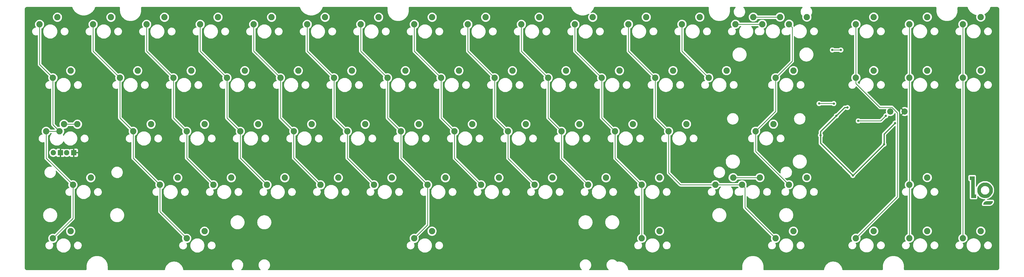
<source format=gbr>
%TF.GenerationSoftware,KiCad,Pcbnew,(5.99.0-12118-g897269f33f)*%
%TF.CreationDate,2021-10-27T19:42:23-04:00*%
%TF.ProjectId,latte,6c617474-652e-46b6-9963-61645f706362,rev?*%
%TF.SameCoordinates,Original*%
%TF.FileFunction,Copper,L1,Top*%
%TF.FilePolarity,Positive*%
%FSLAX46Y46*%
G04 Gerber Fmt 4.6, Leading zero omitted, Abs format (unit mm)*
G04 Created by KiCad (PCBNEW (5.99.0-12118-g897269f33f)) date 2021-10-27 19:42:23*
%MOMM*%
%LPD*%
G01*
G04 APERTURE LIST*
%TA.AperFunction,EtchedComponent*%
%ADD10C,0.010000*%
%TD*%
%TA.AperFunction,ComponentPad*%
%ADD11C,2.250000*%
%TD*%
%TA.AperFunction,ComponentPad*%
%ADD12C,1.905000*%
%TD*%
%TA.AperFunction,ComponentPad*%
%ADD13R,1.905000X1.905000*%
%TD*%
%TA.AperFunction,ComponentPad*%
%ADD14C,2.200000*%
%TD*%
%TA.AperFunction,ViaPad*%
%ADD15C,0.800000*%
%TD*%
%TA.AperFunction,Conductor*%
%ADD16C,0.250000*%
%TD*%
%TA.AperFunction,Conductor*%
%ADD17C,0.381000*%
%TD*%
G04 APERTURE END LIST*
D10*
%TO.C,G\u002A\u002A\u002A*%
X322282805Y-116812707D02*
X322465951Y-116825324D01*
X322465951Y-116825324D02*
X322628612Y-116847129D01*
X322628612Y-116847129D02*
X322676620Y-116856512D01*
X322676620Y-116856512D02*
X322990948Y-116941733D01*
X322990948Y-116941733D02*
X323283126Y-117058126D01*
X323283126Y-117058126D02*
X323556162Y-117207336D01*
X323556162Y-117207336D02*
X323813067Y-117391007D01*
X323813067Y-117391007D02*
X324056103Y-117610035D01*
X324056103Y-117610035D02*
X324275460Y-117854032D01*
X324275460Y-117854032D02*
X324459052Y-118112334D01*
X324459052Y-118112334D02*
X324608221Y-118387473D01*
X324608221Y-118387473D02*
X324724308Y-118681977D01*
X324724308Y-118681977D02*
X324808656Y-118998377D01*
X324808656Y-118998377D02*
X324818538Y-119047286D01*
X324818538Y-119047286D02*
X324840447Y-119201838D01*
X324840447Y-119201838D02*
X324852694Y-119381175D01*
X324852694Y-119381175D02*
X324855384Y-119572485D01*
X324855384Y-119572485D02*
X324848621Y-119762960D01*
X324848621Y-119762960D02*
X324832512Y-119939788D01*
X324832512Y-119939788D02*
X324810097Y-120076737D01*
X324810097Y-120076737D02*
X324722552Y-120398253D01*
X324722552Y-120398253D02*
X324600884Y-120702258D01*
X324600884Y-120702258D02*
X324446611Y-120986737D01*
X324446611Y-120986737D02*
X324261250Y-121249677D01*
X324261250Y-121249677D02*
X324046318Y-121489062D01*
X324046318Y-121489062D02*
X323803332Y-121702880D01*
X323803332Y-121702880D02*
X323533810Y-121889115D01*
X323533810Y-121889115D02*
X323378351Y-121977199D01*
X323378351Y-121977199D02*
X323189324Y-122065449D01*
X323189324Y-122065449D02*
X322980431Y-122143776D01*
X322980431Y-122143776D02*
X322768987Y-122206246D01*
X322768987Y-122206246D02*
X322609082Y-122240910D01*
X322609082Y-122240910D02*
X322472472Y-122259782D01*
X322472472Y-122259782D02*
X322316799Y-122273131D01*
X322316799Y-122273131D02*
X322155049Y-122280471D01*
X322155049Y-122280471D02*
X322000209Y-122281319D01*
X322000209Y-122281319D02*
X321865263Y-122275190D01*
X321865263Y-122275190D02*
X321817775Y-122270435D01*
X321817775Y-122270435D02*
X321490587Y-122211574D01*
X321490587Y-122211574D02*
X321179529Y-122118085D01*
X321179529Y-122118085D02*
X320886485Y-121991725D01*
X320886485Y-121991725D02*
X320613340Y-121834254D01*
X320613340Y-121834254D02*
X320361976Y-121647430D01*
X320361976Y-121647430D02*
X320134277Y-121433013D01*
X320134277Y-121433013D02*
X319932128Y-121192759D01*
X319932128Y-121192759D02*
X319757410Y-120928429D01*
X319757410Y-120928429D02*
X319612010Y-120641781D01*
X319612010Y-120641781D02*
X319497809Y-120334572D01*
X319497809Y-120334572D02*
X319421515Y-120033270D01*
X319421515Y-120033270D02*
X319400402Y-119887504D01*
X319400402Y-119887504D02*
X319388383Y-119716160D01*
X319388383Y-119716160D02*
X319385345Y-119531635D01*
X319385345Y-119531635D02*
X319385522Y-119525979D01*
X319385522Y-119525979D02*
X320560646Y-119525979D01*
X320560646Y-119525979D02*
X320576644Y-119780506D01*
X320576644Y-119780506D02*
X320628209Y-120019284D01*
X320628209Y-120019284D02*
X320715059Y-120241645D01*
X320715059Y-120241645D02*
X320836911Y-120446920D01*
X320836911Y-120446920D02*
X320993481Y-120634443D01*
X320993481Y-120634443D02*
X321055885Y-120695253D01*
X321055885Y-120695253D02*
X321244904Y-120844215D01*
X321244904Y-120844215D02*
X321453396Y-120961036D01*
X321453396Y-120961036D02*
X321677056Y-121044585D01*
X321677056Y-121044585D02*
X321911580Y-121093731D01*
X321911580Y-121093731D02*
X322152665Y-121107345D01*
X322152665Y-121107345D02*
X322396007Y-121084295D01*
X322396007Y-121084295D02*
X322476490Y-121068357D01*
X322476490Y-121068357D02*
X322705102Y-120997524D01*
X322705102Y-120997524D02*
X322917516Y-120892773D01*
X322917516Y-120892773D02*
X323110713Y-120756971D01*
X323110713Y-120756971D02*
X323281675Y-120592988D01*
X323281675Y-120592988D02*
X323427382Y-120403692D01*
X323427382Y-120403692D02*
X323544817Y-120191951D01*
X323544817Y-120191951D02*
X323626626Y-119975363D01*
X323626626Y-119975363D02*
X323649844Y-119892090D01*
X323649844Y-119892090D02*
X323665256Y-119818560D01*
X323665256Y-119818560D02*
X323674424Y-119742245D01*
X323674424Y-119742245D02*
X323678911Y-119650618D01*
X323678911Y-119650618D02*
X323680234Y-119545517D01*
X323680234Y-119545517D02*
X323670100Y-119324282D01*
X323670100Y-119324282D02*
X323636181Y-119126788D01*
X323636181Y-119126788D02*
X323575870Y-118943938D01*
X323575870Y-118943938D02*
X323486560Y-118766631D01*
X323486560Y-118766631D02*
X323432364Y-118680431D01*
X323432364Y-118680431D02*
X323282820Y-118488467D01*
X323282820Y-118488467D02*
X323113177Y-118327445D01*
X323113177Y-118327445D02*
X322926927Y-118197151D01*
X322926927Y-118197151D02*
X322727560Y-118097372D01*
X322727560Y-118097372D02*
X322518567Y-118027897D01*
X322518567Y-118027897D02*
X322303439Y-117988511D01*
X322303439Y-117988511D02*
X322085666Y-117979003D01*
X322085666Y-117979003D02*
X321868740Y-117999159D01*
X321868740Y-117999159D02*
X321656152Y-118048768D01*
X321656152Y-118048768D02*
X321451391Y-118127616D01*
X321451391Y-118127616D02*
X321257950Y-118235491D01*
X321257950Y-118235491D02*
X321079319Y-118372179D01*
X321079319Y-118372179D02*
X320918988Y-118537469D01*
X320918988Y-118537469D02*
X320780450Y-118731147D01*
X320780450Y-118731147D02*
X320716720Y-118845894D01*
X320716720Y-118845894D02*
X320632009Y-119051764D01*
X320632009Y-119051764D02*
X320580497Y-119270228D01*
X320580497Y-119270228D02*
X320560871Y-119507000D01*
X320560871Y-119507000D02*
X320560646Y-119525979D01*
X320560646Y-119525979D02*
X319385522Y-119525979D01*
X319385522Y-119525979D02*
X319391174Y-119346327D01*
X319391174Y-119346327D02*
X319405758Y-119172635D01*
X319405758Y-119172635D02*
X319428983Y-119022956D01*
X319428983Y-119022956D02*
X319430801Y-119014297D01*
X319430801Y-119014297D02*
X319519384Y-118689477D01*
X319519384Y-118689477D02*
X319641019Y-118384272D01*
X319641019Y-118384272D02*
X319794048Y-118100351D01*
X319794048Y-118100351D02*
X319976810Y-117839382D01*
X319976810Y-117839382D02*
X320187648Y-117603031D01*
X320187648Y-117603031D02*
X320424902Y-117392968D01*
X320424902Y-117392968D02*
X320686912Y-117210861D01*
X320686912Y-117210861D02*
X320972021Y-117058376D01*
X320972021Y-117058376D02*
X321278568Y-116937182D01*
X321278568Y-116937182D02*
X321579138Y-116854525D01*
X321579138Y-116854525D02*
X321727341Y-116830184D01*
X321727341Y-116830184D02*
X321901812Y-116815115D01*
X321901812Y-116815115D02*
X322090862Y-116809296D01*
X322090862Y-116809296D02*
X322282805Y-116812707D01*
X322282805Y-116812707D02*
X322282805Y-116812707D01*
G36*
X319405758Y-119172635D02*
G01*
X319428983Y-119022956D01*
X319430801Y-119014297D01*
X319519384Y-118689477D01*
X319641019Y-118384272D01*
X319794048Y-118100351D01*
X319976810Y-117839382D01*
X320187648Y-117603031D01*
X320424902Y-117392968D01*
X320686912Y-117210861D01*
X320972021Y-117058376D01*
X321278568Y-116937182D01*
X321579138Y-116854525D01*
X321727341Y-116830184D01*
X321901812Y-116815115D01*
X322090862Y-116809296D01*
X322282805Y-116812707D01*
X322465951Y-116825324D01*
X322628612Y-116847129D01*
X322676620Y-116856512D01*
X322990948Y-116941733D01*
X323283126Y-117058126D01*
X323556162Y-117207336D01*
X323813067Y-117391007D01*
X324056103Y-117610035D01*
X324275460Y-117854032D01*
X324459052Y-118112334D01*
X324608221Y-118387473D01*
X324724308Y-118681977D01*
X324808656Y-118998377D01*
X324818538Y-119047286D01*
X324840447Y-119201838D01*
X324852694Y-119381175D01*
X324855384Y-119572485D01*
X324848621Y-119762960D01*
X324832512Y-119939788D01*
X324810097Y-120076737D01*
X324722552Y-120398253D01*
X324600884Y-120702258D01*
X324446611Y-120986737D01*
X324261250Y-121249677D01*
X324046318Y-121489062D01*
X323803332Y-121702880D01*
X323533810Y-121889115D01*
X323378351Y-121977199D01*
X323189324Y-122065449D01*
X322980431Y-122143776D01*
X322768987Y-122206246D01*
X322609082Y-122240910D01*
X322472472Y-122259782D01*
X322316799Y-122273131D01*
X322155049Y-122280471D01*
X322000209Y-122281319D01*
X321865263Y-122275190D01*
X321817775Y-122270435D01*
X321490587Y-122211574D01*
X321179529Y-122118085D01*
X320886485Y-121991725D01*
X320613340Y-121834254D01*
X320361976Y-121647430D01*
X320134277Y-121433013D01*
X319932128Y-121192759D01*
X319757410Y-120928429D01*
X319612010Y-120641781D01*
X319497809Y-120334572D01*
X319421515Y-120033270D01*
X319400402Y-119887504D01*
X319388383Y-119716160D01*
X319385345Y-119531635D01*
X319385522Y-119525979D01*
X320560646Y-119525979D01*
X320576644Y-119780506D01*
X320628209Y-120019284D01*
X320715059Y-120241645D01*
X320836911Y-120446920D01*
X320993481Y-120634443D01*
X321055885Y-120695253D01*
X321244904Y-120844215D01*
X321453396Y-120961036D01*
X321677056Y-121044585D01*
X321911580Y-121093731D01*
X322152665Y-121107345D01*
X322396007Y-121084295D01*
X322476490Y-121068357D01*
X322705102Y-120997524D01*
X322917516Y-120892773D01*
X323110713Y-120756971D01*
X323281675Y-120592988D01*
X323427382Y-120403692D01*
X323544817Y-120191951D01*
X323626626Y-119975363D01*
X323649844Y-119892090D01*
X323665256Y-119818560D01*
X323674424Y-119742245D01*
X323678911Y-119650618D01*
X323680234Y-119545517D01*
X323670100Y-119324282D01*
X323636181Y-119126788D01*
X323575870Y-118943938D01*
X323486560Y-118766631D01*
X323432364Y-118680431D01*
X323282820Y-118488467D01*
X323113177Y-118327445D01*
X322926927Y-118197151D01*
X322727560Y-118097372D01*
X322518567Y-118027897D01*
X322303439Y-117988511D01*
X322085666Y-117979003D01*
X321868740Y-117999159D01*
X321656152Y-118048768D01*
X321451391Y-118127616D01*
X321257950Y-118235491D01*
X321079319Y-118372179D01*
X320918988Y-118537469D01*
X320780450Y-118731147D01*
X320716720Y-118845894D01*
X320632009Y-119051764D01*
X320580497Y-119270228D01*
X320560871Y-119507000D01*
X320560646Y-119525979D01*
X319385522Y-119525979D01*
X319391174Y-119346327D01*
X319405758Y-119172635D01*
G37*
X319405758Y-119172635D02*
X319428983Y-119022956D01*
X319430801Y-119014297D01*
X319519384Y-118689477D01*
X319641019Y-118384272D01*
X319794048Y-118100351D01*
X319976810Y-117839382D01*
X320187648Y-117603031D01*
X320424902Y-117392968D01*
X320686912Y-117210861D01*
X320972021Y-117058376D01*
X321278568Y-116937182D01*
X321579138Y-116854525D01*
X321727341Y-116830184D01*
X321901812Y-116815115D01*
X322090862Y-116809296D01*
X322282805Y-116812707D01*
X322465951Y-116825324D01*
X322628612Y-116847129D01*
X322676620Y-116856512D01*
X322990948Y-116941733D01*
X323283126Y-117058126D01*
X323556162Y-117207336D01*
X323813067Y-117391007D01*
X324056103Y-117610035D01*
X324275460Y-117854032D01*
X324459052Y-118112334D01*
X324608221Y-118387473D01*
X324724308Y-118681977D01*
X324808656Y-118998377D01*
X324818538Y-119047286D01*
X324840447Y-119201838D01*
X324852694Y-119381175D01*
X324855384Y-119572485D01*
X324848621Y-119762960D01*
X324832512Y-119939788D01*
X324810097Y-120076737D01*
X324722552Y-120398253D01*
X324600884Y-120702258D01*
X324446611Y-120986737D01*
X324261250Y-121249677D01*
X324046318Y-121489062D01*
X323803332Y-121702880D01*
X323533810Y-121889115D01*
X323378351Y-121977199D01*
X323189324Y-122065449D01*
X322980431Y-122143776D01*
X322768987Y-122206246D01*
X322609082Y-122240910D01*
X322472472Y-122259782D01*
X322316799Y-122273131D01*
X322155049Y-122280471D01*
X322000209Y-122281319D01*
X321865263Y-122275190D01*
X321817775Y-122270435D01*
X321490587Y-122211574D01*
X321179529Y-122118085D01*
X320886485Y-121991725D01*
X320613340Y-121834254D01*
X320361976Y-121647430D01*
X320134277Y-121433013D01*
X319932128Y-121192759D01*
X319757410Y-120928429D01*
X319612010Y-120641781D01*
X319497809Y-120334572D01*
X319421515Y-120033270D01*
X319400402Y-119887504D01*
X319388383Y-119716160D01*
X319385345Y-119531635D01*
X319385522Y-119525979D01*
X320560646Y-119525979D01*
X320576644Y-119780506D01*
X320628209Y-120019284D01*
X320715059Y-120241645D01*
X320836911Y-120446920D01*
X320993481Y-120634443D01*
X321055885Y-120695253D01*
X321244904Y-120844215D01*
X321453396Y-120961036D01*
X321677056Y-121044585D01*
X321911580Y-121093731D01*
X322152665Y-121107345D01*
X322396007Y-121084295D01*
X322476490Y-121068357D01*
X322705102Y-120997524D01*
X322917516Y-120892773D01*
X323110713Y-120756971D01*
X323281675Y-120592988D01*
X323427382Y-120403692D01*
X323544817Y-120191951D01*
X323626626Y-119975363D01*
X323649844Y-119892090D01*
X323665256Y-119818560D01*
X323674424Y-119742245D01*
X323678911Y-119650618D01*
X323680234Y-119545517D01*
X323670100Y-119324282D01*
X323636181Y-119126788D01*
X323575870Y-118943938D01*
X323486560Y-118766631D01*
X323432364Y-118680431D01*
X323282820Y-118488467D01*
X323113177Y-118327445D01*
X322926927Y-118197151D01*
X322727560Y-118097372D01*
X322518567Y-118027897D01*
X322303439Y-117988511D01*
X322085666Y-117979003D01*
X321868740Y-117999159D01*
X321656152Y-118048768D01*
X321451391Y-118127616D01*
X321257950Y-118235491D01*
X321079319Y-118372179D01*
X320918988Y-118537469D01*
X320780450Y-118731147D01*
X320716720Y-118845894D01*
X320632009Y-119051764D01*
X320580497Y-119270228D01*
X320560871Y-119507000D01*
X320560646Y-119525979D01*
X319385522Y-119525979D01*
X319391174Y-119346327D01*
X319405758Y-119172635D01*
X318398769Y-121099384D02*
X318887230Y-121099384D01*
X318887230Y-121099384D02*
X318887230Y-122271692D01*
X318887230Y-122271692D02*
X317226577Y-122271692D01*
X317226577Y-122271692D02*
X317221634Y-119042961D01*
X317221634Y-119042961D02*
X317216692Y-115814230D01*
X317216692Y-115814230D02*
X316738000Y-115803258D01*
X316738000Y-115803258D02*
X316738000Y-114632154D01*
X316738000Y-114632154D02*
X318398769Y-114632154D01*
X318398769Y-114632154D02*
X318398769Y-121099384D01*
X318398769Y-121099384D02*
X318398769Y-121099384D01*
G36*
X318398769Y-121099384D02*
G01*
X318887230Y-121099384D01*
X318887230Y-122271692D01*
X317226577Y-122271692D01*
X317221634Y-119042961D01*
X317216692Y-115814230D01*
X316738000Y-115803258D01*
X316738000Y-114632154D01*
X318398769Y-114632154D01*
X318398769Y-121099384D01*
G37*
X318398769Y-121099384D02*
X318887230Y-121099384D01*
X318887230Y-122271692D01*
X317226577Y-122271692D01*
X317221634Y-119042961D01*
X317216692Y-115814230D01*
X316738000Y-115803258D01*
X316738000Y-114632154D01*
X318398769Y-114632154D01*
X318398769Y-121099384D01*
X324856756Y-123566115D02*
X324810834Y-123783866D01*
X324810834Y-123783866D02*
X324731281Y-123983043D01*
X324731281Y-123983043D02*
X324619973Y-124161387D01*
X324619973Y-124161387D02*
X324478786Y-124316644D01*
X324478786Y-124316644D02*
X324309596Y-124446555D01*
X324309596Y-124446555D02*
X324114277Y-124548863D01*
X324114277Y-124548863D02*
X324006307Y-124589324D01*
X324006307Y-124589324D02*
X323981247Y-124596734D01*
X323981247Y-124596734D02*
X323952380Y-124603086D01*
X323952380Y-124603086D02*
X323916538Y-124608481D01*
X323916538Y-124608481D02*
X323870556Y-124613023D01*
X323870556Y-124613023D02*
X323811265Y-124616816D01*
X323811265Y-124616816D02*
X323735499Y-124619963D01*
X323735499Y-124619963D02*
X323640092Y-124622567D01*
X323640092Y-124622567D02*
X323521875Y-124624732D01*
X323521875Y-124624732D02*
X323377683Y-124626561D01*
X323377683Y-124626561D02*
X323204348Y-124628158D01*
X323204348Y-124628158D02*
X322998704Y-124629625D01*
X322998704Y-124629625D02*
X322757583Y-124631068D01*
X322757583Y-124631068D02*
X322721654Y-124631269D01*
X322721654Y-124631269D02*
X321544461Y-124637817D01*
X321544461Y-124637817D02*
X321544461Y-124546844D01*
X321544461Y-124546844D02*
X321562659Y-124383030D01*
X321562659Y-124383030D02*
X321614325Y-124216226D01*
X321614325Y-124216226D02*
X321695065Y-124053118D01*
X321695065Y-124053118D02*
X321800488Y-123900390D01*
X321800488Y-123900390D02*
X321926201Y-123764727D01*
X321926201Y-123764727D02*
X322067812Y-123652817D01*
X322067812Y-123652817D02*
X322170597Y-123593866D01*
X322170597Y-123593866D02*
X322224055Y-123567871D01*
X322224055Y-123567871D02*
X322272240Y-123545584D01*
X322272240Y-123545584D02*
X322318520Y-123526721D01*
X322318520Y-123526721D02*
X322366266Y-123510995D01*
X322366266Y-123510995D02*
X322418846Y-123498122D01*
X322418846Y-123498122D02*
X322479631Y-123487816D01*
X322479631Y-123487816D02*
X322551989Y-123479792D01*
X322551989Y-123479792D02*
X322639290Y-123473764D01*
X322639290Y-123473764D02*
X322744904Y-123469447D01*
X322744904Y-123469447D02*
X322872199Y-123466555D01*
X322872199Y-123466555D02*
X323024546Y-123464804D01*
X323024546Y-123464804D02*
X323205314Y-123463908D01*
X323205314Y-123463908D02*
X323417873Y-123463581D01*
X323417873Y-123463581D02*
X323665591Y-123463538D01*
X323665591Y-123463538D02*
X324869667Y-123463538D01*
X324869667Y-123463538D02*
X324856756Y-123566115D01*
X324856756Y-123566115D02*
X324856756Y-123566115D01*
G36*
X324856756Y-123566115D02*
G01*
X324810834Y-123783866D01*
X324731281Y-123983043D01*
X324619973Y-124161387D01*
X324478786Y-124316644D01*
X324309596Y-124446555D01*
X324114277Y-124548863D01*
X324006307Y-124589324D01*
X323981247Y-124596734D01*
X323952380Y-124603086D01*
X323916538Y-124608481D01*
X323870556Y-124613023D01*
X323811265Y-124616816D01*
X323735499Y-124619963D01*
X323640092Y-124622567D01*
X323521875Y-124624732D01*
X323377683Y-124626561D01*
X323204348Y-124628158D01*
X322998704Y-124629625D01*
X322757583Y-124631068D01*
X322721654Y-124631269D01*
X321544461Y-124637817D01*
X321544461Y-124546844D01*
X321562659Y-124383030D01*
X321614325Y-124216226D01*
X321695065Y-124053118D01*
X321800488Y-123900390D01*
X321926201Y-123764727D01*
X322067812Y-123652817D01*
X322170597Y-123593866D01*
X322224055Y-123567871D01*
X322272240Y-123545584D01*
X322318520Y-123526721D01*
X322366266Y-123510995D01*
X322418846Y-123498122D01*
X322479631Y-123487816D01*
X322551989Y-123479792D01*
X322639290Y-123473764D01*
X322744904Y-123469447D01*
X322872199Y-123466555D01*
X323024546Y-123464804D01*
X323205314Y-123463908D01*
X323417873Y-123463581D01*
X323665591Y-123463538D01*
X324869667Y-123463538D01*
X324856756Y-123566115D01*
G37*
X324856756Y-123566115D02*
X324810834Y-123783866D01*
X324731281Y-123983043D01*
X324619973Y-124161387D01*
X324478786Y-124316644D01*
X324309596Y-124446555D01*
X324114277Y-124548863D01*
X324006307Y-124589324D01*
X323981247Y-124596734D01*
X323952380Y-124603086D01*
X323916538Y-124608481D01*
X323870556Y-124613023D01*
X323811265Y-124616816D01*
X323735499Y-124619963D01*
X323640092Y-124622567D01*
X323521875Y-124624732D01*
X323377683Y-124626561D01*
X323204348Y-124628158D01*
X322998704Y-124629625D01*
X322757583Y-124631068D01*
X322721654Y-124631269D01*
X321544461Y-124637817D01*
X321544461Y-124546844D01*
X321562659Y-124383030D01*
X321614325Y-124216226D01*
X321695065Y-124053118D01*
X321800488Y-123900390D01*
X321926201Y-123764727D01*
X322067812Y-123652817D01*
X322170597Y-123593866D01*
X322224055Y-123567871D01*
X322272240Y-123545584D01*
X322318520Y-123526721D01*
X322366266Y-123510995D01*
X322418846Y-123498122D01*
X322479631Y-123487816D01*
X322551989Y-123479792D01*
X322639290Y-123473764D01*
X322744904Y-123469447D01*
X322872199Y-123466555D01*
X323024546Y-123464804D01*
X323205314Y-123463908D01*
X323417873Y-123463581D01*
X323665591Y-123463538D01*
X324869667Y-123463538D01*
X324856756Y-123566115D01*
%TD*%
D11*
%TO.P,MX19,1,COL*%
%TO.N,COL1*%
X14265000Y-79535000D03*
%TO.P,MX19,2,ROW*%
%TO.N,Net-(D20-Pad2)*%
X20615000Y-76995000D03*
%TD*%
%TO.P,MX46,1,COL*%
%TO.N,COL2*%
X47565000Y-117635000D03*
%TO.P,MX46,2,ROW*%
%TO.N,Net-(D51-Pad2)*%
X53915000Y-115095000D03*
%TD*%
%TO.P,MX56,1,COL*%
%TO.N,COL16*%
X295240000Y-117585000D03*
%TO.P,MX56,2,ROW*%
%TO.N,Net-(D62-Pad2)*%
X301590000Y-115045000D03*
%TD*%
%TO.P,MX23,1,COL*%
%TO.N,COL5*%
X90465000Y-79535000D03*
%TO.P,MX23,2,ROW*%
%TO.N,Net-(D24-Pad2)*%
X96815000Y-76995000D03*
%TD*%
%TO.P,MX55,1,COL*%
%TO.N,COL14*%
X252365000Y-117610000D03*
%TO.P,MX55,2,ROW*%
%TO.N,Net-(D61-Pad2)*%
X258715000Y-115070000D03*
%TD*%
%TO.P,MX18,1,COL*%
%TO.N,COL17*%
X314290000Y-60435000D03*
%TO.P,MX18,2,ROW*%
%TO.N,Net-(D18-Pad2)*%
X320640000Y-57895000D03*
%TD*%
%TO.P,2.25u1,1,COL*%
%TO.N,COL14*%
X240490000Y-98560000D03*
%TO.P,2.25u1,2,ROW*%
%TO.N,Net-(2.25u1-Pad2)*%
X246840000Y-96020000D03*
%TD*%
%TO.P,MX25,1,COL*%
%TO.N,COL7*%
X128565000Y-79535000D03*
%TO.P,MX25,2,ROW*%
%TO.N,Net-(D26-Pad2)*%
X134915000Y-76995000D03*
%TD*%
%TO.P,MX37,1,COL*%
%TO.N,COL4*%
X76165000Y-98585000D03*
%TO.P,MX37,2,ROW*%
%TO.N,Net-(D40-Pad2)*%
X82515000Y-96045000D03*
%TD*%
%TO.P,1.5u4,1,COL*%
%TO.N,COL1*%
X38040000Y-136685000D03*
%TO.P,1.5u4,2,ROW*%
%TO.N,Net-(1.5u4-Pad2)*%
X44390000Y-134145000D03*
%TD*%
%TO.P,2.75u1,1,COL*%
%TO.N,COL11*%
X235690000Y-117610000D03*
%TO.P,2.75u1,2,ROW*%
%TO.N,Net-(1.75u2-Pad2)*%
X242040000Y-115070000D03*
%TD*%
%TO.P,MX41,1,COL*%
%TO.N,COL8*%
X152390000Y-98585000D03*
%TO.P,MX41,2,ROW*%
%TO.N,Net-(D44-Pad2)*%
X158740000Y-96045000D03*
%TD*%
%TO.P,MX51,1,COL*%
%TO.N,COL7*%
X142815000Y-117635000D03*
%TO.P,MX51,2,ROW*%
%TO.N,Net-(D56-Pad2)*%
X149165000Y-115095000D03*
%TD*%
%TO.P,MX49,1,COL*%
%TO.N,COL5*%
X104715000Y-117635000D03*
%TO.P,MX49,2,ROW*%
%TO.N,Net-(D54-Pad2)*%
X111065000Y-115095000D03*
%TD*%
%TO.P,MX1,1,COL*%
%TO.N,COL0*%
X-14310000Y-60485000D03*
%TO.P,MX1,2,ROW*%
%TO.N,Net-(D1-Pad2)*%
X-7960000Y-57945000D03*
%TD*%
%TO.P,MX2,1,COL*%
%TO.N,COL1*%
X4740000Y-60485000D03*
%TO.P,MX2,2,ROW*%
%TO.N,Net-(D2-Pad2)*%
X11090000Y-57945000D03*
%TD*%
%TO.P,MX3,1,COL*%
%TO.N,COL2*%
X23790000Y-60485000D03*
%TO.P,MX3,2,ROW*%
%TO.N,Net-(D3-Pad2)*%
X30140000Y-57945000D03*
%TD*%
%TO.P,1.5u1,1,COL*%
%TO.N,COL0*%
X-9560000Y-79535000D03*
%TO.P,1.5u1,2,ROW*%
%TO.N,Net-(1.5u1-Pad2)*%
X-3210000Y-76995000D03*
%TD*%
%TO.P,MX33,1,COL*%
%TO.N,COL17*%
X314290000Y-79485000D03*
%TO.P,MX33,2,ROW*%
%TO.N,Net-(D35-Pad2)*%
X320640000Y-76945000D03*
%TD*%
%TO.P,MX54,1,COL*%
%TO.N,COL10*%
X199965000Y-117635000D03*
%TO.P,MX54,2,ROW*%
%TO.N,Net-(D59-Pad2)*%
X206315000Y-115095000D03*
%TD*%
%TO.P,MX8,1,COL*%
%TO.N,COL7*%
X119040000Y-60485000D03*
%TO.P,MX8,2,ROW*%
%TO.N,Net-(D8-Pad2)*%
X125390000Y-57945000D03*
%TD*%
%TO.P,MX9,1,COL*%
%TO.N,COL8*%
X138090000Y-60485000D03*
%TO.P,MX9,2,ROW*%
%TO.N,Net-(D9-Pad2)*%
X144440000Y-57945000D03*
%TD*%
%TO.P,MX11,1,COL*%
%TO.N,COL10*%
X176190000Y-60485000D03*
%TO.P,MX11,2,ROW*%
%TO.N,Net-(D11-Pad2)*%
X182540000Y-57945000D03*
%TD*%
%TO.P,MX35,1,COL*%
%TO.N,COL2*%
X38065000Y-98585000D03*
%TO.P,MX35,2,ROW*%
%TO.N,Net-(D38-Pad2)*%
X44415000Y-96045000D03*
%TD*%
%TO.P,MX14,1,COL*%
%TO.N,COL13*%
X233340000Y-60460000D03*
%TO.P,MX14,2,ROW*%
%TO.N,Net-(2u1-Pad2)*%
X239690000Y-57920000D03*
%TD*%
%TO.P,1.75u2,1,COL*%
%TO.N,COL11*%
X226165000Y-117610000D03*
%TO.P,1.75u2,2,ROW*%
%TO.N,Net-(1.75u2-Pad2)*%
X232515000Y-115070000D03*
%TD*%
%TO.P,MX38,1,COL*%
%TO.N,COL5*%
X95215000Y-98585000D03*
%TO.P,MX38,2,ROW*%
%TO.N,Net-(D41-Pad2)*%
X101565000Y-96045000D03*
%TD*%
%TO.P,MX30,1,COL*%
%TO.N,COL12*%
X223815000Y-79510000D03*
%TO.P,MX30,2,ROW*%
%TO.N,Net-(D31-Pad2)*%
X230165000Y-76970000D03*
%TD*%
%TO.P,1.75u1,2,ROW*%
%TO.N,Net-(1.25u1-Pad2)*%
X-835000Y-96045000D03*
%TO.P,1.75u1,1,COL*%
%TO.N,COL0*%
X-7185000Y-98585000D03*
D12*
%TO.P,1.75u1,3,LED*%
%TO.N,Net-(1.25u1-Pad3)*%
X-4645000Y-106205000D03*
D13*
%TO.P,1.75u1,4,LEDGND*%
%TO.N,GND*%
X-2105000Y-106205000D03*
%TD*%
D11*
%TO.P,MX48,1,COL*%
%TO.N,COL4*%
X85665000Y-117635000D03*
%TO.P,MX48,2,ROW*%
%TO.N,Net-(D53-Pad2)*%
X92015000Y-115095000D03*
%TD*%
%TO.P,MX40,1,COL*%
%TO.N,COL7*%
X133340000Y-98585000D03*
%TO.P,MX40,2,ROW*%
%TO.N,Net-(D43-Pad2)*%
X139690000Y-96045000D03*
%TD*%
%TO.P,MX57,1,COL*%
%TO.N,COL15*%
X276190000Y-136635000D03*
%TO.P,MX57,2,ROW*%
%TO.N,Net-(D68-Pad2)*%
X282540000Y-134095000D03*
%TD*%
%TO.P,MX20,1,COL*%
%TO.N,COL2*%
X33315000Y-79535000D03*
%TO.P,MX20,2,ROW*%
%TO.N,Net-(D21-Pad2)*%
X39665000Y-76995000D03*
%TD*%
%TO.P,MX59,1,COL*%
%TO.N,COL17*%
X314290000Y-136635000D03*
%TO.P,MX59,2,ROW*%
%TO.N,Net-(D70-Pad2)*%
X320640000Y-134095000D03*
%TD*%
%TO.P,2.25u2,1,COL*%
%TO.N,COL0*%
X-2435000Y-117635000D03*
%TO.P,2.25u2,2,ROW*%
%TO.N,Net-(2.25u2-Pad2)*%
X3915000Y-115095000D03*
%TD*%
%TO.P,MX24,1,COL*%
%TO.N,COL6*%
X109515000Y-79535000D03*
%TO.P,MX24,2,ROW*%
%TO.N,Net-(D25-Pad2)*%
X115865000Y-76995000D03*
%TD*%
%TO.P,MX15,1,COL*%
%TO.N,COL14*%
X252390000Y-60435000D03*
%TO.P,MX15,2,ROW*%
%TO.N,Net-(D15-Pad2)*%
X258740000Y-57895000D03*
%TD*%
%TO.P,1.5u6,1,COL*%
%TO.N,COL11*%
X247602125Y-136660000D03*
%TO.P,1.5u6,2,ROW*%
%TO.N,Net-(1.5u6-Pad2)*%
X253952125Y-134120000D03*
%TD*%
%TO.P,MX16,1,COL*%
%TO.N,COL15*%
X276190000Y-60435000D03*
%TO.P,MX16,2,ROW*%
%TO.N,Net-(D16-Pad2)*%
X282540000Y-57895000D03*
%TD*%
%TO.P,MX21,1,COL*%
%TO.N,COL3*%
X52365000Y-79535000D03*
%TO.P,MX21,2,ROW*%
%TO.N,Net-(D22-Pad2)*%
X58715000Y-76995000D03*
%TD*%
%TO.P,MX45,1,COL*%
%TO.N,COL1*%
X28515000Y-117635000D03*
%TO.P,MX45,2,ROW*%
%TO.N,Net-(D50-Pad2)*%
X34865000Y-115095000D03*
%TD*%
%TO.P,MX39,1,COL*%
%TO.N,COL6*%
X114265000Y-98585000D03*
%TO.P,MX39,2,ROW*%
%TO.N,Net-(D42-Pad2)*%
X120615000Y-96045000D03*
%TD*%
%TO.P,MX10,1,COL*%
%TO.N,COL9*%
X157140000Y-60485000D03*
%TO.P,MX10,2,ROW*%
%TO.N,Net-(D10-Pad2)*%
X163490000Y-57945000D03*
%TD*%
%TO.P,7u1,1,COL*%
%TO.N,COL6*%
X119002500Y-136685000D03*
%TO.P,7u1,2,ROW*%
%TO.N,Net-(10u1-Pad2)*%
X125352500Y-134145000D03*
%TD*%
%TO.P,MX27,1,COL*%
%TO.N,COL9*%
X166665000Y-79535000D03*
%TO.P,MX27,2,ROW*%
%TO.N,Net-(D28-Pad2)*%
X173015000Y-76995000D03*
%TD*%
%TO.P,MX13,1,COL*%
%TO.N,COL12*%
X214290000Y-60460000D03*
%TO.P,MX13,2,ROW*%
%TO.N,Net-(D13-Pad2)*%
X220640000Y-57920000D03*
%TD*%
%TO.P,1.5u3,1,COL*%
%TO.N,COL0*%
X-9585000Y-136685000D03*
%TO.P,1.5u3,2,ROW*%
%TO.N,Net-(1.5u3-Pad2)*%
X-3235000Y-134145000D03*
%TD*%
%TO.P,MX52,1,COL*%
%TO.N,COL8*%
X161865000Y-117635000D03*
%TO.P,MX52,2,ROW*%
%TO.N,Net-(D57-Pad2)*%
X168215000Y-115095000D03*
%TD*%
%TO.P,1.5u5,1,COL*%
%TO.N,COL10*%
X199977125Y-136660000D03*
%TO.P,1.5u5,2,ROW*%
%TO.N,Net-(1.5u5-Pad2)*%
X206327125Y-134120000D03*
%TD*%
%TO.P,MX53,1,COL*%
%TO.N,COL9*%
X180915000Y-117635000D03*
%TO.P,MX53,2,ROW*%
%TO.N,Net-(D58-Pad2)*%
X187265000Y-115095000D03*
%TD*%
%TO.P,MX42,1,COL*%
%TO.N,COL9*%
X171440000Y-98585000D03*
%TO.P,MX42,2,ROW*%
%TO.N,Net-(D45-Pad2)*%
X177790000Y-96045000D03*
%TD*%
%TO.P,MX4,1,COL*%
%TO.N,COL3*%
X42840000Y-60485000D03*
%TO.P,MX4,2,ROW*%
%TO.N,Net-(D4-Pad2)*%
X49190000Y-57945000D03*
%TD*%
%TO.P,MX17,1,COL*%
%TO.N,COL16*%
X295240000Y-60435000D03*
%TO.P,MX17,2,ROW*%
%TO.N,Net-(D17-Pad2)*%
X301590000Y-57895000D03*
%TD*%
%TO.P,MX47,1,COL*%
%TO.N,COL3*%
X66615000Y-117635000D03*
%TO.P,MX47,2,ROW*%
%TO.N,Net-(D52-Pad2)*%
X72965000Y-115095000D03*
%TD*%
%TO.P,MX31,1,COL*%
%TO.N,COL15*%
X276190000Y-79485000D03*
%TO.P,MX31,2,ROW*%
%TO.N,Net-(D33-Pad2)*%
X282540000Y-76945000D03*
%TD*%
%TO.P,MX43,1,COL*%
%TO.N,COL10*%
X190490000Y-98585000D03*
%TO.P,MX43,2,ROW*%
%TO.N,Net-(D46-Pad2)*%
X196840000Y-96045000D03*
%TD*%
%TO.P,1.5u2,1,COL*%
%TO.N,COL14*%
X247615000Y-79510000D03*
%TO.P,1.5u2,2,ROW*%
%TO.N,Net-(1.5u2-Pad2)*%
X253965000Y-76970000D03*
%TD*%
%TO.P,1.25u1,2,ROW*%
%TO.N,Net-(1.25u1-Pad2)*%
X-5610000Y-96045000D03*
%TO.P,1.25u1,1,COL*%
%TO.N,COL0*%
X-11960000Y-98585000D03*
D12*
%TO.P,1.25u1,3,LED*%
%TO.N,Net-(1.25u1-Pad3)*%
X-9420000Y-106205000D03*
D13*
%TO.P,1.25u1,4,LEDGND*%
%TO.N,GND*%
X-6880000Y-106205000D03*
%TD*%
D11*
%TO.P,MX12,1,COL*%
%TO.N,COL11*%
X195240000Y-60460000D03*
%TO.P,MX12,2,ROW*%
%TO.N,Net-(D12-Pad2)*%
X201590000Y-57920000D03*
%TD*%
%TO.P,MX34,1,COL*%
%TO.N,COL1*%
X19015000Y-98585000D03*
%TO.P,MX34,2,ROW*%
%TO.N,Net-(D37-Pad2)*%
X25365000Y-96045000D03*
%TD*%
%TO.P,MX44,1,COL*%
%TO.N,COL11*%
X209540000Y-98560000D03*
%TO.P,MX44,2,ROW*%
%TO.N,Net-(D47-Pad2)*%
X215890000Y-96020000D03*
%TD*%
%TO.P,MX22,1,COL*%
%TO.N,COL4*%
X71415000Y-79535000D03*
%TO.P,MX22,2,ROW*%
%TO.N,Net-(D23-Pad2)*%
X77765000Y-76995000D03*
%TD*%
%TO.P,MX50,1,COL*%
%TO.N,COL6*%
X123765000Y-117635000D03*
%TO.P,MX50,2,ROW*%
%TO.N,Net-(D55-Pad2)*%
X130115000Y-115095000D03*
%TD*%
%TO.P,MX32,1,COL*%
%TO.N,COL16*%
X295240000Y-79485000D03*
%TO.P,MX32,2,ROW*%
%TO.N,Net-(D34-Pad2)*%
X301590000Y-76945000D03*
%TD*%
%TO.P,MX26,1,COL*%
%TO.N,COL8*%
X147615000Y-79535000D03*
%TO.P,MX26,2,ROW*%
%TO.N,Net-(D27-Pad2)*%
X153965000Y-76995000D03*
%TD*%
%TO.P,MX5,1,COL*%
%TO.N,COL4*%
X61890000Y-60485000D03*
%TO.P,MX5,2,ROW*%
%TO.N,Net-(D5-Pad2)*%
X68240000Y-57945000D03*
%TD*%
%TO.P,2u1,1,COL*%
%TO.N,COL13*%
X242865000Y-60435000D03*
%TO.P,2u1,2,ROW*%
%TO.N,Net-(2u1-Pad2)*%
X249215000Y-57895000D03*
%TD*%
%TO.P,MX29,1,COL*%
%TO.N,COL11*%
X204765000Y-79510000D03*
%TO.P,MX29,2,ROW*%
%TO.N,Net-(D30-Pad2)*%
X211115000Y-76970000D03*
%TD*%
%TO.P,MX58,1,COL*%
%TO.N,COL16*%
X295240000Y-136635000D03*
%TO.P,MX58,2,ROW*%
%TO.N,Net-(D69-Pad2)*%
X301590000Y-134095000D03*
%TD*%
%TO.P,MX28,1,COL*%
%TO.N,COL10*%
X185715000Y-79535000D03*
%TO.P,MX28,2,ROW*%
%TO.N,Net-(D29-Pad2)*%
X192065000Y-76995000D03*
%TD*%
%TO.P,MX6,1,COL*%
%TO.N,COL5*%
X80940000Y-60485000D03*
%TO.P,MX6,2,ROW*%
%TO.N,Net-(D6-Pad2)*%
X87290000Y-57945000D03*
%TD*%
%TO.P,MX36,1,COL*%
%TO.N,COL3*%
X57115000Y-98585000D03*
%TO.P,MX36,2,ROW*%
%TO.N,Net-(D39-Pad2)*%
X63465000Y-96045000D03*
%TD*%
%TO.P,MX7,1,COL*%
%TO.N,COL6*%
X99990000Y-60485000D03*
%TO.P,MX7,2,ROW*%
%TO.N,Net-(D7-Pad2)*%
X106340000Y-57945000D03*
%TD*%
D14*
%TO.P,JP1,2,2*%
%TO.N,Net-(JP1-Pad2)*%
X288460000Y-91525000D03*
%TO.P,JP1,1,1*%
%TO.N,GND*%
X293540000Y-91525000D03*
%TD*%
D15*
%TO.N,GND*%
X236347000Y-112395000D03*
X256659980Y-104020020D03*
X270923500Y-111473500D03*
X274193000Y-94107000D03*
X210820000Y-147193000D03*
X211074000Y-109220000D03*
X283718000Y-112776000D03*
X211074000Y-112395000D03*
X236347000Y-108966000D03*
X129794000Y-147193000D03*
%TO.N,ROW0*%
X267810425Y-69625000D03*
X270820465Y-69625000D03*
%TO.N,ROW1*%
X263100980Y-88675000D03*
X268332607Y-88700000D03*
%TO.N,+5V*%
X290125000Y-95650000D03*
X269225000Y-93075000D03*
X263625000Y-100000000D03*
X273200000Y-90100000D03*
X275100000Y-114300000D03*
X286200000Y-103200000D03*
%TO.N,Net-(JP1-Pad2)*%
X277028885Y-94853885D03*
X286850000Y-93050000D03*
%TD*%
D16*
%TO.N,COL0*%
X-14310000Y-74785000D02*
X-9560000Y-79535000D01*
X-9585000Y-136685000D02*
X-2435000Y-129535000D01*
X-9560000Y-79535000D02*
X-9560000Y-96210000D01*
X-11960000Y-108110000D02*
X-2435000Y-117635000D01*
X-11960000Y-98585000D02*
X-11960000Y-108110000D01*
X-2435000Y-129535000D02*
X-2435000Y-117635000D01*
X-14310000Y-60485000D02*
X-14310000Y-74785000D01*
X-9560000Y-96210000D02*
X-7185000Y-98585000D01*
X-7185000Y-98585000D02*
X-11960000Y-98585000D01*
%TO.N,Net-(1.25u1-Pad2)*%
X-5610000Y-96045000D02*
X-835000Y-96045000D01*
%TO.N,COL14*%
X240490000Y-98560000D02*
X240490000Y-105735000D01*
X253515000Y-61560000D02*
X253515000Y-73610000D01*
X253515000Y-73610000D02*
X247615000Y-79510000D01*
X252390000Y-60435000D02*
X253515000Y-61560000D01*
X247615000Y-91435000D02*
X240490000Y-98560000D01*
X247615000Y-79510000D02*
X247615000Y-91435000D01*
X240490000Y-105735000D02*
X252365000Y-117610000D01*
%TO.N,COL1*%
X28515000Y-117635000D02*
X28515000Y-127160000D01*
X4740000Y-60485000D02*
X4740000Y-70010000D01*
X19015000Y-98585000D02*
X19015000Y-108135000D01*
X28515000Y-127160000D02*
X38040000Y-136685000D01*
X19015000Y-108135000D02*
X28515000Y-117635000D01*
X4740000Y-70010000D02*
X14265000Y-79535000D01*
X14265000Y-79535000D02*
X14265000Y-93835000D01*
X14265000Y-93835000D02*
X19015000Y-98585000D01*
%TO.N,COL11*%
X195240000Y-69985000D02*
X204765000Y-79510000D01*
X204765000Y-79510000D02*
X204765000Y-93785000D01*
X209540000Y-113415000D02*
X209570000Y-113415000D01*
X213765000Y-117610000D02*
X226165000Y-117610000D01*
X236675000Y-125732875D02*
X247602125Y-136660000D01*
X204765000Y-93785000D02*
X209540000Y-98560000D01*
X226165000Y-117610000D02*
X235690000Y-117610000D01*
X209570000Y-113415000D02*
X213765000Y-117610000D01*
X209540000Y-98560000D02*
X209540000Y-113415000D01*
X195240000Y-60460000D02*
X195240000Y-69985000D01*
X236675000Y-118595000D02*
X236675000Y-125732875D01*
X235690000Y-117610000D02*
X236675000Y-118595000D01*
%TO.N,COL15*%
X276190000Y-60435000D02*
X276190000Y-79485000D01*
X290957000Y-92007436D02*
X290957000Y-121868000D01*
X288992564Y-90043000D02*
X290957000Y-92007436D01*
X290957000Y-121868000D02*
X276190000Y-136635000D01*
X276190000Y-81493744D02*
X284739256Y-90043000D01*
X284739256Y-90043000D02*
X288992564Y-90043000D01*
X276190000Y-79485000D02*
X276190000Y-81493744D01*
%TO.N,COL16*%
X295240000Y-79485000D02*
X295240000Y-117585000D01*
X295240000Y-60435000D02*
X295240000Y-79485000D01*
X295240000Y-117585000D02*
X295240000Y-136635000D01*
%TO.N,COL17*%
X314290000Y-60435000D02*
X314290000Y-79485000D01*
X314290000Y-79485000D02*
X314290000Y-136635000D01*
%TO.N,Net-(1.75u2-Pad2)*%
X232515000Y-115070000D02*
X242040000Y-115070000D01*
%TO.N,Net-(2u1-Pad2)*%
X239690000Y-57920000D02*
X249190000Y-57920000D01*
X249190000Y-57920000D02*
X249215000Y-57895000D01*
%TO.N,COL13*%
X233340000Y-60460000D02*
X242840000Y-60460000D01*
X242840000Y-60460000D02*
X242865000Y-60435000D01*
%TO.N,COL6*%
X109515000Y-79535000D02*
X109515000Y-93835000D01*
X114265000Y-108135000D02*
X123765000Y-117635000D01*
X99990000Y-60485000D02*
X99990000Y-70010000D01*
X114265000Y-98585000D02*
X114265000Y-108135000D01*
X123765000Y-117635000D02*
X123765000Y-131922500D01*
X123765000Y-131922500D02*
X119002500Y-136685000D01*
X109515000Y-93835000D02*
X114265000Y-98585000D01*
X99990000Y-70010000D02*
X109515000Y-79535000D01*
D17*
%TO.N,GND*%
X-6625000Y-104650000D02*
X-2325000Y-104650000D01*
X-2325000Y-104650000D02*
X-2105000Y-104870000D01*
X263470020Y-104020020D02*
X256659980Y-104020020D01*
X-6880000Y-106205000D02*
X-6880000Y-104905000D01*
X-6880000Y-104905000D02*
X-6625000Y-104650000D01*
X270923500Y-111473500D02*
X263470020Y-104020020D01*
X-2105000Y-104870000D02*
X-2105000Y-106205000D01*
D16*
%TO.N,ROW0*%
X270820465Y-69625000D02*
X267810425Y-69625000D01*
%TO.N,ROW1*%
X268307607Y-88675000D02*
X263100980Y-88675000D01*
X268332607Y-88700000D02*
X268307607Y-88675000D01*
D17*
%TO.N,+5V*%
X286200000Y-103200000D02*
X286200000Y-99575000D01*
X269225000Y-93075000D02*
X272200000Y-90100000D01*
X263625000Y-102825000D02*
X275100000Y-114300000D01*
X286200000Y-99575000D02*
X290125000Y-95650000D01*
X269225000Y-93075000D02*
X263625000Y-98675000D01*
X272200000Y-90100000D02*
X273200000Y-90100000D01*
X263625000Y-100000000D02*
X263625000Y-102825000D01*
X263625000Y-98675000D02*
X263625000Y-100000000D01*
X275100000Y-114300000D02*
X286200000Y-103200000D01*
D16*
%TO.N,Net-(JP1-Pad2)*%
X277028885Y-94853885D02*
X285046115Y-94853885D01*
X285046115Y-94853885D02*
X286850000Y-93050000D01*
%TO.N,COL2*%
X23790000Y-60485000D02*
X23790000Y-70010000D01*
X33315000Y-93835000D02*
X38065000Y-98585000D01*
X33315000Y-79535000D02*
X33315000Y-93835000D01*
X38065000Y-108135000D02*
X47565000Y-117635000D01*
X38065000Y-98585000D02*
X38065000Y-108135000D01*
X23790000Y-70010000D02*
X33315000Y-79535000D01*
%TO.N,COL3*%
X57115000Y-108135000D02*
X66615000Y-117635000D01*
X52365000Y-79535000D02*
X52365000Y-93835000D01*
X57115000Y-98585000D02*
X57115000Y-108135000D01*
X42840000Y-70010000D02*
X52365000Y-79535000D01*
X52365000Y-93835000D02*
X57115000Y-98585000D01*
X42840000Y-60485000D02*
X42840000Y-70010000D01*
%TO.N,COL4*%
X76165000Y-98585000D02*
X76094521Y-98655479D01*
X71415000Y-79535000D02*
X71415000Y-93835000D01*
X61890000Y-70010000D02*
X71415000Y-79535000D01*
X76094521Y-108064521D02*
X85665000Y-117635000D01*
X61890000Y-60485000D02*
X61890000Y-70010000D01*
X71415000Y-93835000D02*
X76165000Y-98585000D01*
X76094521Y-98655479D02*
X76094521Y-108064521D01*
%TO.N,COL5*%
X95215000Y-108135000D02*
X104715000Y-117635000D01*
X95215000Y-98585000D02*
X95215000Y-108135000D01*
X90465000Y-79535000D02*
X90465000Y-93835000D01*
X90465000Y-93835000D02*
X95215000Y-98585000D01*
X80940000Y-60485000D02*
X80940000Y-70010000D01*
X80940000Y-70010000D02*
X90465000Y-79535000D01*
%TO.N,COL7*%
X119040000Y-60485000D02*
X119040000Y-70010000D01*
X128565000Y-93810000D02*
X133340000Y-98585000D01*
X133340000Y-98585000D02*
X133340000Y-108160000D01*
X128565000Y-79535000D02*
X128565000Y-93810000D01*
X119040000Y-70010000D02*
X128565000Y-79535000D01*
X133340000Y-108160000D02*
X142815000Y-117635000D01*
%TO.N,COL8*%
X147615000Y-93810000D02*
X152390000Y-98585000D01*
X152390000Y-98585000D02*
X152390000Y-108160000D01*
X138090000Y-60485000D02*
X138090000Y-70010000D01*
X152390000Y-108160000D02*
X161865000Y-117635000D01*
X147615000Y-79535000D02*
X147615000Y-93810000D01*
X138090000Y-70010000D02*
X147615000Y-79535000D01*
%TO.N,COL9*%
X157140000Y-60485000D02*
X157140000Y-70010000D01*
X171440000Y-108160000D02*
X180915000Y-117635000D01*
X166665000Y-93810000D02*
X171440000Y-98585000D01*
X171440000Y-98585000D02*
X171440000Y-108160000D01*
X166665000Y-79535000D02*
X166665000Y-93810000D01*
X157140000Y-70010000D02*
X166665000Y-79535000D01*
%TO.N,COL10*%
X176190000Y-60485000D02*
X176190000Y-70010000D01*
X190490000Y-98585000D02*
X190490000Y-108160000D01*
X185715000Y-79535000D02*
X185715000Y-93810000D01*
X185715000Y-93810000D02*
X190490000Y-98585000D01*
X176190000Y-70010000D02*
X185715000Y-79535000D01*
X199965000Y-117635000D02*
X199965000Y-136647875D01*
X190490000Y-108160000D02*
X199965000Y-117635000D01*
X199965000Y-136647875D02*
X199977125Y-136660000D01*
%TO.N,COL12*%
X214290000Y-69985000D02*
X223815000Y-79510000D01*
X214290000Y-60460000D02*
X214290000Y-69985000D01*
%TD*%
%TA.AperFunction,Conductor*%
%TO.N,GND*%
G36*
X-2860042Y-54293795D02*
G01*
X-2845241Y-54296100D01*
X-2845238Y-54296100D01*
X-2836369Y-54297481D01*
X-2827466Y-54296317D01*
X-2818491Y-54296426D01*
X-2818500Y-54297171D01*
X-2797028Y-54297427D01*
X-2776076Y-54300679D01*
X-2739255Y-54312389D01*
X-2707820Y-54328036D01*
X-2676274Y-54350358D01*
X-2651061Y-54374795D01*
X-2627764Y-54405628D01*
X-2620563Y-54419028D01*
X-2611060Y-54443428D01*
X-2610915Y-54443670D01*
X-2610839Y-54443644D01*
X-2608912Y-54449328D01*
X-2608862Y-54449594D01*
X-2608739Y-54449836D01*
X-2606812Y-54455520D01*
X-2605627Y-54457788D01*
X-2605430Y-54459442D01*
X-2604880Y-54459218D01*
X-2454238Y-54829335D01*
X-2452857Y-54831978D01*
X-2452854Y-54831986D01*
X-2364650Y-55000883D01*
X-2267345Y-55187207D01*
X-2047435Y-55525794D01*
X-1796482Y-55842059D01*
X-1516736Y-56133166D01*
X-1210706Y-56396504D01*
X-1045963Y-56513078D01*
X-891185Y-56622600D01*
X-881136Y-56629711D01*
X-878550Y-56631195D01*
X-878549Y-56631196D01*
X-533572Y-56829209D01*
X-533564Y-56829213D01*
X-530984Y-56830694D01*
X-163389Y-56997653D01*
X218352Y-57129088D01*
X610815Y-57223822D01*
X613766Y-57224244D01*
X613770Y-57224245D01*
X761120Y-57245327D01*
X1010479Y-57281004D01*
X1413760Y-57300122D01*
X1817041Y-57281004D01*
X2066400Y-57245327D01*
X2213750Y-57224245D01*
X2213754Y-57224244D01*
X2216705Y-57223822D01*
X2609168Y-57129088D01*
X2990909Y-56997653D01*
X3358504Y-56830694D01*
X3361084Y-56829213D01*
X3361092Y-56829209D01*
X3706069Y-56631196D01*
X3706070Y-56631195D01*
X3708656Y-56629711D01*
X3718706Y-56622600D01*
X3873483Y-56513078D01*
X4038226Y-56396504D01*
X4344256Y-56133166D01*
X4624002Y-55842059D01*
X4874955Y-55525794D01*
X5094865Y-55187207D01*
X5192170Y-55000883D01*
X5280374Y-54831986D01*
X5280377Y-54831978D01*
X5281758Y-54829335D01*
X5424124Y-54479553D01*
X5426223Y-54474692D01*
X5427658Y-54471552D01*
X5430016Y-54467294D01*
X5432081Y-54461660D01*
X5432211Y-54461419D01*
X5432268Y-54461151D01*
X5434332Y-54455520D01*
X5435285Y-54450742D01*
X5436195Y-54447506D01*
X5446505Y-54421965D01*
X5455288Y-54405623D01*
X5478582Y-54374795D01*
X5503795Y-54350358D01*
X5535339Y-54328037D01*
X5566773Y-54312390D01*
X5603596Y-54300679D01*
X5623414Y-54297603D01*
X5643136Y-54296202D01*
X5651350Y-54297481D01*
X5682872Y-54293359D01*
X5699209Y-54292295D01*
X14025672Y-54292295D01*
X14045057Y-54293795D01*
X14059859Y-54296100D01*
X14059861Y-54296100D01*
X14068730Y-54297481D01*
X14077631Y-54296317D01*
X14086606Y-54296427D01*
X14086596Y-54297244D01*
X14108087Y-54297536D01*
X14130068Y-54301017D01*
X14167563Y-54313199D01*
X14199465Y-54329454D01*
X14231357Y-54352626D01*
X14256669Y-54377938D01*
X14279841Y-54409830D01*
X14296096Y-54441732D01*
X14308278Y-54479225D01*
X14311624Y-54500352D01*
X14313054Y-54520061D01*
X14311814Y-54528025D01*
X14312979Y-54536931D01*
X14315936Y-54559546D01*
X14317000Y-54575884D01*
X14317000Y-55484967D01*
X14315500Y-55504351D01*
X14311814Y-55528025D01*
X14312634Y-55534295D01*
X14312170Y-55534295D01*
X14312588Y-55542540D01*
X14312588Y-55542541D01*
X14320188Y-55692392D01*
X14331476Y-55914974D01*
X14331959Y-55918128D01*
X14331960Y-55918136D01*
X14352800Y-56054169D01*
X14389195Y-56291747D01*
X14389993Y-56294829D01*
X14446502Y-56513078D01*
X14484736Y-56660748D01*
X14617118Y-57018189D01*
X14618522Y-57021051D01*
X14618524Y-57021056D01*
X14671516Y-57129088D01*
X14784982Y-57360404D01*
X14786669Y-57363110D01*
X14786672Y-57363116D01*
X14984922Y-57681177D01*
X14986607Y-57683880D01*
X14988551Y-57686392D01*
X14988557Y-57686400D01*
X15063449Y-57783152D01*
X15219922Y-57985299D01*
X15256654Y-58023941D01*
X15425272Y-58201326D01*
X15482535Y-58261567D01*
X15771749Y-58509850D01*
X16084598Y-58727599D01*
X16280294Y-58836219D01*
X16409828Y-58908116D01*
X16417872Y-58912581D01*
X16768149Y-59062897D01*
X17131837Y-59177005D01*
X17134962Y-59177647D01*
X17134965Y-59177648D01*
X17328403Y-59217400D01*
X17505203Y-59253733D01*
X17671228Y-59270616D01*
X17881237Y-59291972D01*
X17881242Y-59291972D01*
X17884416Y-59292295D01*
X18265584Y-59292295D01*
X18268758Y-59291972D01*
X18268763Y-59291972D01*
X18478772Y-59270616D01*
X18644797Y-59253733D01*
X18821597Y-59217400D01*
X19015035Y-59177648D01*
X19015038Y-59177647D01*
X19018163Y-59177005D01*
X19381851Y-59062897D01*
X19732128Y-58912581D01*
X19740173Y-58908116D01*
X19869706Y-58836219D01*
X20065402Y-58727599D01*
X20378251Y-58509850D01*
X20667465Y-58261567D01*
X20724729Y-58201326D01*
X20893346Y-58023941D01*
X20930078Y-57985299D01*
X20961272Y-57945000D01*
X28501449Y-57945000D01*
X28521622Y-58201326D01*
X28522776Y-58206133D01*
X28522777Y-58206139D01*
X28560796Y-58364498D01*
X28581645Y-58451340D01*
X28583538Y-58455911D01*
X28583539Y-58455913D01*
X28671433Y-58668107D01*
X28680040Y-58688887D01*
X28814384Y-58908116D01*
X28981369Y-59103631D01*
X29176884Y-59270616D01*
X29396113Y-59404960D01*
X29400683Y-59406853D01*
X29400687Y-59406855D01*
X29628218Y-59501101D01*
X29633660Y-59503355D01*
X29695157Y-59518119D01*
X29878861Y-59562223D01*
X29878867Y-59562224D01*
X29883674Y-59563378D01*
X30140000Y-59583551D01*
X30396326Y-59563378D01*
X30401133Y-59562224D01*
X30401139Y-59562223D01*
X30584843Y-59518119D01*
X30646340Y-59503355D01*
X30651782Y-59501101D01*
X30879313Y-59406855D01*
X30879317Y-59406853D01*
X30883887Y-59404960D01*
X31103116Y-59270616D01*
X31298631Y-59103631D01*
X31465616Y-58908116D01*
X31599960Y-58688887D01*
X31608568Y-58668107D01*
X31696461Y-58455913D01*
X31696462Y-58455911D01*
X31698355Y-58451340D01*
X31719204Y-58364498D01*
X31757223Y-58206139D01*
X31757224Y-58206133D01*
X31758378Y-58201326D01*
X31778551Y-57945000D01*
X47551449Y-57945000D01*
X47571622Y-58201326D01*
X47572776Y-58206133D01*
X47572777Y-58206139D01*
X47610796Y-58364498D01*
X47631645Y-58451340D01*
X47633538Y-58455911D01*
X47633539Y-58455913D01*
X47721433Y-58668107D01*
X47730040Y-58688887D01*
X47864384Y-58908116D01*
X48031369Y-59103631D01*
X48226884Y-59270616D01*
X48446113Y-59404960D01*
X48450683Y-59406853D01*
X48450687Y-59406855D01*
X48678218Y-59501101D01*
X48683660Y-59503355D01*
X48745157Y-59518119D01*
X48928861Y-59562223D01*
X48928867Y-59562224D01*
X48933674Y-59563378D01*
X49190000Y-59583551D01*
X49446326Y-59563378D01*
X49451133Y-59562224D01*
X49451139Y-59562223D01*
X49634843Y-59518119D01*
X49696340Y-59503355D01*
X49701782Y-59501101D01*
X49929313Y-59406855D01*
X49929317Y-59406853D01*
X49933887Y-59404960D01*
X50153116Y-59270616D01*
X50348631Y-59103631D01*
X50515616Y-58908116D01*
X50649960Y-58688887D01*
X50658568Y-58668107D01*
X50746461Y-58455913D01*
X50746462Y-58455911D01*
X50748355Y-58451340D01*
X50769204Y-58364498D01*
X50807223Y-58206139D01*
X50807224Y-58206133D01*
X50808378Y-58201326D01*
X50828551Y-57945000D01*
X66601449Y-57945000D01*
X66621622Y-58201326D01*
X66622776Y-58206133D01*
X66622777Y-58206139D01*
X66660796Y-58364498D01*
X66681645Y-58451340D01*
X66683538Y-58455911D01*
X66683539Y-58455913D01*
X66771433Y-58668107D01*
X66780040Y-58688887D01*
X66914384Y-58908116D01*
X67081369Y-59103631D01*
X67276884Y-59270616D01*
X67496113Y-59404960D01*
X67500683Y-59406853D01*
X67500687Y-59406855D01*
X67728218Y-59501101D01*
X67733660Y-59503355D01*
X67795157Y-59518119D01*
X67978861Y-59562223D01*
X67978867Y-59562224D01*
X67983674Y-59563378D01*
X68240000Y-59583551D01*
X68496326Y-59563378D01*
X68501133Y-59562224D01*
X68501139Y-59562223D01*
X68684843Y-59518119D01*
X68746340Y-59503355D01*
X68751782Y-59501101D01*
X68979313Y-59406855D01*
X68979317Y-59406853D01*
X68983887Y-59404960D01*
X69203116Y-59270616D01*
X69398631Y-59103631D01*
X69565616Y-58908116D01*
X69699960Y-58688887D01*
X69708568Y-58668107D01*
X69796461Y-58455913D01*
X69796462Y-58455911D01*
X69798355Y-58451340D01*
X69819204Y-58364498D01*
X69857223Y-58206139D01*
X69857224Y-58206133D01*
X69858378Y-58201326D01*
X69878551Y-57945000D01*
X85651449Y-57945000D01*
X85671622Y-58201326D01*
X85672776Y-58206133D01*
X85672777Y-58206139D01*
X85710796Y-58364498D01*
X85731645Y-58451340D01*
X85733538Y-58455911D01*
X85733539Y-58455913D01*
X85821433Y-58668107D01*
X85830040Y-58688887D01*
X85964384Y-58908116D01*
X86131369Y-59103631D01*
X86326884Y-59270616D01*
X86546113Y-59404960D01*
X86550683Y-59406853D01*
X86550687Y-59406855D01*
X86778218Y-59501101D01*
X86783660Y-59503355D01*
X86845157Y-59518119D01*
X87028861Y-59562223D01*
X87028867Y-59562224D01*
X87033674Y-59563378D01*
X87290000Y-59583551D01*
X87546326Y-59563378D01*
X87551133Y-59562224D01*
X87551139Y-59562223D01*
X87734843Y-59518119D01*
X87796340Y-59503355D01*
X87801782Y-59501101D01*
X88029313Y-59406855D01*
X88029317Y-59406853D01*
X88033887Y-59404960D01*
X88253116Y-59270616D01*
X88448631Y-59103631D01*
X88615616Y-58908116D01*
X88749960Y-58688887D01*
X88758568Y-58668107D01*
X88846461Y-58455913D01*
X88846462Y-58455911D01*
X88848355Y-58451340D01*
X88869204Y-58364498D01*
X88907223Y-58206139D01*
X88907224Y-58206133D01*
X88908378Y-58201326D01*
X88928551Y-57945000D01*
X104701449Y-57945000D01*
X104721622Y-58201326D01*
X104722776Y-58206133D01*
X104722777Y-58206139D01*
X104760796Y-58364498D01*
X104781645Y-58451340D01*
X104783538Y-58455911D01*
X104783539Y-58455913D01*
X104871433Y-58668107D01*
X104880040Y-58688887D01*
X105014384Y-58908116D01*
X105181369Y-59103631D01*
X105376884Y-59270616D01*
X105596113Y-59404960D01*
X105600683Y-59406853D01*
X105600687Y-59406855D01*
X105828218Y-59501101D01*
X105833660Y-59503355D01*
X105895157Y-59518119D01*
X106078861Y-59562223D01*
X106078867Y-59562224D01*
X106083674Y-59563378D01*
X106340000Y-59583551D01*
X106596326Y-59563378D01*
X106601133Y-59562224D01*
X106601139Y-59562223D01*
X106784843Y-59518119D01*
X106846340Y-59503355D01*
X106851782Y-59501101D01*
X107079313Y-59406855D01*
X107079317Y-59406853D01*
X107083887Y-59404960D01*
X107303116Y-59270616D01*
X107498631Y-59103631D01*
X107665616Y-58908116D01*
X107799960Y-58688887D01*
X107808568Y-58668107D01*
X107896461Y-58455913D01*
X107896462Y-58455911D01*
X107898355Y-58451340D01*
X107919204Y-58364498D01*
X107957223Y-58206139D01*
X107957224Y-58206133D01*
X107958378Y-58201326D01*
X107978551Y-57945000D01*
X107958378Y-57688674D01*
X107956579Y-57681177D01*
X107904236Y-57463155D01*
X107898355Y-57438660D01*
X107888000Y-57413660D01*
X107801855Y-57205687D01*
X107801853Y-57205683D01*
X107799960Y-57201113D01*
X107665616Y-56981884D01*
X107498631Y-56786369D01*
X107303116Y-56619384D01*
X107083887Y-56485040D01*
X107079317Y-56483147D01*
X107079313Y-56483145D01*
X106850913Y-56388539D01*
X106850911Y-56388538D01*
X106846340Y-56386645D01*
X106750097Y-56363539D01*
X106601139Y-56327777D01*
X106601133Y-56327776D01*
X106596326Y-56326622D01*
X106340000Y-56306449D01*
X106083674Y-56326622D01*
X106078867Y-56327776D01*
X106078861Y-56327777D01*
X105929903Y-56363539D01*
X105833660Y-56386645D01*
X105829089Y-56388538D01*
X105829087Y-56388539D01*
X105600687Y-56483145D01*
X105600683Y-56483147D01*
X105596113Y-56485040D01*
X105376884Y-56619384D01*
X105181369Y-56786369D01*
X105014384Y-56981884D01*
X104880040Y-57201113D01*
X104878147Y-57205683D01*
X104878145Y-57205687D01*
X104792000Y-57413660D01*
X104781645Y-57438660D01*
X104775764Y-57463155D01*
X104723422Y-57681177D01*
X104721622Y-57688674D01*
X104701449Y-57945000D01*
X88928551Y-57945000D01*
X88908378Y-57688674D01*
X88906579Y-57681177D01*
X88854236Y-57463155D01*
X88848355Y-57438660D01*
X88838000Y-57413660D01*
X88751855Y-57205687D01*
X88751853Y-57205683D01*
X88749960Y-57201113D01*
X88615616Y-56981884D01*
X88448631Y-56786369D01*
X88253116Y-56619384D01*
X88033887Y-56485040D01*
X88029317Y-56483147D01*
X88029313Y-56483145D01*
X87800913Y-56388539D01*
X87800911Y-56388538D01*
X87796340Y-56386645D01*
X87700097Y-56363539D01*
X87551139Y-56327777D01*
X87551133Y-56327776D01*
X87546326Y-56326622D01*
X87290000Y-56306449D01*
X87033674Y-56326622D01*
X87028867Y-56327776D01*
X87028861Y-56327777D01*
X86879903Y-56363539D01*
X86783660Y-56386645D01*
X86779089Y-56388538D01*
X86779087Y-56388539D01*
X86550687Y-56483145D01*
X86550683Y-56483147D01*
X86546113Y-56485040D01*
X86326884Y-56619384D01*
X86131369Y-56786369D01*
X85964384Y-56981884D01*
X85830040Y-57201113D01*
X85828147Y-57205683D01*
X85828145Y-57205687D01*
X85742000Y-57413660D01*
X85731645Y-57438660D01*
X85725764Y-57463155D01*
X85673422Y-57681177D01*
X85671622Y-57688674D01*
X85651449Y-57945000D01*
X69878551Y-57945000D01*
X69858378Y-57688674D01*
X69856579Y-57681177D01*
X69804236Y-57463155D01*
X69798355Y-57438660D01*
X69788000Y-57413660D01*
X69701855Y-57205687D01*
X69701853Y-57205683D01*
X69699960Y-57201113D01*
X69565616Y-56981884D01*
X69398631Y-56786369D01*
X69203116Y-56619384D01*
X68983887Y-56485040D01*
X68979317Y-56483147D01*
X68979313Y-56483145D01*
X68750913Y-56388539D01*
X68750911Y-56388538D01*
X68746340Y-56386645D01*
X68650097Y-56363539D01*
X68501139Y-56327777D01*
X68501133Y-56327776D01*
X68496326Y-56326622D01*
X68240000Y-56306449D01*
X67983674Y-56326622D01*
X67978867Y-56327776D01*
X67978861Y-56327777D01*
X67829903Y-56363539D01*
X67733660Y-56386645D01*
X67729089Y-56388538D01*
X67729087Y-56388539D01*
X67500687Y-56483145D01*
X67500683Y-56483147D01*
X67496113Y-56485040D01*
X67276884Y-56619384D01*
X67081369Y-56786369D01*
X66914384Y-56981884D01*
X66780040Y-57201113D01*
X66778147Y-57205683D01*
X66778145Y-57205687D01*
X66692000Y-57413660D01*
X66681645Y-57438660D01*
X66675764Y-57463155D01*
X66623422Y-57681177D01*
X66621622Y-57688674D01*
X66601449Y-57945000D01*
X50828551Y-57945000D01*
X50808378Y-57688674D01*
X50806579Y-57681177D01*
X50754236Y-57463155D01*
X50748355Y-57438660D01*
X50738000Y-57413660D01*
X50651855Y-57205687D01*
X50651853Y-57205683D01*
X50649960Y-57201113D01*
X50515616Y-56981884D01*
X50348631Y-56786369D01*
X50153116Y-56619384D01*
X49933887Y-56485040D01*
X49929317Y-56483147D01*
X49929313Y-56483145D01*
X49700913Y-56388539D01*
X49700911Y-56388538D01*
X49696340Y-56386645D01*
X49600097Y-56363539D01*
X49451139Y-56327777D01*
X49451133Y-56327776D01*
X49446326Y-56326622D01*
X49190000Y-56306449D01*
X48933674Y-56326622D01*
X48928867Y-56327776D01*
X48928861Y-56327777D01*
X48779903Y-56363539D01*
X48683660Y-56386645D01*
X48679089Y-56388538D01*
X48679087Y-56388539D01*
X48450687Y-56483145D01*
X48450683Y-56483147D01*
X48446113Y-56485040D01*
X48226884Y-56619384D01*
X48031369Y-56786369D01*
X47864384Y-56981884D01*
X47730040Y-57201113D01*
X47728147Y-57205683D01*
X47728145Y-57205687D01*
X47642000Y-57413660D01*
X47631645Y-57438660D01*
X47625764Y-57463155D01*
X47573422Y-57681177D01*
X47571622Y-57688674D01*
X47551449Y-57945000D01*
X31778551Y-57945000D01*
X31758378Y-57688674D01*
X31756579Y-57681177D01*
X31704236Y-57463155D01*
X31698355Y-57438660D01*
X31688000Y-57413660D01*
X31601855Y-57205687D01*
X31601853Y-57205683D01*
X31599960Y-57201113D01*
X31465616Y-56981884D01*
X31298631Y-56786369D01*
X31103116Y-56619384D01*
X30883887Y-56485040D01*
X30879317Y-56483147D01*
X30879313Y-56483145D01*
X30650913Y-56388539D01*
X30650911Y-56388538D01*
X30646340Y-56386645D01*
X30550097Y-56363539D01*
X30401139Y-56327777D01*
X30401133Y-56327776D01*
X30396326Y-56326622D01*
X30140000Y-56306449D01*
X29883674Y-56326622D01*
X29878867Y-56327776D01*
X29878861Y-56327777D01*
X29729903Y-56363539D01*
X29633660Y-56386645D01*
X29629089Y-56388538D01*
X29629087Y-56388539D01*
X29400687Y-56483145D01*
X29400683Y-56483147D01*
X29396113Y-56485040D01*
X29176884Y-56619384D01*
X28981369Y-56786369D01*
X28814384Y-56981884D01*
X28680040Y-57201113D01*
X28678147Y-57205683D01*
X28678145Y-57205687D01*
X28592000Y-57413660D01*
X28581645Y-57438660D01*
X28575764Y-57463155D01*
X28523422Y-57681177D01*
X28521622Y-57688674D01*
X28501449Y-57945000D01*
X20961272Y-57945000D01*
X21086551Y-57783152D01*
X21161443Y-57686400D01*
X21161449Y-57686392D01*
X21163393Y-57683880D01*
X21165078Y-57681177D01*
X21363328Y-57363116D01*
X21363331Y-57363110D01*
X21365018Y-57360404D01*
X21478484Y-57129088D01*
X21531476Y-57021056D01*
X21531478Y-57021051D01*
X21532882Y-57018189D01*
X21665264Y-56660748D01*
X21703499Y-56513078D01*
X21760007Y-56294829D01*
X21760805Y-56291747D01*
X21797200Y-56054169D01*
X21818040Y-55918136D01*
X21818041Y-55918128D01*
X21818524Y-55914974D01*
X21836446Y-55561596D01*
X21837006Y-55556495D01*
X21836829Y-55556479D01*
X21837263Y-55551639D01*
X21838071Y-55546834D01*
X21838224Y-55534295D01*
X21834273Y-55506707D01*
X21833000Y-55488844D01*
X21833000Y-54587502D01*
X21834746Y-54566598D01*
X21837264Y-54551630D01*
X21838071Y-54546834D01*
X21838224Y-54534295D01*
X21837533Y-54529473D01*
X21837348Y-54526629D01*
X21838633Y-54498729D01*
X21841722Y-54479225D01*
X21853904Y-54441732D01*
X21870159Y-54409830D01*
X21893331Y-54377938D01*
X21918643Y-54352626D01*
X21950535Y-54329454D01*
X21982437Y-54313199D01*
X22019930Y-54301017D01*
X22041057Y-54297671D01*
X22060766Y-54296241D01*
X22068730Y-54297481D01*
X22100252Y-54293359D01*
X22116589Y-54292295D01*
X78084555Y-54292295D01*
X78103940Y-54293795D01*
X78118747Y-54296101D01*
X78118751Y-54296101D01*
X78127620Y-54297482D01*
X78136524Y-54296318D01*
X78145495Y-54296427D01*
X78145486Y-54297170D01*
X78166950Y-54297428D01*
X78187909Y-54300680D01*
X78224734Y-54312390D01*
X78256168Y-54328037D01*
X78287713Y-54350358D01*
X78312928Y-54374797D01*
X78336225Y-54405630D01*
X78343426Y-54419030D01*
X78353018Y-54443657D01*
X78353034Y-54443683D01*
X78353149Y-54443644D01*
X78355077Y-54449329D01*
X78355126Y-54449593D01*
X78355247Y-54449833D01*
X78357176Y-54455520D01*
X78358353Y-54457772D01*
X78358552Y-54459444D01*
X78359108Y-54459218D01*
X78509750Y-54829335D01*
X78511131Y-54831978D01*
X78511134Y-54831986D01*
X78599338Y-55000883D01*
X78696643Y-55187207D01*
X78916553Y-55525794D01*
X78918403Y-55528126D01*
X78918407Y-55528131D01*
X79062176Y-55709317D01*
X79167506Y-55842060D01*
X79447252Y-56133167D01*
X79753283Y-56396505D01*
X79878402Y-56485040D01*
X80072803Y-56622600D01*
X80082852Y-56629711D01*
X80085438Y-56631195D01*
X80085439Y-56631196D01*
X80430417Y-56829210D01*
X80430425Y-56829214D01*
X80433005Y-56830695D01*
X80800600Y-56997654D01*
X81182341Y-57129089D01*
X81574803Y-57223823D01*
X81577754Y-57224245D01*
X81577758Y-57224246D01*
X81725292Y-57245354D01*
X81974468Y-57281005D01*
X82377749Y-57300123D01*
X82781030Y-57281005D01*
X83030206Y-57245354D01*
X83177740Y-57224246D01*
X83177744Y-57224245D01*
X83180695Y-57223823D01*
X83573157Y-57129089D01*
X83954898Y-56997654D01*
X84322493Y-56830695D01*
X84325073Y-56829214D01*
X84325081Y-56829210D01*
X84670059Y-56631196D01*
X84670060Y-56631195D01*
X84672646Y-56629711D01*
X84682696Y-56622600D01*
X84877096Y-56485040D01*
X85002215Y-56396505D01*
X85308246Y-56133167D01*
X85587992Y-55842060D01*
X85693322Y-55709317D01*
X85837091Y-55528131D01*
X85837095Y-55528126D01*
X85838945Y-55525794D01*
X86058855Y-55187207D01*
X86156160Y-55000883D01*
X86244364Y-54831986D01*
X86244367Y-54831978D01*
X86245748Y-54829335D01*
X86388114Y-54479553D01*
X86390213Y-54474692D01*
X86391648Y-54471552D01*
X86394006Y-54467294D01*
X86396071Y-54461660D01*
X86396201Y-54461419D01*
X86396258Y-54461151D01*
X86398322Y-54455520D01*
X86399275Y-54450742D01*
X86400185Y-54447506D01*
X86410495Y-54421965D01*
X86419278Y-54405623D01*
X86442572Y-54374795D01*
X86467785Y-54350358D01*
X86499329Y-54328037D01*
X86530763Y-54312390D01*
X86567586Y-54300679D01*
X86587404Y-54297603D01*
X86607126Y-54296202D01*
X86615340Y-54297481D01*
X86646862Y-54293359D01*
X86663199Y-54292295D01*
X109275671Y-54292295D01*
X109295056Y-54293795D01*
X109309858Y-54296100D01*
X109309860Y-54296100D01*
X109318729Y-54297481D01*
X109327630Y-54296317D01*
X109336605Y-54296427D01*
X109336595Y-54297244D01*
X109358086Y-54297536D01*
X109380067Y-54301017D01*
X109417562Y-54313199D01*
X109449464Y-54329454D01*
X109481356Y-54352626D01*
X109506668Y-54377938D01*
X109529840Y-54409830D01*
X109546095Y-54441732D01*
X109558277Y-54479225D01*
X109561623Y-54500352D01*
X109563053Y-54520061D01*
X109561813Y-54528025D01*
X109562978Y-54536931D01*
X109565935Y-54559546D01*
X109566999Y-54575884D01*
X109566999Y-55484967D01*
X109565499Y-55504351D01*
X109561813Y-55528025D01*
X109562633Y-55534295D01*
X109562169Y-55534295D01*
X109562587Y-55542540D01*
X109562587Y-55542541D01*
X109570187Y-55692392D01*
X109581475Y-55914974D01*
X109581958Y-55918128D01*
X109581959Y-55918136D01*
X109602799Y-56054169D01*
X109639194Y-56291747D01*
X109639992Y-56294829D01*
X109696501Y-56513078D01*
X109734735Y-56660748D01*
X109867117Y-57018189D01*
X109868521Y-57021051D01*
X109868523Y-57021056D01*
X109921515Y-57129088D01*
X110034981Y-57360404D01*
X110036668Y-57363110D01*
X110036671Y-57363116D01*
X110234921Y-57681177D01*
X110236606Y-57683880D01*
X110238550Y-57686392D01*
X110238556Y-57686400D01*
X110313448Y-57783152D01*
X110469921Y-57985299D01*
X110506653Y-58023941D01*
X110675271Y-58201326D01*
X110732534Y-58261567D01*
X111021748Y-58509850D01*
X111334597Y-58727599D01*
X111530293Y-58836219D01*
X111659827Y-58908116D01*
X111667871Y-58912581D01*
X112018148Y-59062897D01*
X112381836Y-59177005D01*
X112384961Y-59177647D01*
X112384964Y-59177648D01*
X112578402Y-59217400D01*
X112755202Y-59253733D01*
X112921227Y-59270616D01*
X113131236Y-59291972D01*
X113131241Y-59291972D01*
X113134415Y-59292295D01*
X113515583Y-59292295D01*
X113518757Y-59291972D01*
X113518762Y-59291972D01*
X113728771Y-59270616D01*
X113894796Y-59253733D01*
X114071596Y-59217400D01*
X114265034Y-59177648D01*
X114265037Y-59177647D01*
X114268162Y-59177005D01*
X114631850Y-59062897D01*
X114982127Y-58912581D01*
X114990172Y-58908116D01*
X115119705Y-58836219D01*
X115315401Y-58727599D01*
X115628250Y-58509850D01*
X115917464Y-58261567D01*
X115974728Y-58201326D01*
X116143345Y-58023941D01*
X116180077Y-57985299D01*
X116211271Y-57945000D01*
X123751449Y-57945000D01*
X123771622Y-58201326D01*
X123772776Y-58206133D01*
X123772777Y-58206139D01*
X123810796Y-58364498D01*
X123831645Y-58451340D01*
X123833538Y-58455911D01*
X123833539Y-58455913D01*
X123921433Y-58668107D01*
X123930040Y-58688887D01*
X124064384Y-58908116D01*
X124231369Y-59103631D01*
X124426884Y-59270616D01*
X124646113Y-59404960D01*
X124650683Y-59406853D01*
X124650687Y-59406855D01*
X124878218Y-59501101D01*
X124883660Y-59503355D01*
X124945157Y-59518119D01*
X125128861Y-59562223D01*
X125128867Y-59562224D01*
X125133674Y-59563378D01*
X125390000Y-59583551D01*
X125646326Y-59563378D01*
X125651133Y-59562224D01*
X125651139Y-59562223D01*
X125834843Y-59518119D01*
X125896340Y-59503355D01*
X125901782Y-59501101D01*
X126129313Y-59406855D01*
X126129317Y-59406853D01*
X126133887Y-59404960D01*
X126353116Y-59270616D01*
X126548631Y-59103631D01*
X126715616Y-58908116D01*
X126849960Y-58688887D01*
X126858568Y-58668107D01*
X126946461Y-58455913D01*
X126946462Y-58455911D01*
X126948355Y-58451340D01*
X126969204Y-58364498D01*
X127007223Y-58206139D01*
X127007224Y-58206133D01*
X127008378Y-58201326D01*
X127028551Y-57945000D01*
X142801449Y-57945000D01*
X142821622Y-58201326D01*
X142822776Y-58206133D01*
X142822777Y-58206139D01*
X142860796Y-58364498D01*
X142881645Y-58451340D01*
X142883538Y-58455911D01*
X142883539Y-58455913D01*
X142971433Y-58668107D01*
X142980040Y-58688887D01*
X143114384Y-58908116D01*
X143281369Y-59103631D01*
X143476884Y-59270616D01*
X143696113Y-59404960D01*
X143700683Y-59406853D01*
X143700687Y-59406855D01*
X143928218Y-59501101D01*
X143933660Y-59503355D01*
X143995157Y-59518119D01*
X144178861Y-59562223D01*
X144178867Y-59562224D01*
X144183674Y-59563378D01*
X144440000Y-59583551D01*
X144696326Y-59563378D01*
X144701133Y-59562224D01*
X144701139Y-59562223D01*
X144884843Y-59518119D01*
X144946340Y-59503355D01*
X144951782Y-59501101D01*
X145179313Y-59406855D01*
X145179317Y-59406853D01*
X145183887Y-59404960D01*
X145403116Y-59270616D01*
X145598631Y-59103631D01*
X145765616Y-58908116D01*
X145899960Y-58688887D01*
X145908568Y-58668107D01*
X145996461Y-58455913D01*
X145996462Y-58455911D01*
X145998355Y-58451340D01*
X146019204Y-58364498D01*
X146057223Y-58206139D01*
X146057224Y-58206133D01*
X146058378Y-58201326D01*
X146078551Y-57945000D01*
X161851449Y-57945000D01*
X161871622Y-58201326D01*
X161872776Y-58206133D01*
X161872777Y-58206139D01*
X161910796Y-58364498D01*
X161931645Y-58451340D01*
X161933538Y-58455911D01*
X161933539Y-58455913D01*
X162021433Y-58668107D01*
X162030040Y-58688887D01*
X162164384Y-58908116D01*
X162331369Y-59103631D01*
X162526884Y-59270616D01*
X162746113Y-59404960D01*
X162750683Y-59406853D01*
X162750687Y-59406855D01*
X162978218Y-59501101D01*
X162983660Y-59503355D01*
X163045157Y-59518119D01*
X163228861Y-59562223D01*
X163228867Y-59562224D01*
X163233674Y-59563378D01*
X163490000Y-59583551D01*
X163746326Y-59563378D01*
X163751133Y-59562224D01*
X163751139Y-59562223D01*
X163934843Y-59518119D01*
X163996340Y-59503355D01*
X164001782Y-59501101D01*
X164229313Y-59406855D01*
X164229317Y-59406853D01*
X164233887Y-59404960D01*
X164453116Y-59270616D01*
X164648631Y-59103631D01*
X164815616Y-58908116D01*
X164949960Y-58688887D01*
X164958568Y-58668107D01*
X165046461Y-58455913D01*
X165046462Y-58455911D01*
X165048355Y-58451340D01*
X165069204Y-58364498D01*
X165107223Y-58206139D01*
X165107224Y-58206133D01*
X165108378Y-58201326D01*
X165128551Y-57945000D01*
X165108378Y-57688674D01*
X165106579Y-57681177D01*
X165054236Y-57463155D01*
X165048355Y-57438660D01*
X165038000Y-57413660D01*
X164951855Y-57205687D01*
X164951853Y-57205683D01*
X164949960Y-57201113D01*
X164815616Y-56981884D01*
X164648631Y-56786369D01*
X164453116Y-56619384D01*
X164233887Y-56485040D01*
X164229317Y-56483147D01*
X164229313Y-56483145D01*
X164000913Y-56388539D01*
X164000911Y-56388538D01*
X163996340Y-56386645D01*
X163900097Y-56363539D01*
X163751139Y-56327777D01*
X163751133Y-56327776D01*
X163746326Y-56326622D01*
X163490000Y-56306449D01*
X163233674Y-56326622D01*
X163228867Y-56327776D01*
X163228861Y-56327777D01*
X163079903Y-56363539D01*
X162983660Y-56386645D01*
X162979089Y-56388538D01*
X162979087Y-56388539D01*
X162750687Y-56483145D01*
X162750683Y-56483147D01*
X162746113Y-56485040D01*
X162526884Y-56619384D01*
X162331369Y-56786369D01*
X162164384Y-56981884D01*
X162030040Y-57201113D01*
X162028147Y-57205683D01*
X162028145Y-57205687D01*
X161942000Y-57413660D01*
X161931645Y-57438660D01*
X161925764Y-57463155D01*
X161873422Y-57681177D01*
X161871622Y-57688674D01*
X161851449Y-57945000D01*
X146078551Y-57945000D01*
X146058378Y-57688674D01*
X146056579Y-57681177D01*
X146004236Y-57463155D01*
X145998355Y-57438660D01*
X145988000Y-57413660D01*
X145901855Y-57205687D01*
X145901853Y-57205683D01*
X145899960Y-57201113D01*
X145765616Y-56981884D01*
X145598631Y-56786369D01*
X145403116Y-56619384D01*
X145183887Y-56485040D01*
X145179317Y-56483147D01*
X145179313Y-56483145D01*
X144950913Y-56388539D01*
X144950911Y-56388538D01*
X144946340Y-56386645D01*
X144850097Y-56363539D01*
X144701139Y-56327777D01*
X144701133Y-56327776D01*
X144696326Y-56326622D01*
X144440000Y-56306449D01*
X144183674Y-56326622D01*
X144178867Y-56327776D01*
X144178861Y-56327777D01*
X144029903Y-56363539D01*
X143933660Y-56386645D01*
X143929089Y-56388538D01*
X143929087Y-56388539D01*
X143700687Y-56483145D01*
X143700683Y-56483147D01*
X143696113Y-56485040D01*
X143476884Y-56619384D01*
X143281369Y-56786369D01*
X143114384Y-56981884D01*
X142980040Y-57201113D01*
X142978147Y-57205683D01*
X142978145Y-57205687D01*
X142892000Y-57413660D01*
X142881645Y-57438660D01*
X142875764Y-57463155D01*
X142823422Y-57681177D01*
X142821622Y-57688674D01*
X142801449Y-57945000D01*
X127028551Y-57945000D01*
X127008378Y-57688674D01*
X127006579Y-57681177D01*
X126954236Y-57463155D01*
X126948355Y-57438660D01*
X126938000Y-57413660D01*
X126851855Y-57205687D01*
X126851853Y-57205683D01*
X126849960Y-57201113D01*
X126715616Y-56981884D01*
X126548631Y-56786369D01*
X126353116Y-56619384D01*
X126133887Y-56485040D01*
X126129317Y-56483147D01*
X126129313Y-56483145D01*
X125900913Y-56388539D01*
X125900911Y-56388538D01*
X125896340Y-56386645D01*
X125800097Y-56363539D01*
X125651139Y-56327777D01*
X125651133Y-56327776D01*
X125646326Y-56326622D01*
X125390000Y-56306449D01*
X125133674Y-56326622D01*
X125128867Y-56327776D01*
X125128861Y-56327777D01*
X124979903Y-56363539D01*
X124883660Y-56386645D01*
X124879089Y-56388538D01*
X124879087Y-56388539D01*
X124650687Y-56483145D01*
X124650683Y-56483147D01*
X124646113Y-56485040D01*
X124426884Y-56619384D01*
X124231369Y-56786369D01*
X124064384Y-56981884D01*
X123930040Y-57201113D01*
X123928147Y-57205683D01*
X123928145Y-57205687D01*
X123842000Y-57413660D01*
X123831645Y-57438660D01*
X123825764Y-57463155D01*
X123773422Y-57681177D01*
X123771622Y-57688674D01*
X123751449Y-57945000D01*
X116211271Y-57945000D01*
X116336550Y-57783152D01*
X116411442Y-57686400D01*
X116411448Y-57686392D01*
X116413392Y-57683880D01*
X116415077Y-57681177D01*
X116613327Y-57363116D01*
X116613330Y-57363110D01*
X116615017Y-57360404D01*
X116728483Y-57129088D01*
X116781475Y-57021056D01*
X116781477Y-57021051D01*
X116782881Y-57018189D01*
X116915263Y-56660748D01*
X116953498Y-56513078D01*
X117010006Y-56294829D01*
X117010804Y-56291747D01*
X117047199Y-56054169D01*
X117068039Y-55918136D01*
X117068040Y-55918128D01*
X117068523Y-55914974D01*
X117086445Y-55561596D01*
X117087005Y-55556495D01*
X117086828Y-55556479D01*
X117087262Y-55551639D01*
X117088070Y-55546834D01*
X117088223Y-55534295D01*
X117084272Y-55506707D01*
X117082999Y-55488844D01*
X117082999Y-54587502D01*
X117084745Y-54566598D01*
X117087263Y-54551630D01*
X117088070Y-54546834D01*
X117088223Y-54534295D01*
X117087532Y-54529473D01*
X117087347Y-54526629D01*
X117088632Y-54498729D01*
X117091721Y-54479225D01*
X117103903Y-54441732D01*
X117120158Y-54409830D01*
X117143330Y-54377938D01*
X117168642Y-54352626D01*
X117200534Y-54329454D01*
X117232436Y-54313199D01*
X117269929Y-54301017D01*
X117291056Y-54297671D01*
X117310765Y-54296241D01*
X117318729Y-54297481D01*
X117350251Y-54293359D01*
X117366588Y-54292295D01*
X174675408Y-54292295D01*
X174694793Y-54293795D01*
X174709594Y-54296100D01*
X174709597Y-54296100D01*
X174718466Y-54297481D01*
X174727369Y-54296317D01*
X174736344Y-54296426D01*
X174736335Y-54297171D01*
X174757807Y-54297427D01*
X174778759Y-54300679D01*
X174815580Y-54312389D01*
X174847015Y-54328036D01*
X174878561Y-54350358D01*
X174903774Y-54374795D01*
X174927071Y-54405628D01*
X174934272Y-54419028D01*
X174943775Y-54443428D01*
X174943920Y-54443670D01*
X174943996Y-54443644D01*
X174945923Y-54449328D01*
X174945973Y-54449594D01*
X174946096Y-54449836D01*
X174948023Y-54455520D01*
X174949208Y-54457788D01*
X174949405Y-54459442D01*
X174949955Y-54459218D01*
X175100597Y-54829335D01*
X175101978Y-54831978D01*
X175101981Y-54831986D01*
X175190185Y-55000883D01*
X175287490Y-55187207D01*
X175507400Y-55525794D01*
X175509250Y-55528126D01*
X175509254Y-55528131D01*
X175653023Y-55709317D01*
X175758353Y-55842060D01*
X176038099Y-56133167D01*
X176344130Y-56396505D01*
X176469249Y-56485040D01*
X176663650Y-56622600D01*
X176673699Y-56629711D01*
X176676285Y-56631195D01*
X176676286Y-56631196D01*
X177021264Y-56829210D01*
X177021272Y-56829214D01*
X177023852Y-56830695D01*
X177391447Y-56997654D01*
X177773188Y-57129089D01*
X178165650Y-57223823D01*
X178168601Y-57224245D01*
X178168605Y-57224246D01*
X178316139Y-57245354D01*
X178565315Y-57281005D01*
X178968596Y-57300123D01*
X179371877Y-57281005D01*
X179621053Y-57245354D01*
X179768587Y-57224246D01*
X179768591Y-57224245D01*
X179771542Y-57223823D01*
X180164004Y-57129089D01*
X180545745Y-56997654D01*
X180913340Y-56830695D01*
X180915920Y-56829214D01*
X180915928Y-56829210D01*
X181126015Y-56708622D01*
X181195052Y-56692058D01*
X181262085Y-56715448D01*
X181305831Y-56771366D01*
X181312401Y-56842058D01*
X181284550Y-56899730D01*
X181214384Y-56981884D01*
X181080040Y-57201113D01*
X181078147Y-57205683D01*
X181078145Y-57205687D01*
X180992000Y-57413660D01*
X180981645Y-57438660D01*
X180975764Y-57463155D01*
X180923422Y-57681177D01*
X180921622Y-57688674D01*
X180901449Y-57945000D01*
X180921622Y-58201326D01*
X180922776Y-58206133D01*
X180922777Y-58206139D01*
X180960796Y-58364498D01*
X180981645Y-58451340D01*
X180983538Y-58455911D01*
X180983539Y-58455913D01*
X181071433Y-58668107D01*
X181080040Y-58688887D01*
X181214384Y-58908116D01*
X181381369Y-59103631D01*
X181576884Y-59270616D01*
X181796113Y-59404960D01*
X181800683Y-59406853D01*
X181800687Y-59406855D01*
X182028218Y-59501101D01*
X182033660Y-59503355D01*
X182095157Y-59518119D01*
X182278861Y-59562223D01*
X182278867Y-59562224D01*
X182283674Y-59563378D01*
X182540000Y-59583551D01*
X182796326Y-59563378D01*
X182801133Y-59562224D01*
X182801139Y-59562223D01*
X182984843Y-59518119D01*
X183046340Y-59503355D01*
X183051782Y-59501101D01*
X183279313Y-59406855D01*
X183279317Y-59406853D01*
X183283887Y-59404960D01*
X183503116Y-59270616D01*
X183698631Y-59103631D01*
X183865616Y-58908116D01*
X183999960Y-58688887D01*
X184008568Y-58668107D01*
X184096461Y-58455913D01*
X184096462Y-58455911D01*
X184098355Y-58451340D01*
X184119204Y-58364498D01*
X184157223Y-58206139D01*
X184157224Y-58206133D01*
X184158378Y-58201326D01*
X184178551Y-57945000D01*
X184176583Y-57920000D01*
X199951449Y-57920000D01*
X199971622Y-58176326D01*
X199972776Y-58181133D01*
X199972777Y-58181139D01*
X200010796Y-58339498D01*
X200031645Y-58426340D01*
X200033538Y-58430911D01*
X200033539Y-58430913D01*
X200128144Y-58659309D01*
X200130040Y-58663887D01*
X200264384Y-58883116D01*
X200431369Y-59078631D01*
X200626884Y-59245616D01*
X200846113Y-59379960D01*
X200850683Y-59381853D01*
X200850687Y-59381855D01*
X201078218Y-59476101D01*
X201083660Y-59478355D01*
X201145157Y-59493119D01*
X201328861Y-59537223D01*
X201328867Y-59537224D01*
X201333674Y-59538378D01*
X201590000Y-59558551D01*
X201846326Y-59538378D01*
X201851133Y-59537224D01*
X201851139Y-59537223D01*
X202034843Y-59493119D01*
X202096340Y-59478355D01*
X202101782Y-59476101D01*
X202329313Y-59381855D01*
X202329317Y-59381853D01*
X202333887Y-59379960D01*
X202553116Y-59245616D01*
X202748631Y-59078631D01*
X202915616Y-58883116D01*
X203049960Y-58663887D01*
X203051857Y-58659309D01*
X203146461Y-58430913D01*
X203146462Y-58430911D01*
X203148355Y-58426340D01*
X203169204Y-58339498D01*
X203207223Y-58181139D01*
X203207224Y-58181133D01*
X203208378Y-58176326D01*
X203228551Y-57920000D01*
X219001449Y-57920000D01*
X219021622Y-58176326D01*
X219022776Y-58181133D01*
X219022777Y-58181139D01*
X219060796Y-58339498D01*
X219081645Y-58426340D01*
X219083538Y-58430911D01*
X219083539Y-58430913D01*
X219178144Y-58659309D01*
X219180040Y-58663887D01*
X219314384Y-58883116D01*
X219481369Y-59078631D01*
X219676884Y-59245616D01*
X219896113Y-59379960D01*
X219900683Y-59381853D01*
X219900687Y-59381855D01*
X220128218Y-59476101D01*
X220133660Y-59478355D01*
X220195157Y-59493119D01*
X220378861Y-59537223D01*
X220378867Y-59537224D01*
X220383674Y-59538378D01*
X220640000Y-59558551D01*
X220896326Y-59538378D01*
X220901133Y-59537224D01*
X220901139Y-59537223D01*
X221084843Y-59493119D01*
X221146340Y-59478355D01*
X221151782Y-59476101D01*
X221379313Y-59381855D01*
X221379317Y-59381853D01*
X221383887Y-59379960D01*
X221603116Y-59245616D01*
X221798631Y-59078631D01*
X221965616Y-58883116D01*
X222099960Y-58663887D01*
X222101857Y-58659309D01*
X222196461Y-58430913D01*
X222196462Y-58430911D01*
X222198355Y-58426340D01*
X222219204Y-58339498D01*
X222257223Y-58181139D01*
X222257224Y-58181133D01*
X222258378Y-58176326D01*
X222278551Y-57920000D01*
X222258378Y-57663674D01*
X222251595Y-57635417D01*
X222199510Y-57418472D01*
X222198355Y-57413660D01*
X222196461Y-57409087D01*
X222101855Y-57180687D01*
X222101853Y-57180683D01*
X222099960Y-57176113D01*
X221965616Y-56956884D01*
X221798631Y-56761369D01*
X221603116Y-56594384D01*
X221383887Y-56460040D01*
X221379317Y-56458147D01*
X221379313Y-56458145D01*
X221150913Y-56363539D01*
X221150911Y-56363538D01*
X221146340Y-56361645D01*
X221050097Y-56338539D01*
X220901139Y-56302777D01*
X220901133Y-56302776D01*
X220896326Y-56301622D01*
X220640000Y-56281449D01*
X220383674Y-56301622D01*
X220378867Y-56302776D01*
X220378861Y-56302777D01*
X220229903Y-56338539D01*
X220133660Y-56361645D01*
X220129089Y-56363538D01*
X220129087Y-56363539D01*
X219900687Y-56458145D01*
X219900683Y-56458147D01*
X219896113Y-56460040D01*
X219676884Y-56594384D01*
X219481369Y-56761369D01*
X219314384Y-56956884D01*
X219180040Y-57176113D01*
X219178147Y-57180683D01*
X219178145Y-57180687D01*
X219083539Y-57409087D01*
X219081645Y-57413660D01*
X219080490Y-57418472D01*
X219028406Y-57635417D01*
X219021622Y-57663674D01*
X219001449Y-57920000D01*
X203228551Y-57920000D01*
X203208378Y-57663674D01*
X203201595Y-57635417D01*
X203149510Y-57418472D01*
X203148355Y-57413660D01*
X203146461Y-57409087D01*
X203051855Y-57180687D01*
X203051853Y-57180683D01*
X203049960Y-57176113D01*
X202915616Y-56956884D01*
X202748631Y-56761369D01*
X202553116Y-56594384D01*
X202333887Y-56460040D01*
X202329317Y-56458147D01*
X202329313Y-56458145D01*
X202100913Y-56363539D01*
X202100911Y-56363538D01*
X202096340Y-56361645D01*
X202000097Y-56338539D01*
X201851139Y-56302777D01*
X201851133Y-56302776D01*
X201846326Y-56301622D01*
X201590000Y-56281449D01*
X201333674Y-56301622D01*
X201328867Y-56302776D01*
X201328861Y-56302777D01*
X201179903Y-56338539D01*
X201083660Y-56361645D01*
X201079089Y-56363538D01*
X201079087Y-56363539D01*
X200850687Y-56458145D01*
X200850683Y-56458147D01*
X200846113Y-56460040D01*
X200626884Y-56594384D01*
X200431369Y-56761369D01*
X200264384Y-56956884D01*
X200130040Y-57176113D01*
X200128147Y-57180683D01*
X200128145Y-57180687D01*
X200033539Y-57409087D01*
X200031645Y-57413660D01*
X200030490Y-57418472D01*
X199978406Y-57635417D01*
X199971622Y-57663674D01*
X199951449Y-57920000D01*
X184176583Y-57920000D01*
X184158378Y-57688674D01*
X184156579Y-57681177D01*
X184104236Y-57463155D01*
X184098355Y-57438660D01*
X184088000Y-57413660D01*
X184001855Y-57205687D01*
X184001853Y-57205683D01*
X183999960Y-57201113D01*
X183865616Y-56981884D01*
X183698631Y-56786369D01*
X183503116Y-56619384D01*
X183283887Y-56485040D01*
X183279317Y-56483147D01*
X183279313Y-56483145D01*
X183050913Y-56388539D01*
X183050911Y-56388538D01*
X183046340Y-56386645D01*
X182950097Y-56363539D01*
X182801139Y-56327777D01*
X182801133Y-56327776D01*
X182796326Y-56326622D01*
X182540000Y-56306449D01*
X182283674Y-56326622D01*
X182278867Y-56327776D01*
X182278861Y-56327777D01*
X182129903Y-56363539D01*
X182033660Y-56386645D01*
X182029089Y-56388538D01*
X182029087Y-56388539D01*
X181932502Y-56428546D01*
X181861912Y-56436135D01*
X181798425Y-56404356D01*
X181762198Y-56343298D01*
X181764732Y-56272346D01*
X181802100Y-56216629D01*
X181817746Y-56203165D01*
X181899093Y-56133167D01*
X182178839Y-55842060D01*
X182284169Y-55709317D01*
X182427938Y-55528131D01*
X182427942Y-55528126D01*
X182429792Y-55525794D01*
X182649702Y-55187207D01*
X182747007Y-55000883D01*
X182835211Y-54831986D01*
X182835214Y-54831978D01*
X182836595Y-54829335D01*
X182935024Y-54587502D01*
X182978961Y-54479554D01*
X182981060Y-54474693D01*
X182982497Y-54471547D01*
X182984853Y-54467294D01*
X182986920Y-54461655D01*
X182987047Y-54461419D01*
X182987103Y-54461157D01*
X182989169Y-54455520D01*
X182990122Y-54450745D01*
X182991032Y-54447508D01*
X183001340Y-54421966D01*
X183002919Y-54419028D01*
X183010122Y-54405625D01*
X183033417Y-54374796D01*
X183058631Y-54350358D01*
X183090175Y-54328037D01*
X183121609Y-54312390D01*
X183158432Y-54300679D01*
X183178250Y-54297603D01*
X183197972Y-54296202D01*
X183206186Y-54297481D01*
X183237708Y-54293359D01*
X183254045Y-54292295D01*
X223575672Y-54292295D01*
X223595057Y-54293795D01*
X223609859Y-54296100D01*
X223609861Y-54296100D01*
X223618730Y-54297481D01*
X223627631Y-54296317D01*
X223636606Y-54296427D01*
X223636596Y-54297244D01*
X223658087Y-54297536D01*
X223680068Y-54301017D01*
X223717563Y-54313199D01*
X223749465Y-54329454D01*
X223781357Y-54352626D01*
X223806669Y-54377938D01*
X223829841Y-54409830D01*
X223846096Y-54441732D01*
X223858278Y-54479225D01*
X223861624Y-54500352D01*
X223863054Y-54520061D01*
X223861814Y-54528025D01*
X223862979Y-54536931D01*
X223865936Y-54559546D01*
X223867000Y-54575884D01*
X223867000Y-55484967D01*
X223865500Y-55504351D01*
X223861814Y-55528025D01*
X223862634Y-55534295D01*
X223862170Y-55534295D01*
X223862588Y-55542540D01*
X223862588Y-55542541D01*
X223870188Y-55692392D01*
X223881476Y-55914974D01*
X223881959Y-55918128D01*
X223881960Y-55918136D01*
X223902800Y-56054169D01*
X223939195Y-56291747D01*
X223939993Y-56294829D01*
X223996502Y-56513078D01*
X224034736Y-56660748D01*
X224167118Y-57018189D01*
X224168522Y-57021051D01*
X224168524Y-57021056D01*
X224221516Y-57129088D01*
X224334982Y-57360404D01*
X224336669Y-57363110D01*
X224336672Y-57363116D01*
X224534922Y-57681177D01*
X224536607Y-57683880D01*
X224538551Y-57686392D01*
X224538557Y-57686400D01*
X224613449Y-57783152D01*
X224769922Y-57985299D01*
X224806654Y-58023941D01*
X224975272Y-58201326D01*
X225032535Y-58261567D01*
X225321749Y-58509850D01*
X225634598Y-58727599D01*
X225830294Y-58836219D01*
X225959828Y-58908116D01*
X225967872Y-58912581D01*
X226318149Y-59062897D01*
X226681837Y-59177005D01*
X226684962Y-59177647D01*
X226684965Y-59177648D01*
X226878403Y-59217400D01*
X227055203Y-59253733D01*
X227221228Y-59270616D01*
X227431237Y-59291972D01*
X227431242Y-59291972D01*
X227434416Y-59292295D01*
X227815584Y-59292295D01*
X227818758Y-59291972D01*
X227818763Y-59291972D01*
X228028772Y-59270616D01*
X228194797Y-59253733D01*
X228371597Y-59217400D01*
X228565035Y-59177648D01*
X228565038Y-59177647D01*
X228568163Y-59177005D01*
X228931851Y-59062897D01*
X229282128Y-58912581D01*
X229290173Y-58908116D01*
X229419706Y-58836219D01*
X229615402Y-58727599D01*
X229928251Y-58509850D01*
X230217465Y-58261567D01*
X230274729Y-58201326D01*
X230443346Y-58023941D01*
X230480078Y-57985299D01*
X230636551Y-57783152D01*
X230711443Y-57686400D01*
X230711449Y-57686392D01*
X230713393Y-57683880D01*
X230715078Y-57681177D01*
X230913328Y-57363116D01*
X230913331Y-57363110D01*
X230915018Y-57360404D01*
X231028484Y-57129088D01*
X231081476Y-57021056D01*
X231081478Y-57021051D01*
X231082882Y-57018189D01*
X231215264Y-56660748D01*
X231253499Y-56513078D01*
X231310007Y-56294829D01*
X231310805Y-56291747D01*
X231347200Y-56054169D01*
X231368040Y-55918136D01*
X231368041Y-55918128D01*
X231368524Y-55914974D01*
X231386446Y-55561596D01*
X231387006Y-55556495D01*
X231386829Y-55556479D01*
X231387263Y-55551639D01*
X231388071Y-55546834D01*
X231388224Y-55534295D01*
X231384273Y-55506707D01*
X231383000Y-55488844D01*
X231383000Y-54587502D01*
X231384746Y-54566598D01*
X231387264Y-54551630D01*
X231388071Y-54546834D01*
X231388224Y-54534295D01*
X231387533Y-54529473D01*
X231387348Y-54526629D01*
X231388633Y-54498729D01*
X231391722Y-54479225D01*
X231403904Y-54441732D01*
X231420159Y-54409830D01*
X231443331Y-54377938D01*
X231468643Y-54352626D01*
X231500535Y-54329454D01*
X231532437Y-54313199D01*
X231569930Y-54301017D01*
X231591057Y-54297671D01*
X231610766Y-54296241D01*
X231618730Y-54297481D01*
X231650252Y-54293359D01*
X231666589Y-54292295D01*
X233284495Y-54292295D01*
X233352616Y-54312297D01*
X233399109Y-54365953D01*
X233409213Y-54436227D01*
X233375892Y-54505027D01*
X233340832Y-54541973D01*
X233199023Y-54691409D01*
X233037307Y-54916460D01*
X232907630Y-55161376D01*
X232812393Y-55421626D01*
X232753356Y-55692392D01*
X232731613Y-55968666D01*
X232747565Y-56245335D01*
X232748390Y-56249542D01*
X232748391Y-56249547D01*
X232765851Y-56338539D01*
X232800919Y-56517279D01*
X232802306Y-56521330D01*
X232887912Y-56771366D01*
X232890685Y-56779466D01*
X232892611Y-56783295D01*
X232978024Y-56953119D01*
X233015204Y-57027044D01*
X233085819Y-57129790D01*
X233150737Y-57224246D01*
X233172171Y-57255433D01*
X233358682Y-57460405D01*
X233361971Y-57463155D01*
X233567993Y-57635417D01*
X233567998Y-57635421D01*
X233571285Y-57638169D01*
X233659662Y-57693608D01*
X233802406Y-57783152D01*
X233802410Y-57783154D01*
X233806046Y-57785435D01*
X234058622Y-57899477D01*
X234062742Y-57900697D01*
X234062741Y-57900697D01*
X234320225Y-57976967D01*
X234320229Y-57976968D01*
X234324338Y-57978185D01*
X234328575Y-57978833D01*
X234328578Y-57978834D01*
X234557596Y-58013879D01*
X234598277Y-58020104D01*
X234739352Y-58022320D01*
X234871080Y-58024390D01*
X234871086Y-58024390D01*
X234875371Y-58024457D01*
X235150492Y-57991164D01*
X235418550Y-57920840D01*
X235420578Y-57920000D01*
X238051449Y-57920000D01*
X238071622Y-58176326D01*
X238072776Y-58181133D01*
X238072777Y-58181139D01*
X238110796Y-58339498D01*
X238131645Y-58426340D01*
X238133538Y-58430911D01*
X238133539Y-58430913D01*
X238228144Y-58659309D01*
X238230040Y-58663887D01*
X238364384Y-58883116D01*
X238531369Y-59078631D01*
X238726884Y-59245616D01*
X238946113Y-59379960D01*
X238950683Y-59381853D01*
X238950687Y-59381855D01*
X239178218Y-59476101D01*
X239183660Y-59478355D01*
X239245157Y-59493119D01*
X239428861Y-59537223D01*
X239428867Y-59537224D01*
X239433674Y-59538378D01*
X239690000Y-59558551D01*
X239946326Y-59538378D01*
X239951133Y-59537224D01*
X239951139Y-59537223D01*
X240134843Y-59493119D01*
X240196340Y-59478355D01*
X240201782Y-59476101D01*
X240429313Y-59381855D01*
X240429317Y-59381853D01*
X240433887Y-59379960D01*
X240653116Y-59245616D01*
X240848631Y-59078631D01*
X241015616Y-58883116D01*
X241149960Y-58663887D01*
X241151855Y-58659313D01*
X241151857Y-58659309D01*
X241163465Y-58631283D01*
X241208012Y-58576002D01*
X241279874Y-58553500D01*
X242745039Y-58553500D01*
X242813160Y-58573502D01*
X242859653Y-58627158D01*
X242862962Y-58650170D01*
X242896504Y-58589771D01*
X242959057Y-58556191D01*
X242984961Y-58553500D01*
X247635481Y-58553500D01*
X247703602Y-58573502D01*
X247750786Y-58629962D01*
X247750899Y-58629904D01*
X247751151Y-58630399D01*
X247751890Y-58631283D01*
X247753143Y-58634309D01*
X247753145Y-58634313D01*
X247755040Y-58638887D01*
X247889384Y-58858116D01*
X248056369Y-59053631D01*
X248251884Y-59220616D01*
X248471113Y-59354960D01*
X248475683Y-59356853D01*
X248475687Y-59356855D01*
X248704087Y-59451461D01*
X248708660Y-59453355D01*
X248770157Y-59468119D01*
X248953861Y-59512223D01*
X248953867Y-59512224D01*
X248958674Y-59513378D01*
X249215000Y-59533551D01*
X249471326Y-59513378D01*
X249476133Y-59512224D01*
X249476139Y-59512223D01*
X249659843Y-59468119D01*
X249721340Y-59453355D01*
X249725913Y-59451461D01*
X249954313Y-59356855D01*
X249954317Y-59356853D01*
X249958887Y-59354960D01*
X250178116Y-59220616D01*
X250373631Y-59053631D01*
X250540616Y-58858116D01*
X250674960Y-58638887D01*
X250676857Y-58634309D01*
X250771461Y-58405913D01*
X250771462Y-58405911D01*
X250773355Y-58401340D01*
X250806413Y-58263644D01*
X250832223Y-58156139D01*
X250832224Y-58156133D01*
X250833378Y-58151326D01*
X250853551Y-57895000D01*
X250833378Y-57638674D01*
X250773355Y-57388660D01*
X250771461Y-57384087D01*
X250676855Y-57155687D01*
X250676853Y-57155683D01*
X250674960Y-57151113D01*
X250540616Y-56931884D01*
X250373631Y-56736369D01*
X250178116Y-56569384D01*
X249958887Y-56435040D01*
X249954317Y-56433147D01*
X249954313Y-56433145D01*
X249725913Y-56338539D01*
X249725911Y-56338538D01*
X249721340Y-56336645D01*
X249595565Y-56306449D01*
X249476139Y-56277777D01*
X249476133Y-56277776D01*
X249471326Y-56276622D01*
X249215000Y-56256449D01*
X248958674Y-56276622D01*
X248953867Y-56277776D01*
X248953861Y-56277777D01*
X248834435Y-56306449D01*
X248708660Y-56336645D01*
X248704089Y-56338538D01*
X248704087Y-56338539D01*
X248475687Y-56433145D01*
X248475683Y-56433147D01*
X248471113Y-56435040D01*
X248251884Y-56569384D01*
X248056369Y-56736369D01*
X247889384Y-56931884D01*
X247755040Y-57151113D01*
X247753147Y-57155682D01*
X247753147Y-57155683D01*
X247731179Y-57208719D01*
X247686630Y-57263999D01*
X247614770Y-57286500D01*
X241279874Y-57286500D01*
X241211753Y-57266498D01*
X241163465Y-57208717D01*
X241151857Y-57180691D01*
X241151853Y-57180683D01*
X241149960Y-57176113D01*
X241015616Y-56956884D01*
X240848631Y-56761369D01*
X240653116Y-56594384D01*
X240433887Y-56460040D01*
X240429317Y-56458147D01*
X240429313Y-56458145D01*
X240200913Y-56363539D01*
X240200911Y-56363538D01*
X240196340Y-56361645D01*
X240100097Y-56338539D01*
X239951139Y-56302777D01*
X239951133Y-56302776D01*
X239946326Y-56301622D01*
X239690000Y-56281449D01*
X239433674Y-56301622D01*
X239428867Y-56302776D01*
X239428861Y-56302777D01*
X239279903Y-56338539D01*
X239183660Y-56361645D01*
X239179089Y-56363538D01*
X239179087Y-56363539D01*
X238950687Y-56458145D01*
X238950683Y-56458147D01*
X238946113Y-56460040D01*
X238726884Y-56594384D01*
X238531369Y-56761369D01*
X238364384Y-56956884D01*
X238230040Y-57176113D01*
X238228147Y-57180683D01*
X238228145Y-57180687D01*
X238133539Y-57409087D01*
X238131645Y-57413660D01*
X238130490Y-57418472D01*
X238078406Y-57635417D01*
X238071622Y-57663674D01*
X238051449Y-57920000D01*
X235420578Y-57920000D01*
X235674583Y-57814788D01*
X235898637Y-57683861D01*
X235910151Y-57677133D01*
X235910152Y-57677132D01*
X235913854Y-57674969D01*
X236131936Y-57503971D01*
X236171490Y-57463155D01*
X236321810Y-57308036D01*
X236324793Y-57304958D01*
X236327326Y-57301510D01*
X236327330Y-57301505D01*
X236486318Y-57085068D01*
X236486319Y-57085067D01*
X236488856Y-57081613D01*
X236490902Y-57077845D01*
X236619040Y-56841844D01*
X236619041Y-56841842D01*
X236621090Y-56838068D01*
X236719048Y-56578830D01*
X236761254Y-56394548D01*
X236779960Y-56312876D01*
X236779961Y-56312871D01*
X236780917Y-56308696D01*
X236805552Y-56032665D01*
X236805999Y-55990000D01*
X236804545Y-55968666D01*
X236787442Y-55717791D01*
X236787441Y-55717785D01*
X236787150Y-55713514D01*
X236730952Y-55442143D01*
X236638445Y-55180911D01*
X236561413Y-55031664D01*
X236513305Y-54938457D01*
X236513305Y-54938456D01*
X236511340Y-54934650D01*
X236488315Y-54901888D01*
X236354457Y-54711428D01*
X236354456Y-54711427D01*
X236351990Y-54707918D01*
X236163343Y-54504909D01*
X236164688Y-54503659D01*
X236132533Y-54448952D01*
X236135359Y-54378012D01*
X236176090Y-54319861D01*
X236241793Y-54292963D01*
X236254746Y-54292295D01*
X257096995Y-54292295D01*
X257165116Y-54312297D01*
X257211609Y-54365953D01*
X257221713Y-54436227D01*
X257188392Y-54505027D01*
X257153332Y-54541973D01*
X257011523Y-54691409D01*
X256849807Y-54916460D01*
X256720130Y-55161376D01*
X256624893Y-55421626D01*
X256565856Y-55692392D01*
X256544113Y-55968666D01*
X256560065Y-56245335D01*
X256560890Y-56249542D01*
X256560891Y-56249547D01*
X256578351Y-56338539D01*
X256613419Y-56517279D01*
X256614806Y-56521330D01*
X256700412Y-56771366D01*
X256703185Y-56779466D01*
X256705111Y-56783295D01*
X256790524Y-56953119D01*
X256827704Y-57027044D01*
X256898319Y-57129790D01*
X256963237Y-57224246D01*
X256984671Y-57255433D01*
X257120934Y-57405184D01*
X257151984Y-57469028D01*
X257150258Y-57519396D01*
X257121622Y-57638674D01*
X257101449Y-57895000D01*
X257121622Y-58151326D01*
X257122776Y-58156133D01*
X257122777Y-58156139D01*
X257148587Y-58263644D01*
X257181645Y-58401340D01*
X257183538Y-58405911D01*
X257183539Y-58405913D01*
X257278144Y-58634309D01*
X257280040Y-58638887D01*
X257414384Y-58858116D01*
X257581369Y-59053631D01*
X257776884Y-59220616D01*
X257996113Y-59354960D01*
X258000683Y-59356853D01*
X258000687Y-59356855D01*
X258229087Y-59451461D01*
X258233660Y-59453355D01*
X258295157Y-59468119D01*
X258478861Y-59512223D01*
X258478867Y-59512224D01*
X258483674Y-59513378D01*
X258740000Y-59533551D01*
X258996326Y-59513378D01*
X259001133Y-59512224D01*
X259001139Y-59512223D01*
X259184843Y-59468119D01*
X259246340Y-59453355D01*
X259250913Y-59451461D01*
X259479313Y-59356855D01*
X259479317Y-59356853D01*
X259483887Y-59354960D01*
X259703116Y-59220616D01*
X259898631Y-59053631D01*
X260065616Y-58858116D01*
X260199960Y-58638887D01*
X260201857Y-58634309D01*
X260296461Y-58405913D01*
X260296462Y-58405911D01*
X260298355Y-58401340D01*
X260331413Y-58263644D01*
X260357223Y-58156139D01*
X260357224Y-58156133D01*
X260358378Y-58151326D01*
X260378551Y-57895000D01*
X280901449Y-57895000D01*
X280921622Y-58151326D01*
X280922776Y-58156133D01*
X280922777Y-58156139D01*
X280948587Y-58263644D01*
X280981645Y-58401340D01*
X280983538Y-58405911D01*
X280983539Y-58405913D01*
X281078144Y-58634309D01*
X281080040Y-58638887D01*
X281214384Y-58858116D01*
X281381369Y-59053631D01*
X281576884Y-59220616D01*
X281796113Y-59354960D01*
X281800683Y-59356853D01*
X281800687Y-59356855D01*
X282029087Y-59451461D01*
X282033660Y-59453355D01*
X282095157Y-59468119D01*
X282278861Y-59512223D01*
X282278867Y-59512224D01*
X282283674Y-59513378D01*
X282540000Y-59533551D01*
X282796326Y-59513378D01*
X282801133Y-59512224D01*
X282801139Y-59512223D01*
X282984843Y-59468119D01*
X283046340Y-59453355D01*
X283050913Y-59451461D01*
X283279313Y-59356855D01*
X283279317Y-59356853D01*
X283283887Y-59354960D01*
X283503116Y-59220616D01*
X283698631Y-59053631D01*
X283865616Y-58858116D01*
X283999960Y-58638887D01*
X284001857Y-58634309D01*
X284096461Y-58405913D01*
X284096462Y-58405911D01*
X284098355Y-58401340D01*
X284131413Y-58263644D01*
X284157223Y-58156139D01*
X284157224Y-58156133D01*
X284158378Y-58151326D01*
X284178551Y-57895000D01*
X299951449Y-57895000D01*
X299971622Y-58151326D01*
X299972776Y-58156133D01*
X299972777Y-58156139D01*
X299998587Y-58263644D01*
X300031645Y-58401340D01*
X300033538Y-58405911D01*
X300033539Y-58405913D01*
X300128144Y-58634309D01*
X300130040Y-58638887D01*
X300264384Y-58858116D01*
X300431369Y-59053631D01*
X300626884Y-59220616D01*
X300846113Y-59354960D01*
X300850683Y-59356853D01*
X300850687Y-59356855D01*
X301079087Y-59451461D01*
X301083660Y-59453355D01*
X301145157Y-59468119D01*
X301328861Y-59512223D01*
X301328867Y-59512224D01*
X301333674Y-59513378D01*
X301590000Y-59533551D01*
X301846326Y-59513378D01*
X301851133Y-59512224D01*
X301851139Y-59512223D01*
X302034843Y-59468119D01*
X302096340Y-59453355D01*
X302100913Y-59451461D01*
X302329313Y-59356855D01*
X302329317Y-59356853D01*
X302333887Y-59354960D01*
X302553116Y-59220616D01*
X302748631Y-59053631D01*
X302915616Y-58858116D01*
X303049960Y-58638887D01*
X303051857Y-58634309D01*
X303146461Y-58405913D01*
X303146462Y-58405911D01*
X303148355Y-58401340D01*
X303181413Y-58263644D01*
X303207223Y-58156139D01*
X303207224Y-58156133D01*
X303208378Y-58151326D01*
X303228551Y-57895000D01*
X303208378Y-57638674D01*
X303148355Y-57388660D01*
X303146461Y-57384087D01*
X303051855Y-57155687D01*
X303051853Y-57155683D01*
X303049960Y-57151113D01*
X302915616Y-56931884D01*
X302748631Y-56736369D01*
X302553116Y-56569384D01*
X302333887Y-56435040D01*
X302329317Y-56433147D01*
X302329313Y-56433145D01*
X302100913Y-56338539D01*
X302100911Y-56338538D01*
X302096340Y-56336645D01*
X301970565Y-56306449D01*
X301851139Y-56277777D01*
X301851133Y-56277776D01*
X301846326Y-56276622D01*
X301590000Y-56256449D01*
X301333674Y-56276622D01*
X301328867Y-56277776D01*
X301328861Y-56277777D01*
X301209435Y-56306449D01*
X301083660Y-56336645D01*
X301079089Y-56338538D01*
X301079087Y-56338539D01*
X300850687Y-56433145D01*
X300850683Y-56433147D01*
X300846113Y-56435040D01*
X300626884Y-56569384D01*
X300431369Y-56736369D01*
X300264384Y-56931884D01*
X300130040Y-57151113D01*
X300128147Y-57155683D01*
X300128145Y-57155687D01*
X300033539Y-57384087D01*
X300031645Y-57388660D01*
X299971622Y-57638674D01*
X299951449Y-57895000D01*
X284178551Y-57895000D01*
X284158378Y-57638674D01*
X284098355Y-57388660D01*
X284096461Y-57384087D01*
X284001855Y-57155687D01*
X284001853Y-57155683D01*
X283999960Y-57151113D01*
X283865616Y-56931884D01*
X283698631Y-56736369D01*
X283503116Y-56569384D01*
X283283887Y-56435040D01*
X283279317Y-56433147D01*
X283279313Y-56433145D01*
X283050913Y-56338539D01*
X283050911Y-56338538D01*
X283046340Y-56336645D01*
X282920565Y-56306449D01*
X282801139Y-56277777D01*
X282801133Y-56277776D01*
X282796326Y-56276622D01*
X282540000Y-56256449D01*
X282283674Y-56276622D01*
X282278867Y-56277776D01*
X282278861Y-56277777D01*
X282159435Y-56306449D01*
X282033660Y-56336645D01*
X282029089Y-56338538D01*
X282029087Y-56338539D01*
X281800687Y-56433145D01*
X281800683Y-56433147D01*
X281796113Y-56435040D01*
X281576884Y-56569384D01*
X281381369Y-56736369D01*
X281214384Y-56931884D01*
X281080040Y-57151113D01*
X281078147Y-57155683D01*
X281078145Y-57155687D01*
X280983539Y-57384087D01*
X280981645Y-57388660D01*
X280921622Y-57638674D01*
X280901449Y-57895000D01*
X260378551Y-57895000D01*
X260358378Y-57638674D01*
X260298355Y-57388660D01*
X260296459Y-57384081D01*
X260264959Y-57308036D01*
X260245281Y-57260527D01*
X260237692Y-57189940D01*
X260260142Y-57137719D01*
X260301356Y-57081613D01*
X260303402Y-57077845D01*
X260431540Y-56841844D01*
X260431541Y-56841842D01*
X260433590Y-56838068D01*
X260531548Y-56578830D01*
X260573754Y-56394548D01*
X260592460Y-56312876D01*
X260592461Y-56312871D01*
X260593417Y-56308696D01*
X260618052Y-56032665D01*
X260618499Y-55990000D01*
X260617045Y-55968666D01*
X260599942Y-55717791D01*
X260599941Y-55717785D01*
X260599650Y-55713514D01*
X260543452Y-55442143D01*
X260450945Y-55180911D01*
X260373913Y-55031664D01*
X260325805Y-54938457D01*
X260325805Y-54938456D01*
X260323840Y-54934650D01*
X260300815Y-54901888D01*
X260166957Y-54711428D01*
X260166956Y-54711427D01*
X260164490Y-54707918D01*
X259975843Y-54504909D01*
X259977188Y-54503659D01*
X259945033Y-54448952D01*
X259947859Y-54378012D01*
X259988590Y-54319861D01*
X260054293Y-54292963D01*
X260067246Y-54292295D01*
X304538172Y-54292295D01*
X304557557Y-54293795D01*
X304572359Y-54296100D01*
X304572361Y-54296100D01*
X304581230Y-54297481D01*
X304590131Y-54296317D01*
X304599106Y-54296427D01*
X304599096Y-54297244D01*
X304620587Y-54297536D01*
X304642568Y-54301017D01*
X304680063Y-54313199D01*
X304711965Y-54329454D01*
X304743857Y-54352626D01*
X304769169Y-54377938D01*
X304792341Y-54409830D01*
X304808596Y-54441732D01*
X304820778Y-54479225D01*
X304824124Y-54500352D01*
X304825554Y-54520061D01*
X304824314Y-54528025D01*
X304825479Y-54536931D01*
X304828436Y-54559546D01*
X304829500Y-54575884D01*
X304829500Y-55484967D01*
X304828000Y-55504351D01*
X304824314Y-55528025D01*
X304825134Y-55534295D01*
X304824670Y-55534295D01*
X304825088Y-55542540D01*
X304825088Y-55542541D01*
X304832688Y-55692392D01*
X304843976Y-55914974D01*
X304844459Y-55918128D01*
X304844460Y-55918136D01*
X304865300Y-56054169D01*
X304901695Y-56291747D01*
X304902493Y-56294829D01*
X304959002Y-56513078D01*
X304997236Y-56660748D01*
X305129618Y-57018189D01*
X305131022Y-57021051D01*
X305131024Y-57021056D01*
X305184016Y-57129088D01*
X305297482Y-57360404D01*
X305299169Y-57363110D01*
X305299172Y-57363116D01*
X305497422Y-57681177D01*
X305499107Y-57683880D01*
X305501051Y-57686392D01*
X305501057Y-57686400D01*
X305575949Y-57783152D01*
X305732422Y-57985299D01*
X305769154Y-58023941D01*
X305937772Y-58201326D01*
X305995035Y-58261567D01*
X306284249Y-58509850D01*
X306597098Y-58727599D01*
X306792794Y-58836219D01*
X306922328Y-58908116D01*
X306930372Y-58912581D01*
X307280649Y-59062897D01*
X307644337Y-59177005D01*
X307647462Y-59177647D01*
X307647465Y-59177648D01*
X307840903Y-59217400D01*
X308017703Y-59253733D01*
X308183728Y-59270616D01*
X308393737Y-59291972D01*
X308393742Y-59291972D01*
X308396916Y-59292295D01*
X308778084Y-59292295D01*
X308781258Y-59291972D01*
X308781263Y-59291972D01*
X308991272Y-59270616D01*
X309157297Y-59253733D01*
X309334097Y-59217400D01*
X309527535Y-59177648D01*
X309527538Y-59177647D01*
X309530663Y-59177005D01*
X309894351Y-59062897D01*
X310244628Y-58912581D01*
X310252673Y-58908116D01*
X310382206Y-58836219D01*
X310577902Y-58727599D01*
X310890751Y-58509850D01*
X311179965Y-58261567D01*
X311237229Y-58201326D01*
X311405846Y-58023941D01*
X311442578Y-57985299D01*
X311599051Y-57783152D01*
X311673943Y-57686400D01*
X311673949Y-57686392D01*
X311675893Y-57683880D01*
X311677578Y-57681177D01*
X311875828Y-57363116D01*
X311875831Y-57363110D01*
X311877518Y-57360404D01*
X311990984Y-57129088D01*
X312043976Y-57021056D01*
X312043978Y-57021051D01*
X312045382Y-57018189D01*
X312177764Y-56660748D01*
X312215999Y-56513078D01*
X312272507Y-56294829D01*
X312273305Y-56291747D01*
X312309700Y-56054169D01*
X312330540Y-55918136D01*
X312330541Y-55918128D01*
X312331024Y-55914974D01*
X312348946Y-55561596D01*
X312349506Y-55556495D01*
X312349329Y-55556479D01*
X312349763Y-55551639D01*
X312350571Y-55546834D01*
X312350724Y-55534295D01*
X312346773Y-55506707D01*
X312345500Y-55488844D01*
X312345500Y-54587502D01*
X312347246Y-54566598D01*
X312349764Y-54551630D01*
X312350571Y-54546834D01*
X312350724Y-54534295D01*
X312350033Y-54529473D01*
X312349848Y-54526629D01*
X312351133Y-54498729D01*
X312354222Y-54479225D01*
X312366404Y-54441732D01*
X312382659Y-54409830D01*
X312405831Y-54377938D01*
X312431143Y-54352626D01*
X312463035Y-54329454D01*
X312494937Y-54313199D01*
X312532430Y-54301017D01*
X312553557Y-54297671D01*
X312573266Y-54296241D01*
X312581230Y-54297481D01*
X312612752Y-54293359D01*
X312629089Y-54292295D01*
X315723236Y-54292295D01*
X315742621Y-54293795D01*
X315757428Y-54296101D01*
X315757432Y-54296101D01*
X315766301Y-54297482D01*
X315775205Y-54296318D01*
X315784176Y-54296427D01*
X315784167Y-54297170D01*
X315805631Y-54297428D01*
X315826590Y-54300680D01*
X315863415Y-54312390D01*
X315894849Y-54328037D01*
X315926394Y-54350358D01*
X315951609Y-54374797D01*
X315974906Y-54405630D01*
X315982107Y-54419030D01*
X315991699Y-54443657D01*
X315991715Y-54443683D01*
X315991830Y-54443644D01*
X315993758Y-54449329D01*
X315993807Y-54449593D01*
X315993928Y-54449833D01*
X315995857Y-54455520D01*
X315997034Y-54457772D01*
X315997233Y-54459444D01*
X315997789Y-54459218D01*
X316148431Y-54829335D01*
X316149812Y-54831978D01*
X316149815Y-54831986D01*
X316238019Y-55000883D01*
X316335324Y-55187207D01*
X316555234Y-55525794D01*
X316557084Y-55528126D01*
X316557088Y-55528131D01*
X316700857Y-55709317D01*
X316806187Y-55842060D01*
X317085933Y-56133167D01*
X317391964Y-56396505D01*
X317517083Y-56485040D01*
X317711484Y-56622600D01*
X317721533Y-56629711D01*
X317724119Y-56631195D01*
X317724120Y-56631196D01*
X318069098Y-56829210D01*
X318069106Y-56829214D01*
X318071686Y-56830695D01*
X318439281Y-56997654D01*
X318821022Y-57129089D01*
X318856766Y-57137717D01*
X319012471Y-57175302D01*
X319073997Y-57210730D01*
X319106602Y-57273797D01*
X319099314Y-57346003D01*
X319083541Y-57384081D01*
X319083539Y-57384087D01*
X319081645Y-57388660D01*
X319021622Y-57638674D01*
X319001449Y-57895000D01*
X319021622Y-58151326D01*
X319022776Y-58156133D01*
X319022777Y-58156139D01*
X319048587Y-58263644D01*
X319081645Y-58401340D01*
X319083538Y-58405911D01*
X319083539Y-58405913D01*
X319178144Y-58634309D01*
X319180040Y-58638887D01*
X319314384Y-58858116D01*
X319481369Y-59053631D01*
X319676884Y-59220616D01*
X319896113Y-59354960D01*
X319900683Y-59356853D01*
X319900687Y-59356855D01*
X320129087Y-59451461D01*
X320133660Y-59453355D01*
X320195157Y-59468119D01*
X320378861Y-59512223D01*
X320378867Y-59512224D01*
X320383674Y-59513378D01*
X320640000Y-59533551D01*
X320896326Y-59513378D01*
X320901133Y-59512224D01*
X320901139Y-59512223D01*
X321084843Y-59468119D01*
X321146340Y-59453355D01*
X321150913Y-59451461D01*
X321379313Y-59356855D01*
X321379317Y-59356853D01*
X321383887Y-59354960D01*
X321603116Y-59220616D01*
X321798631Y-59053631D01*
X321965616Y-58858116D01*
X322099960Y-58638887D01*
X322101857Y-58634309D01*
X322196461Y-58405913D01*
X322196462Y-58405911D01*
X322198355Y-58401340D01*
X322231413Y-58263644D01*
X322257223Y-58156139D01*
X322257224Y-58156133D01*
X322258378Y-58151326D01*
X322278551Y-57895000D01*
X322258378Y-57638674D01*
X322198355Y-57388660D01*
X322196461Y-57384087D01*
X322101855Y-57155687D01*
X322101853Y-57155683D01*
X322099960Y-57151113D01*
X321986339Y-56965701D01*
X321967801Y-56897167D01*
X321989257Y-56829491D01*
X322031048Y-56790588D01*
X322064537Y-56771366D01*
X322173849Y-56708622D01*
X322308740Y-56631196D01*
X322308741Y-56631195D01*
X322311327Y-56629711D01*
X322321377Y-56622600D01*
X322515777Y-56485040D01*
X322640896Y-56396505D01*
X322946927Y-56133167D01*
X323226673Y-55842060D01*
X323332003Y-55709317D01*
X323475772Y-55528131D01*
X323475776Y-55528126D01*
X323477626Y-55525794D01*
X323697536Y-55187207D01*
X323794841Y-55000883D01*
X323883045Y-54831986D01*
X323883048Y-54831978D01*
X323884429Y-54829335D01*
X324026795Y-54479553D01*
X324028894Y-54474692D01*
X324030329Y-54471552D01*
X324032687Y-54467294D01*
X324034752Y-54461660D01*
X324034882Y-54461419D01*
X324034939Y-54461151D01*
X324037003Y-54455520D01*
X324037956Y-54450742D01*
X324038866Y-54447506D01*
X324049176Y-54421965D01*
X324057959Y-54405623D01*
X324081253Y-54374795D01*
X324106466Y-54350358D01*
X324138010Y-54328037D01*
X324169444Y-54312390D01*
X324206267Y-54300679D01*
X324226085Y-54297603D01*
X324245807Y-54296202D01*
X324254021Y-54297481D01*
X324285543Y-54293359D01*
X324301880Y-54292295D01*
X326413671Y-54292295D01*
X326433056Y-54293795D01*
X326447857Y-54296100D01*
X326447860Y-54296100D01*
X326456729Y-54297481D01*
X326467727Y-54296043D01*
X326496410Y-54295586D01*
X326548118Y-54300679D01*
X326595408Y-54305337D01*
X326619625Y-54310153D01*
X326735083Y-54345177D01*
X326757893Y-54354626D01*
X326864287Y-54411495D01*
X326884824Y-54425217D01*
X326978079Y-54501749D01*
X326995546Y-54519216D01*
X327072078Y-54612471D01*
X327085800Y-54633008D01*
X327127717Y-54711428D01*
X327142669Y-54739402D01*
X327152119Y-54762215D01*
X327173284Y-54831986D01*
X327187140Y-54877664D01*
X327191958Y-54901888D01*
X327201044Y-54994130D01*
X327200591Y-55010172D01*
X327201305Y-55010181D01*
X327201195Y-55019154D01*
X327199814Y-55028026D01*
X327200978Y-55036928D01*
X327200978Y-55036931D01*
X327203936Y-55059547D01*
X327205000Y-55075885D01*
X327205000Y-147184966D01*
X327203500Y-147204350D01*
X327199814Y-147228024D01*
X327201252Y-147239022D01*
X327201709Y-147267707D01*
X327191958Y-147366703D01*
X327187142Y-147390920D01*
X327152118Y-147506378D01*
X327142669Y-147529188D01*
X327085800Y-147635582D01*
X327072078Y-147656119D01*
X326995546Y-147749374D01*
X326978079Y-147766841D01*
X326884824Y-147843373D01*
X326864287Y-147857095D01*
X326801518Y-147890646D01*
X326758146Y-147913829D01*
X326757893Y-147913964D01*
X326735080Y-147923414D01*
X326619629Y-147958435D01*
X326595407Y-147963253D01*
X326558413Y-147966897D01*
X326503162Y-147972339D01*
X326487123Y-147971886D01*
X326487114Y-147972600D01*
X326478141Y-147972490D01*
X326469269Y-147971109D01*
X326460367Y-147972273D01*
X326460364Y-147972273D01*
X326441082Y-147974795D01*
X326437756Y-147975230D01*
X326437748Y-147975231D01*
X326421410Y-147976295D01*
X293586827Y-147976295D01*
X293567442Y-147974795D01*
X293567404Y-147974789D01*
X293562324Y-147973998D01*
X293552640Y-147972490D01*
X293552638Y-147972490D01*
X293543769Y-147971109D01*
X293534868Y-147972273D01*
X293525893Y-147972163D01*
X293525903Y-147971346D01*
X293504412Y-147971054D01*
X293482431Y-147967573D01*
X293444936Y-147955391D01*
X293422682Y-147944052D01*
X293413034Y-147939136D01*
X293381142Y-147915964D01*
X293355830Y-147890652D01*
X293332658Y-147858760D01*
X293332657Y-147858757D01*
X293316403Y-147826858D01*
X293304221Y-147789363D01*
X293301656Y-147773166D01*
X293300765Y-147746836D01*
X293300570Y-147746834D01*
X293300622Y-147742609D01*
X293300622Y-147742600D01*
X293300723Y-147734295D01*
X293296772Y-147706707D01*
X293295499Y-147688844D01*
X293295499Y-146787502D01*
X293297245Y-146766598D01*
X293299763Y-146751630D01*
X293300570Y-146746834D01*
X293300645Y-146740714D01*
X293300664Y-146739162D01*
X293300664Y-146739157D01*
X293300723Y-146734295D01*
X293300300Y-146731340D01*
X293300598Y-146730010D01*
X293300113Y-146730035D01*
X293289685Y-146524422D01*
X293281023Y-146353616D01*
X293268369Y-146271011D01*
X293234379Y-146049136D01*
X293223304Y-145976843D01*
X293207722Y-145916662D01*
X293128562Y-145610927D01*
X293128561Y-145610923D01*
X293127763Y-145607842D01*
X292995381Y-145250401D01*
X292958617Y-145175451D01*
X292904213Y-145064542D01*
X292827517Y-144908186D01*
X292706171Y-144713504D01*
X292627577Y-144587413D01*
X292627575Y-144587410D01*
X292625892Y-144584710D01*
X292623948Y-144582198D01*
X292623942Y-144582190D01*
X292399330Y-144292015D01*
X292392577Y-144283291D01*
X292129964Y-144007023D01*
X291840750Y-143758740D01*
X291527901Y-143540991D01*
X291194627Y-143356009D01*
X290844350Y-143205693D01*
X290480662Y-143091585D01*
X290477537Y-143090943D01*
X290477534Y-143090942D01*
X290279252Y-143050195D01*
X290107296Y-143014857D01*
X289917689Y-142995576D01*
X289731262Y-142976618D01*
X289731257Y-142976618D01*
X289728083Y-142976295D01*
X289346915Y-142976295D01*
X289343741Y-142976618D01*
X289343736Y-142976618D01*
X289157309Y-142995576D01*
X288967702Y-143014857D01*
X288795746Y-143050195D01*
X288597464Y-143090942D01*
X288597461Y-143090943D01*
X288594336Y-143091585D01*
X288230648Y-143205693D01*
X287880371Y-143356009D01*
X287547097Y-143540991D01*
X287234248Y-143758740D01*
X286945034Y-144007023D01*
X286682421Y-144283291D01*
X286675668Y-144292015D01*
X286451056Y-144582190D01*
X286451050Y-144582198D01*
X286449106Y-144584710D01*
X286447423Y-144587410D01*
X286447421Y-144587413D01*
X286368828Y-144713504D01*
X286247481Y-144908186D01*
X286170785Y-145064542D01*
X286116382Y-145175451D01*
X286079617Y-145250401D01*
X285947235Y-145607842D01*
X285946437Y-145610923D01*
X285946436Y-145610927D01*
X285867276Y-145916662D01*
X285851694Y-145976843D01*
X285840619Y-146049136D01*
X285806630Y-146271011D01*
X285793975Y-146353616D01*
X285776130Y-146705492D01*
X285776054Y-146706987D01*
X285775493Y-146712095D01*
X285775670Y-146712111D01*
X285775236Y-146716951D01*
X285774428Y-146721756D01*
X285774275Y-146734295D01*
X285774965Y-146739110D01*
X285778226Y-146761883D01*
X285779499Y-146779746D01*
X285779499Y-147684967D01*
X285777999Y-147704351D01*
X285774313Y-147728025D01*
X285775477Y-147736926D01*
X285775367Y-147745901D01*
X285774550Y-147745891D01*
X285774258Y-147767382D01*
X285770777Y-147789363D01*
X285758595Y-147826858D01*
X285742342Y-147858757D01*
X285742340Y-147858760D01*
X285719168Y-147890652D01*
X285693856Y-147915964D01*
X285661964Y-147939136D01*
X285652316Y-147944052D01*
X285630062Y-147955391D01*
X285592569Y-147967573D01*
X285571442Y-147970919D01*
X285551733Y-147972349D01*
X285543769Y-147971109D01*
X285512225Y-147975234D01*
X285495903Y-147976296D01*
X279166839Y-147976512D01*
X271638670Y-147976769D01*
X271619298Y-147975271D01*
X271595619Y-147971585D01*
X271586714Y-147972750D01*
X271577744Y-147972641D01*
X271577750Y-147972148D01*
X271556329Y-147972006D01*
X271538918Y-147969494D01*
X271504397Y-147959319D01*
X271474606Y-147945657D01*
X271444366Y-147926133D01*
X271441281Y-147923445D01*
X271430867Y-147914373D01*
X271419659Y-147904609D01*
X271396175Y-147877332D01*
X271378561Y-147849700D01*
X271363744Y-147816885D01*
X271360667Y-147806215D01*
X271356350Y-147780204D01*
X271356366Y-147779664D01*
X271355616Y-147773712D01*
X271355621Y-147773437D01*
X271355548Y-147773172D01*
X271354799Y-147767222D01*
X271353453Y-147762536D01*
X271352474Y-147757768D01*
X271352482Y-147757766D01*
X271351871Y-147755217D01*
X271349438Y-147742606D01*
X271288644Y-147427462D01*
X271187441Y-147096480D01*
X271051732Y-146778087D01*
X271049834Y-146774686D01*
X270884679Y-146478791D01*
X270884674Y-146478784D01*
X270883047Y-146475868D01*
X270852364Y-146432455D01*
X270685215Y-146195956D01*
X270685213Y-146195953D01*
X270683286Y-146193227D01*
X270602996Y-146101946D01*
X270456906Y-145935858D01*
X270456901Y-145935853D01*
X270454696Y-145933346D01*
X270202320Y-145701419D01*
X270202315Y-145701414D01*
X270202309Y-145701409D01*
X270199854Y-145699153D01*
X269921629Y-145493285D01*
X269623154Y-145318060D01*
X269307791Y-145175451D01*
X269303085Y-145173899D01*
X269178962Y-145132971D01*
X268979092Y-145067066D01*
X268975818Y-145066360D01*
X268975810Y-145066358D01*
X268644032Y-144994830D01*
X268644031Y-144994830D01*
X268640757Y-144994124D01*
X268296598Y-144957446D01*
X268123569Y-144957446D01*
X267950489Y-144957447D01*
X267802142Y-144973257D01*
X267609657Y-144993770D01*
X267609649Y-144993771D01*
X267606330Y-144994125D01*
X267603066Y-144994829D01*
X267603064Y-144994829D01*
X267271272Y-145066361D01*
X267271263Y-145066363D01*
X267267995Y-145067068D01*
X267264811Y-145068118D01*
X267264807Y-145068119D01*
X267111205Y-145118768D01*
X266939296Y-145175454D01*
X266824112Y-145227541D01*
X266626979Y-145316685D01*
X266626970Y-145316690D01*
X266623933Y-145318063D01*
X266325459Y-145493289D01*
X266322766Y-145495282D01*
X266322764Y-145495283D01*
X266049926Y-145697166D01*
X266047234Y-145699158D01*
X266044779Y-145701414D01*
X266044773Y-145701419D01*
X265819755Y-145908206D01*
X265792393Y-145933351D01*
X265690550Y-146049136D01*
X265566458Y-146190215D01*
X265563804Y-146193232D01*
X265521799Y-146252665D01*
X265366327Y-146472643D01*
X265364043Y-146475874D01*
X265362416Y-146478790D01*
X265362411Y-146478797D01*
X265281302Y-146624115D01*
X265195358Y-146778094D01*
X265059651Y-147096487D01*
X264958448Y-147427469D01*
X264918301Y-147635586D01*
X264898463Y-147738422D01*
X264896693Y-147745431D01*
X264896718Y-147745437D01*
X264895622Y-147750184D01*
X264894164Y-147754829D01*
X264893271Y-147760754D01*
X264893189Y-147761025D01*
X264893187Y-147761308D01*
X264892294Y-147767229D01*
X264892317Y-147772090D01*
X264891964Y-147776952D01*
X264890994Y-147776882D01*
X264887359Y-147802989D01*
X264883344Y-147816907D01*
X264868535Y-147849704D01*
X264850918Y-147877342D01*
X264827437Y-147904616D01*
X264802723Y-147926145D01*
X264772485Y-147945668D01*
X264753330Y-147954452D01*
X264742700Y-147959327D01*
X264708179Y-147969503D01*
X264692951Y-147971701D01*
X264673421Y-147972983D01*
X264672887Y-147972976D01*
X264664015Y-147971595D01*
X264632484Y-147975717D01*
X264616154Y-147976780D01*
X255002329Y-147976559D01*
X243580571Y-147976296D01*
X243561195Y-147974797D01*
X243537515Y-147971109D01*
X243528612Y-147972273D01*
X243519635Y-147972163D01*
X243519645Y-147971345D01*
X243498154Y-147971053D01*
X243477189Y-147967732D01*
X243476173Y-147967571D01*
X243438686Y-147955390D01*
X243419589Y-147945660D01*
X243406785Y-147939136D01*
X243374892Y-147915963D01*
X243358559Y-147899630D01*
X243349576Y-147890646D01*
X243326408Y-147858757D01*
X243310154Y-147826857D01*
X243297972Y-147789362D01*
X243295407Y-147773165D01*
X243294516Y-147746836D01*
X243294321Y-147746834D01*
X243294373Y-147742606D01*
X243294373Y-147742597D01*
X243294474Y-147734295D01*
X243290523Y-147706707D01*
X243289250Y-147688844D01*
X243289250Y-146787502D01*
X243290996Y-146766598D01*
X243293514Y-146751630D01*
X243294321Y-146746834D01*
X243294396Y-146740714D01*
X243294415Y-146739162D01*
X243294415Y-146739157D01*
X243294474Y-146734295D01*
X243294051Y-146731340D01*
X243294349Y-146730010D01*
X243293864Y-146730035D01*
X243283436Y-146524422D01*
X243274774Y-146353616D01*
X243262120Y-146271011D01*
X243228130Y-146049136D01*
X243217055Y-145976843D01*
X243201473Y-145916662D01*
X243122313Y-145610927D01*
X243122312Y-145610923D01*
X243121514Y-145607842D01*
X242989132Y-145250401D01*
X242952368Y-145175451D01*
X242897964Y-145064542D01*
X242821268Y-144908186D01*
X242699922Y-144713504D01*
X242621328Y-144587413D01*
X242621326Y-144587410D01*
X242619643Y-144584710D01*
X242617699Y-144582198D01*
X242617693Y-144582190D01*
X242393081Y-144292015D01*
X242386328Y-144283291D01*
X242123715Y-144007023D01*
X241834501Y-143758740D01*
X241521652Y-143540991D01*
X241188378Y-143356009D01*
X240838101Y-143205693D01*
X240474413Y-143091585D01*
X240471288Y-143090943D01*
X240471285Y-143090942D01*
X240273003Y-143050195D01*
X240101047Y-143014857D01*
X239911440Y-142995576D01*
X239725013Y-142976618D01*
X239725008Y-142976618D01*
X239721834Y-142976295D01*
X239340666Y-142976295D01*
X239337492Y-142976618D01*
X239337487Y-142976618D01*
X239151060Y-142995576D01*
X238961453Y-143014857D01*
X238789497Y-143050195D01*
X238591215Y-143090942D01*
X238591212Y-143090943D01*
X238588087Y-143091585D01*
X238224399Y-143205693D01*
X237874122Y-143356009D01*
X237540848Y-143540991D01*
X237227999Y-143758740D01*
X236938785Y-144007023D01*
X236676172Y-144283291D01*
X236669419Y-144292015D01*
X236444807Y-144582190D01*
X236444801Y-144582198D01*
X236442857Y-144584710D01*
X236441174Y-144587410D01*
X236441172Y-144587413D01*
X236362579Y-144713504D01*
X236241232Y-144908186D01*
X236164536Y-145064542D01*
X236110133Y-145175451D01*
X236073368Y-145250401D01*
X235940986Y-145607842D01*
X235940188Y-145610923D01*
X235940187Y-145610927D01*
X235861027Y-145916662D01*
X235845445Y-145976843D01*
X235834370Y-146049136D01*
X235800381Y-146271011D01*
X235787726Y-146353616D01*
X235769881Y-146705492D01*
X235769805Y-146706987D01*
X235769244Y-146712095D01*
X235769421Y-146712111D01*
X235768987Y-146716951D01*
X235768179Y-146721756D01*
X235768026Y-146734295D01*
X235768716Y-146739110D01*
X235771977Y-146761883D01*
X235773250Y-146779746D01*
X235773250Y-147684967D01*
X235771750Y-147704351D01*
X235768064Y-147728025D01*
X235769228Y-147736926D01*
X235769118Y-147745901D01*
X235768301Y-147745891D01*
X235768009Y-147767382D01*
X235764528Y-147789363D01*
X235752346Y-147826858D01*
X235736093Y-147858757D01*
X235736091Y-147858760D01*
X235712919Y-147890652D01*
X235687607Y-147915964D01*
X235655715Y-147939136D01*
X235646067Y-147944052D01*
X235623813Y-147955391D01*
X235586320Y-147967573D01*
X235565193Y-147970919D01*
X235545484Y-147972349D01*
X235537520Y-147971109D01*
X235506005Y-147975230D01*
X235489671Y-147976294D01*
X217179473Y-147975709D01*
X195428167Y-147975013D01*
X195408790Y-147973513D01*
X195385111Y-147969826D01*
X195376206Y-147970990D01*
X195367234Y-147970880D01*
X195367240Y-147970387D01*
X195345825Y-147970245D01*
X195328411Y-147967731D01*
X195293890Y-147957554D01*
X195264102Y-147943892D01*
X195233865Y-147924367D01*
X195209158Y-147902841D01*
X195185677Y-147875565D01*
X195168065Y-147847934D01*
X195153251Y-147815126D01*
X195150173Y-147804452D01*
X195145857Y-147778441D01*
X195145873Y-147777901D01*
X195145123Y-147771949D01*
X195145128Y-147771674D01*
X195145055Y-147771409D01*
X195144306Y-147765459D01*
X195142960Y-147760773D01*
X195141984Y-147756016D01*
X195141991Y-147756015D01*
X195141377Y-147753450D01*
X195078789Y-147428987D01*
X195078788Y-147428983D01*
X195078153Y-147425691D01*
X195067525Y-147390929D01*
X194977928Y-147097896D01*
X194977927Y-147097894D01*
X194976951Y-147094701D01*
X194975645Y-147091636D01*
X194975641Y-147091626D01*
X194842550Y-146779368D01*
X194842547Y-146779362D01*
X194841242Y-146776300D01*
X194839619Y-146773392D01*
X194839615Y-146773384D01*
X194755290Y-146622304D01*
X194672556Y-146474073D01*
X194472790Y-146191425D01*
X194466607Y-146184395D01*
X194365012Y-146068893D01*
X194244196Y-145931539D01*
X193989348Y-145697341D01*
X193711117Y-145491469D01*
X193412634Y-145316242D01*
X193097263Y-145173633D01*
X192920368Y-145115306D01*
X192771737Y-145066298D01*
X192771734Y-145066297D01*
X192768555Y-145065249D01*
X192765278Y-145064543D01*
X192765276Y-145064542D01*
X192641899Y-145037944D01*
X192430212Y-144992309D01*
X192086045Y-144955636D01*
X192082696Y-144955636D01*
X191912806Y-144955640D01*
X191739929Y-144955643D01*
X191736612Y-144955997D01*
X191736604Y-144955997D01*
X191545274Y-144976392D01*
X191395763Y-144992329D01*
X191392487Y-144993035D01*
X191392483Y-144993036D01*
X191234452Y-145027110D01*
X191163646Y-145021916D01*
X191104808Y-144976392D01*
X191101561Y-144971771D01*
X191070740Y-144927918D01*
X190882093Y-144724909D01*
X190861072Y-144707703D01*
X190714105Y-144587413D01*
X190667640Y-144549382D01*
X190431349Y-144404583D01*
X190427432Y-144402864D01*
X190427429Y-144402862D01*
X190315846Y-144353881D01*
X190177593Y-144293192D01*
X190173465Y-144292016D01*
X190173462Y-144292015D01*
X190091417Y-144268644D01*
X189911068Y-144217270D01*
X189906826Y-144216666D01*
X189906820Y-144216665D01*
X189640955Y-144178827D01*
X189636704Y-144178222D01*
X189490615Y-144177457D01*
X189363866Y-144176793D01*
X189363860Y-144176793D01*
X189359580Y-144176771D01*
X189355335Y-144177330D01*
X189355333Y-144177330D01*
X189343963Y-144178827D01*
X189084823Y-144212944D01*
X188817517Y-144286070D01*
X188813569Y-144287754D01*
X188566560Y-144393112D01*
X188566556Y-144393114D01*
X188562608Y-144394798D01*
X188542521Y-144406820D01*
X188328496Y-144534911D01*
X188328492Y-144534914D01*
X188324814Y-144537115D01*
X188108535Y-144710387D01*
X187917773Y-144911409D01*
X187756057Y-145136460D01*
X187626380Y-145381376D01*
X187531143Y-145641626D01*
X187472106Y-145912392D01*
X187471770Y-145916662D01*
X187453996Y-146142510D01*
X187450363Y-146188666D01*
X187466315Y-146465335D01*
X187467140Y-146469542D01*
X187467141Y-146469547D01*
X187497368Y-146623611D01*
X187519669Y-146737279D01*
X187609435Y-146999466D01*
X187611361Y-147003295D01*
X187726217Y-147231660D01*
X187733954Y-147247044D01*
X187801706Y-147345624D01*
X187860213Y-147430752D01*
X187890921Y-147475433D01*
X188077432Y-147680405D01*
X188080719Y-147683154D01*
X188080727Y-147683161D01*
X188163723Y-147752556D01*
X188203153Y-147811597D01*
X188204404Y-147882582D01*
X188167078Y-147942975D01*
X188103027Y-147973601D01*
X188082927Y-147975219D01*
X182954615Y-147976295D01*
X181368781Y-147976295D01*
X181300660Y-147956293D01*
X181254167Y-147902637D01*
X181244063Y-147832363D01*
X181273557Y-147767783D01*
X181291030Y-147751144D01*
X181325686Y-147723971D01*
X181359727Y-147688844D01*
X181515560Y-147528036D01*
X181518543Y-147524958D01*
X181521076Y-147521510D01*
X181521080Y-147521505D01*
X181680068Y-147305068D01*
X181682606Y-147301613D01*
X181697348Y-147274461D01*
X181812790Y-147061844D01*
X181812791Y-147061842D01*
X181814840Y-147058068D01*
X181912798Y-146798830D01*
X181974667Y-146528696D01*
X181999302Y-146252665D01*
X181999749Y-146210000D01*
X181998759Y-146195471D01*
X181981192Y-145937791D01*
X181981191Y-145937785D01*
X181980900Y-145933514D01*
X181980021Y-145929267D01*
X181932836Y-145701419D01*
X181924702Y-145662143D01*
X181832195Y-145400911D01*
X181716541Y-145176835D01*
X181707055Y-145158457D01*
X181707055Y-145158456D01*
X181705090Y-145154650D01*
X181643537Y-145067068D01*
X181548207Y-144931428D01*
X181548206Y-144931427D01*
X181545740Y-144927918D01*
X181357093Y-144724909D01*
X181336072Y-144707703D01*
X181189105Y-144587413D01*
X181142640Y-144549382D01*
X180906349Y-144404583D01*
X180902432Y-144402864D01*
X180902429Y-144402862D01*
X180790846Y-144353881D01*
X180652593Y-144293192D01*
X180648465Y-144292016D01*
X180648462Y-144292015D01*
X180566417Y-144268644D01*
X180386068Y-144217270D01*
X180381826Y-144216666D01*
X180381820Y-144216665D01*
X180115955Y-144178827D01*
X180111704Y-144178222D01*
X179965615Y-144177457D01*
X179838866Y-144176793D01*
X179838860Y-144176793D01*
X179834580Y-144176771D01*
X179830335Y-144177330D01*
X179830333Y-144177330D01*
X179818963Y-144178827D01*
X179559823Y-144212944D01*
X179292517Y-144286070D01*
X179288569Y-144287754D01*
X179041560Y-144393112D01*
X179041556Y-144393114D01*
X179037608Y-144394798D01*
X179017521Y-144406820D01*
X178803496Y-144534911D01*
X178803492Y-144534914D01*
X178799814Y-144537115D01*
X178583535Y-144710387D01*
X178392773Y-144911409D01*
X178231057Y-145136460D01*
X178101380Y-145381376D01*
X178006143Y-145641626D01*
X177947106Y-145912392D01*
X177946770Y-145916662D01*
X177928996Y-146142510D01*
X177925363Y-146188666D01*
X177941315Y-146465335D01*
X177942140Y-146469542D01*
X177942141Y-146469547D01*
X177972368Y-146623611D01*
X177994669Y-146737279D01*
X178084435Y-146999466D01*
X178086361Y-147003295D01*
X178201217Y-147231660D01*
X178208954Y-147247044D01*
X178276706Y-147345624D01*
X178335213Y-147430752D01*
X178365921Y-147475433D01*
X178552432Y-147680405D01*
X178555721Y-147683155D01*
X178640010Y-147753632D01*
X178679439Y-147812673D01*
X178680689Y-147883659D01*
X178643363Y-147944052D01*
X178579312Y-147974677D01*
X178559187Y-147976295D01*
X123248242Y-147976290D01*
X67068793Y-147976285D01*
X67000672Y-147956283D01*
X66954179Y-147902627D01*
X66944075Y-147832353D01*
X66973569Y-147767773D01*
X66991046Y-147751132D01*
X67025686Y-147723971D01*
X67059727Y-147688844D01*
X67215560Y-147528036D01*
X67218543Y-147524958D01*
X67221076Y-147521510D01*
X67221080Y-147521505D01*
X67380068Y-147305068D01*
X67382606Y-147301613D01*
X67397348Y-147274461D01*
X67512790Y-147061844D01*
X67512791Y-147061842D01*
X67514840Y-147058068D01*
X67612798Y-146798830D01*
X67674667Y-146528696D01*
X67699302Y-146252665D01*
X67699749Y-146210000D01*
X67698759Y-146195471D01*
X67681192Y-145937791D01*
X67681191Y-145937785D01*
X67680900Y-145933514D01*
X67680021Y-145929267D01*
X67632836Y-145701419D01*
X67624702Y-145662143D01*
X67532195Y-145400911D01*
X67416541Y-145176835D01*
X67407055Y-145158457D01*
X67407055Y-145158456D01*
X67405090Y-145154650D01*
X67343537Y-145067068D01*
X67248207Y-144931428D01*
X67248206Y-144931427D01*
X67245740Y-144927918D01*
X67057093Y-144724909D01*
X67036072Y-144707703D01*
X66889105Y-144587413D01*
X66842640Y-144549382D01*
X66606349Y-144404583D01*
X66602432Y-144402864D01*
X66602429Y-144402862D01*
X66490846Y-144353881D01*
X66352593Y-144293192D01*
X66348465Y-144292016D01*
X66348462Y-144292015D01*
X66266417Y-144268644D01*
X66086068Y-144217270D01*
X66081826Y-144216666D01*
X66081820Y-144216665D01*
X65815955Y-144178827D01*
X65811704Y-144178222D01*
X65665615Y-144177457D01*
X65538866Y-144176793D01*
X65538860Y-144176793D01*
X65534580Y-144176771D01*
X65530335Y-144177330D01*
X65530333Y-144177330D01*
X65518963Y-144178827D01*
X65259823Y-144212944D01*
X64992517Y-144286070D01*
X64988569Y-144287754D01*
X64741560Y-144393112D01*
X64741556Y-144393114D01*
X64737608Y-144394798D01*
X64717521Y-144406820D01*
X64503496Y-144534911D01*
X64503492Y-144534914D01*
X64499814Y-144537115D01*
X64283535Y-144710387D01*
X64092773Y-144911409D01*
X63931057Y-145136460D01*
X63801380Y-145381376D01*
X63706143Y-145641626D01*
X63647106Y-145912392D01*
X63646770Y-145916662D01*
X63628996Y-146142510D01*
X63625363Y-146188666D01*
X63641315Y-146465335D01*
X63642140Y-146469542D01*
X63642141Y-146469547D01*
X63672368Y-146623611D01*
X63694669Y-146737279D01*
X63784435Y-146999466D01*
X63786361Y-147003295D01*
X63901217Y-147231660D01*
X63908954Y-147247044D01*
X63976706Y-147345624D01*
X64035213Y-147430752D01*
X64065921Y-147475433D01*
X64252432Y-147680405D01*
X64255721Y-147683155D01*
X64339998Y-147753622D01*
X64379427Y-147812663D01*
X64380677Y-147883649D01*
X64343351Y-147944042D01*
X64279300Y-147974667D01*
X64259175Y-147976285D01*
X62711087Y-147976285D01*
X57543792Y-147976286D01*
X57475671Y-147956284D01*
X57429178Y-147902628D01*
X57419074Y-147832354D01*
X57448568Y-147767774D01*
X57466046Y-147751132D01*
X57466048Y-147751131D01*
X57500686Y-147723971D01*
X57534727Y-147688844D01*
X57690560Y-147528036D01*
X57693543Y-147524958D01*
X57696076Y-147521510D01*
X57696080Y-147521505D01*
X57855068Y-147305068D01*
X57857606Y-147301613D01*
X57872348Y-147274461D01*
X57987790Y-147061844D01*
X57987791Y-147061842D01*
X57989840Y-147058068D01*
X58087798Y-146798830D01*
X58149667Y-146528696D01*
X58174302Y-146252665D01*
X58174749Y-146210000D01*
X58173759Y-146195471D01*
X58156192Y-145937791D01*
X58156191Y-145937785D01*
X58155900Y-145933514D01*
X58155021Y-145929267D01*
X58107836Y-145701419D01*
X58099702Y-145662143D01*
X58007195Y-145400911D01*
X57891541Y-145176835D01*
X57882055Y-145158457D01*
X57882055Y-145158456D01*
X57880090Y-145154650D01*
X57818537Y-145067068D01*
X57723207Y-144931428D01*
X57723206Y-144931427D01*
X57720740Y-144927918D01*
X57532093Y-144724909D01*
X57511072Y-144707703D01*
X57364105Y-144587413D01*
X57317640Y-144549382D01*
X57081349Y-144404583D01*
X57077432Y-144402864D01*
X57077429Y-144402862D01*
X56965846Y-144353881D01*
X56827593Y-144293192D01*
X56823465Y-144292016D01*
X56823462Y-144292015D01*
X56741417Y-144268644D01*
X56561068Y-144217270D01*
X56556826Y-144216666D01*
X56556820Y-144216665D01*
X56290955Y-144178827D01*
X56286704Y-144178222D01*
X56140615Y-144177457D01*
X56013866Y-144176793D01*
X56013860Y-144176793D01*
X56009580Y-144176771D01*
X56005335Y-144177330D01*
X56005333Y-144177330D01*
X55993963Y-144178827D01*
X55734823Y-144212944D01*
X55467517Y-144286070D01*
X55463569Y-144287754D01*
X55216560Y-144393112D01*
X55216556Y-144393114D01*
X55212608Y-144394798D01*
X55192521Y-144406820D01*
X54978496Y-144534911D01*
X54978492Y-144534914D01*
X54974814Y-144537115D01*
X54758535Y-144710387D01*
X54567773Y-144911409D01*
X54406057Y-145136460D01*
X54276380Y-145381376D01*
X54181143Y-145641626D01*
X54122106Y-145912392D01*
X54121770Y-145916662D01*
X54103996Y-146142510D01*
X54100363Y-146188666D01*
X54116315Y-146465335D01*
X54117140Y-146469542D01*
X54117141Y-146469547D01*
X54147368Y-146623611D01*
X54169669Y-146737279D01*
X54259435Y-146999466D01*
X54261361Y-147003295D01*
X54376217Y-147231660D01*
X54383954Y-147247044D01*
X54451706Y-147345624D01*
X54510213Y-147430752D01*
X54540921Y-147475433D01*
X54727432Y-147680405D01*
X54814999Y-147753622D01*
X54815000Y-147753623D01*
X54854429Y-147812664D01*
X54855680Y-147883650D01*
X54818354Y-147944042D01*
X54754302Y-147974668D01*
X54734177Y-147976286D01*
X37501687Y-147976289D01*
X37075369Y-147976289D01*
X37055984Y-147974789D01*
X37041182Y-147972484D01*
X37041180Y-147972484D01*
X37032311Y-147971103D01*
X37023410Y-147972267D01*
X37014435Y-147972157D01*
X37014441Y-147971665D01*
X36993019Y-147971523D01*
X36975607Y-147969010D01*
X36941085Y-147958833D01*
X36933578Y-147955390D01*
X36911302Y-147945173D01*
X36881066Y-147925652D01*
X36878533Y-147923445D01*
X36856356Y-147904126D01*
X36832872Y-147876848D01*
X36815258Y-147849214D01*
X36800445Y-147816408D01*
X36797368Y-147805739D01*
X36793051Y-147779717D01*
X36793067Y-147779179D01*
X36792316Y-147773220D01*
X36792321Y-147772954D01*
X36792251Y-147772697D01*
X36791500Y-147766738D01*
X36790155Y-147762055D01*
X36789177Y-147757296D01*
X36789185Y-147757294D01*
X36788569Y-147754721D01*
X36725981Y-147430263D01*
X36725347Y-147426976D01*
X36624145Y-147095992D01*
X36488438Y-146777596D01*
X36319754Y-146475375D01*
X36119993Y-146192731D01*
X35891404Y-145932849D01*
X35636561Y-145698653D01*
X35358336Y-145492783D01*
X35355451Y-145491089D01*
X35355449Y-145491088D01*
X35287713Y-145451322D01*
X35059860Y-145317556D01*
X35056822Y-145316182D01*
X35056814Y-145316178D01*
X34747550Y-145176328D01*
X34747549Y-145176328D01*
X34744496Y-145174947D01*
X34572695Y-145118297D01*
X34418983Y-145067611D01*
X34418979Y-145067610D01*
X34415795Y-145066560D01*
X34412527Y-145065855D01*
X34412518Y-145065853D01*
X34080725Y-144994321D01*
X34080723Y-144994321D01*
X34077459Y-144993617D01*
X34074140Y-144993263D01*
X34074132Y-144993262D01*
X33872477Y-144971771D01*
X33733298Y-144956938D01*
X33560398Y-144956938D01*
X33387188Y-144956939D01*
X33383869Y-144957293D01*
X33383864Y-144957293D01*
X33248015Y-144971771D01*
X33043028Y-144993617D01*
X32911767Y-145021916D01*
X32707969Y-145065853D01*
X32707960Y-145065855D01*
X32704692Y-145066560D01*
X32701508Y-145067610D01*
X32701504Y-145067611D01*
X32383148Y-145172587D01*
X32375991Y-145174947D01*
X32372952Y-145176321D01*
X32372945Y-145176324D01*
X32259686Y-145227541D01*
X32060627Y-145317557D01*
X32057758Y-145319242D01*
X32057749Y-145319246D01*
X31765040Y-145491088D01*
X31762151Y-145492784D01*
X31483926Y-145698654D01*
X31229084Y-145932849D01*
X31000495Y-146192732D01*
X30998561Y-146195469D01*
X30998559Y-146195471D01*
X30802664Y-146472643D01*
X30802659Y-146472651D01*
X30800733Y-146475376D01*
X30632050Y-146777597D01*
X30496343Y-147095993D01*
X30395141Y-147426977D01*
X30337340Y-147726622D01*
X30335160Y-147737921D01*
X30333387Y-147744942D01*
X30333412Y-147744948D01*
X30332318Y-147749689D01*
X30330858Y-147754339D01*
X30329963Y-147760275D01*
X30329885Y-147760534D01*
X30329883Y-147760804D01*
X30328988Y-147766739D01*
X30329011Y-147771601D01*
X30328658Y-147776467D01*
X30327689Y-147776397D01*
X30324055Y-147802501D01*
X30321432Y-147811597D01*
X30320044Y-147816408D01*
X30305232Y-147849212D01*
X30287616Y-147876851D01*
X30264132Y-147904128D01*
X30250545Y-147915964D01*
X30239422Y-147925654D01*
X30209186Y-147945175D01*
X30182198Y-147957553D01*
X30179403Y-147958835D01*
X30144879Y-147969012D01*
X30129659Y-147971209D01*
X30110120Y-147972493D01*
X30109589Y-147972487D01*
X30100717Y-147971105D01*
X30069257Y-147975219D01*
X30069196Y-147975227D01*
X30052858Y-147976291D01*
X20991748Y-147976293D01*
X10218077Y-147976295D01*
X10198692Y-147974795D01*
X10198654Y-147974789D01*
X10193574Y-147973998D01*
X10183890Y-147972490D01*
X10183888Y-147972490D01*
X10175019Y-147971109D01*
X10166118Y-147972273D01*
X10157143Y-147972163D01*
X10157153Y-147971346D01*
X10135662Y-147971054D01*
X10113681Y-147967573D01*
X10076186Y-147955391D01*
X10053932Y-147944052D01*
X10044284Y-147939136D01*
X10012392Y-147915964D01*
X9987080Y-147890652D01*
X9963908Y-147858760D01*
X9963907Y-147858757D01*
X9947653Y-147826858D01*
X9935471Y-147789363D01*
X9932906Y-147773166D01*
X9932015Y-147746836D01*
X9931820Y-147746834D01*
X9931872Y-147742609D01*
X9931872Y-147742600D01*
X9931973Y-147734295D01*
X9928022Y-147706707D01*
X9926749Y-147688844D01*
X9926749Y-146787502D01*
X9928495Y-146766598D01*
X9931013Y-146751630D01*
X9931820Y-146746834D01*
X9931895Y-146740714D01*
X9931914Y-146739162D01*
X9931914Y-146739157D01*
X9931973Y-146734295D01*
X9931550Y-146731340D01*
X9931848Y-146730010D01*
X9931363Y-146730035D01*
X9920935Y-146524422D01*
X9912273Y-146353616D01*
X9899619Y-146271011D01*
X9865629Y-146049136D01*
X9854554Y-145976843D01*
X9838972Y-145916662D01*
X9759812Y-145610927D01*
X9759811Y-145610923D01*
X9759013Y-145607842D01*
X9626631Y-145250401D01*
X9589867Y-145175451D01*
X9535463Y-145064542D01*
X9458767Y-144908186D01*
X9337421Y-144713504D01*
X9258827Y-144587413D01*
X9258825Y-144587410D01*
X9257142Y-144584710D01*
X9255198Y-144582198D01*
X9255192Y-144582190D01*
X9030580Y-144292015D01*
X9023827Y-144283291D01*
X8761214Y-144007023D01*
X8472000Y-143758740D01*
X8159151Y-143540991D01*
X7825877Y-143356009D01*
X7475600Y-143205693D01*
X7111912Y-143091585D01*
X7108787Y-143090943D01*
X7108784Y-143090942D01*
X6910502Y-143050195D01*
X6738546Y-143014857D01*
X6548939Y-142995576D01*
X6362512Y-142976618D01*
X6362507Y-142976618D01*
X6359333Y-142976295D01*
X5978165Y-142976295D01*
X5974991Y-142976618D01*
X5974986Y-142976618D01*
X5788559Y-142995576D01*
X5598952Y-143014857D01*
X5426996Y-143050195D01*
X5228714Y-143090942D01*
X5228711Y-143090943D01*
X5225586Y-143091585D01*
X4861898Y-143205693D01*
X4511621Y-143356009D01*
X4178347Y-143540991D01*
X3865498Y-143758740D01*
X3576284Y-144007023D01*
X3313671Y-144283291D01*
X3306918Y-144292015D01*
X3082306Y-144582190D01*
X3082300Y-144582198D01*
X3080356Y-144584710D01*
X3078673Y-144587410D01*
X3078671Y-144587413D01*
X3000078Y-144713504D01*
X2878731Y-144908186D01*
X2802035Y-145064542D01*
X2747632Y-145175451D01*
X2710867Y-145250401D01*
X2578485Y-145607842D01*
X2577687Y-145610923D01*
X2577686Y-145610927D01*
X2498526Y-145916662D01*
X2482944Y-145976843D01*
X2471869Y-146049136D01*
X2437880Y-146271011D01*
X2425225Y-146353616D01*
X2407380Y-146705492D01*
X2407304Y-146706987D01*
X2406743Y-146712095D01*
X2406920Y-146712111D01*
X2406486Y-146716951D01*
X2405678Y-146721756D01*
X2405525Y-146734295D01*
X2406215Y-146739110D01*
X2409476Y-146761883D01*
X2410749Y-146779746D01*
X2410749Y-147684967D01*
X2409249Y-147704351D01*
X2405563Y-147728025D01*
X2406727Y-147736926D01*
X2406617Y-147745901D01*
X2405800Y-147745891D01*
X2405508Y-147767382D01*
X2402027Y-147789363D01*
X2389845Y-147826858D01*
X2373592Y-147858757D01*
X2373590Y-147858760D01*
X2350418Y-147890652D01*
X2325106Y-147915964D01*
X2293214Y-147939136D01*
X2283566Y-147944052D01*
X2261312Y-147955391D01*
X2223819Y-147967573D01*
X2202692Y-147970919D01*
X2182983Y-147972349D01*
X2175019Y-147971109D01*
X2143498Y-147975231D01*
X2127160Y-147976295D01*
X-18800665Y-147976295D01*
X-18820050Y-147974795D01*
X-18820088Y-147974789D01*
X-18820808Y-147974677D01*
X-18834857Y-147972489D01*
X-18834861Y-147972489D01*
X-18843730Y-147971108D01*
X-18852632Y-147972272D01*
X-18852634Y-147972272D01*
X-18853859Y-147972432D01*
X-18854728Y-147972546D01*
X-18883412Y-147973003D01*
X-18924855Y-147968921D01*
X-18982408Y-147963253D01*
X-19006626Y-147958437D01*
X-19122084Y-147923413D01*
X-19144894Y-147913964D01*
X-19145070Y-147913870D01*
X-19251294Y-147857092D01*
X-19271821Y-147843376D01*
X-19365087Y-147766835D01*
X-19382540Y-147749382D01*
X-19459081Y-147656116D01*
X-19472799Y-147635586D01*
X-19480391Y-147621381D01*
X-19529669Y-147529188D01*
X-19539118Y-147506379D01*
X-19574142Y-147390921D01*
X-19578958Y-147366703D01*
X-19588043Y-147274461D01*
X-19587591Y-147258418D01*
X-19588304Y-147258409D01*
X-19588195Y-147249440D01*
X-19586813Y-147240565D01*
X-19590935Y-147209043D01*
X-19591999Y-147192706D01*
X-19591999Y-128430000D01*
X-13038598Y-128430000D01*
X-13018827Y-128744254D01*
X-12959825Y-129053552D01*
X-12862523Y-129353016D01*
X-12860836Y-129356602D01*
X-12860834Y-129356606D01*
X-12730144Y-129634338D01*
X-12730140Y-129634345D01*
X-12728456Y-129637924D01*
X-12726332Y-129641270D01*
X-12726332Y-129641271D01*
X-12708432Y-129669476D01*
X-12559737Y-129903782D01*
X-12359028Y-130146398D01*
X-12129494Y-130361945D01*
X-11874754Y-130547024D01*
X-11871285Y-130548931D01*
X-11871282Y-130548933D01*
X-11602289Y-130696813D01*
X-11598827Y-130698716D01*
X-11306063Y-130814630D01*
X-11001080Y-130892936D01*
X-10688688Y-130932400D01*
X-10373812Y-130932400D01*
X-10061420Y-130892936D01*
X-9756437Y-130814630D01*
X-9463673Y-130698716D01*
X-9460211Y-130696813D01*
X-9191218Y-130548933D01*
X-9191215Y-130548931D01*
X-9187746Y-130547024D01*
X-8933006Y-130361945D01*
X-8703472Y-130146398D01*
X-8502763Y-129903782D01*
X-8354068Y-129669476D01*
X-8336168Y-129641271D01*
X-8336168Y-129641270D01*
X-8334044Y-129637924D01*
X-8332360Y-129634345D01*
X-8332356Y-129634338D01*
X-8201666Y-129356606D01*
X-8201664Y-129356602D01*
X-8199977Y-129353016D01*
X-8102675Y-129053552D01*
X-8043673Y-128744254D01*
X-8023902Y-128430000D01*
X-8043673Y-128115746D01*
X-8102675Y-127806448D01*
X-8187776Y-127544535D01*
X-8198751Y-127510757D01*
X-8198751Y-127510756D01*
X-8199977Y-127506984D01*
X-8201666Y-127503394D01*
X-8332356Y-127225662D01*
X-8332360Y-127225655D01*
X-8334044Y-127222076D01*
X-8349909Y-127197076D01*
X-8500641Y-126959562D01*
X-8502763Y-126956218D01*
X-8703472Y-126713602D01*
X-8933006Y-126498055D01*
X-8967415Y-126473055D01*
X-9184538Y-126315307D01*
X-9187746Y-126312976D01*
X-9228980Y-126290307D01*
X-9460211Y-126163187D01*
X-9460214Y-126163186D01*
X-9463673Y-126161284D01*
X-9756437Y-126045370D01*
X-10061420Y-125967064D01*
X-10373812Y-125927600D01*
X-10688688Y-125927600D01*
X-11001080Y-125967064D01*
X-11306063Y-126045370D01*
X-11598827Y-126161284D01*
X-11602286Y-126163186D01*
X-11602289Y-126163187D01*
X-11833519Y-126290307D01*
X-11874754Y-126312976D01*
X-11877962Y-126315307D01*
X-12095084Y-126473055D01*
X-12129494Y-126498055D01*
X-12359028Y-126713602D01*
X-12559737Y-126956218D01*
X-12561859Y-126959562D01*
X-12712590Y-127197076D01*
X-12728456Y-127222076D01*
X-12730140Y-127225655D01*
X-12730144Y-127225662D01*
X-12860834Y-127503394D01*
X-12862523Y-127506984D01*
X-12863749Y-127510756D01*
X-12863749Y-127510757D01*
X-12874724Y-127544535D01*
X-12959825Y-127806448D01*
X-13018827Y-128115746D01*
X-13038598Y-128430000D01*
X-19591999Y-128430000D01*
X-19592000Y-62991082D01*
X-16967828Y-62991082D01*
X-16967531Y-62996234D01*
X-16967531Y-62996238D01*
X-16964845Y-63042815D01*
X-16954732Y-63218206D01*
X-16953595Y-63223252D01*
X-16953594Y-63223258D01*
X-16938721Y-63289254D01*
X-16904717Y-63440141D01*
X-16819125Y-63650927D01*
X-16700256Y-63844904D01*
X-16551302Y-64016861D01*
X-16376263Y-64162181D01*
X-16371811Y-64164783D01*
X-16371806Y-64164786D01*
X-16255202Y-64232924D01*
X-16179840Y-64276962D01*
X-15967307Y-64358120D01*
X-15962241Y-64359151D01*
X-15962240Y-64359151D01*
X-15872316Y-64377446D01*
X-15744373Y-64403476D01*
X-15616563Y-64408163D01*
X-15522189Y-64411624D01*
X-15522185Y-64411624D01*
X-15517025Y-64411813D01*
X-15511905Y-64411157D01*
X-15511903Y-64411157D01*
X-15296496Y-64383563D01*
X-15296495Y-64383563D01*
X-15291368Y-64382906D01*
X-15105708Y-64327205D01*
X-15034712Y-64326789D01*
X-14974762Y-64364821D01*
X-14944890Y-64429227D01*
X-14943500Y-64447891D01*
X-14943500Y-74706233D01*
X-14944027Y-74717416D01*
X-14945702Y-74724909D01*
X-14945453Y-74732835D01*
X-14945453Y-74732836D01*
X-14943562Y-74792986D01*
X-14943500Y-74796945D01*
X-14943500Y-74824856D01*
X-14943003Y-74828790D01*
X-14943003Y-74828791D01*
X-14942995Y-74828856D01*
X-14942062Y-74840693D01*
X-14940673Y-74884889D01*
X-14935022Y-74904339D01*
X-14931013Y-74923700D01*
X-14928474Y-74943797D01*
X-14925555Y-74951168D01*
X-14925555Y-74951170D01*
X-14912196Y-74984912D01*
X-14908351Y-74996142D01*
X-14896018Y-75038593D01*
X-14891985Y-75045412D01*
X-14891983Y-75045417D01*
X-14885707Y-75056028D01*
X-14877012Y-75073776D01*
X-14869552Y-75092617D01*
X-14864890Y-75099033D01*
X-14864890Y-75099034D01*
X-14843564Y-75128387D01*
X-14837048Y-75138307D01*
X-14814542Y-75176362D01*
X-14800221Y-75190683D01*
X-14787381Y-75205716D01*
X-14775472Y-75222107D01*
X-14769366Y-75227158D01*
X-14741395Y-75250298D01*
X-14732616Y-75258288D01*
X-11132163Y-78858741D01*
X-11098137Y-78921053D01*
X-11104849Y-78996053D01*
X-11118355Y-79028660D01*
X-11178378Y-79278674D01*
X-11198551Y-79535000D01*
X-11178378Y-79791326D01*
X-11118355Y-80041340D01*
X-11116462Y-80045911D01*
X-11116461Y-80045913D01*
X-11028567Y-80258107D01*
X-11019960Y-80278887D01*
X-10885616Y-80498116D01*
X-10884958Y-80498886D01*
X-10861465Y-80564716D01*
X-10877540Y-80633869D01*
X-10928451Y-80683353D01*
X-10968200Y-80696469D01*
X-11013034Y-80703330D01*
X-11151722Y-80724552D01*
X-11367965Y-80795231D01*
X-11372553Y-80797619D01*
X-11372557Y-80797621D01*
X-11565172Y-80897890D01*
X-11569761Y-80900279D01*
X-11573894Y-80903382D01*
X-11573897Y-80903384D01*
X-11747555Y-81033770D01*
X-11751690Y-81036875D01*
X-11755262Y-81040613D01*
X-11884976Y-81176351D01*
X-11908867Y-81201351D01*
X-12037069Y-81389289D01*
X-12039242Y-81393971D01*
X-12039244Y-81393974D01*
X-12121250Y-81570643D01*
X-12132855Y-81595643D01*
X-12134239Y-81600635D01*
X-12188143Y-81795006D01*
X-12193652Y-81814869D01*
X-12194201Y-81820006D01*
X-12216532Y-82028958D01*
X-12217828Y-82041082D01*
X-12217531Y-82046234D01*
X-12217531Y-82046238D01*
X-12214845Y-82092815D01*
X-12204732Y-82268206D01*
X-12203595Y-82273252D01*
X-12203594Y-82273258D01*
X-12188721Y-82339254D01*
X-12154717Y-82490141D01*
X-12069125Y-82700927D01*
X-11950256Y-82894904D01*
X-11801302Y-83066861D01*
X-11626263Y-83212181D01*
X-11621811Y-83214783D01*
X-11621806Y-83214786D01*
X-11505202Y-83282924D01*
X-11429840Y-83326962D01*
X-11217307Y-83408120D01*
X-11212241Y-83409151D01*
X-11212240Y-83409151D01*
X-11122316Y-83427446D01*
X-10994373Y-83453476D01*
X-10866563Y-83458163D01*
X-10772189Y-83461624D01*
X-10772185Y-83461624D01*
X-10767025Y-83461813D01*
X-10761905Y-83461157D01*
X-10761903Y-83461157D01*
X-10546496Y-83433563D01*
X-10546495Y-83433563D01*
X-10541368Y-83432906D01*
X-10355708Y-83377205D01*
X-10284712Y-83376789D01*
X-10224762Y-83414821D01*
X-10194890Y-83479227D01*
X-10193500Y-83497891D01*
X-10193500Y-96131233D01*
X-10194027Y-96142416D01*
X-10195702Y-96149909D01*
X-10195453Y-96157835D01*
X-10195453Y-96157836D01*
X-10193562Y-96217986D01*
X-10193500Y-96221945D01*
X-10193500Y-96249856D01*
X-10193003Y-96253790D01*
X-10193003Y-96253791D01*
X-10192995Y-96253856D01*
X-10192062Y-96265693D01*
X-10190673Y-96309889D01*
X-10185022Y-96329339D01*
X-10181013Y-96348700D01*
X-10178474Y-96368797D01*
X-10175555Y-96376168D01*
X-10175555Y-96376170D01*
X-10162196Y-96409912D01*
X-10158351Y-96421142D01*
X-10146018Y-96463593D01*
X-10141985Y-96470412D01*
X-10141983Y-96470417D01*
X-10135707Y-96481028D01*
X-10127012Y-96498776D01*
X-10119552Y-96517617D01*
X-10114890Y-96524033D01*
X-10114890Y-96524034D01*
X-10093564Y-96553387D01*
X-10087048Y-96563307D01*
X-10064542Y-96601362D01*
X-10050221Y-96615683D01*
X-10037381Y-96630716D01*
X-10025472Y-96647107D01*
X-10019366Y-96652158D01*
X-9991395Y-96675298D01*
X-9982616Y-96683288D01*
X-8929499Y-97736405D01*
X-8895473Y-97798717D01*
X-8900538Y-97869532D01*
X-8943085Y-97926368D01*
X-9009605Y-97951179D01*
X-9018594Y-97951500D01*
X-10370126Y-97951500D01*
X-10438247Y-97931498D01*
X-10486535Y-97873717D01*
X-10498143Y-97845691D01*
X-10498147Y-97845683D01*
X-10500040Y-97841113D01*
X-10634384Y-97621884D01*
X-10801369Y-97426369D01*
X-10996884Y-97259384D01*
X-11216113Y-97125040D01*
X-11220683Y-97123147D01*
X-11220687Y-97123145D01*
X-11449087Y-97028539D01*
X-11449089Y-97028538D01*
X-11453660Y-97026645D01*
X-11549908Y-97003538D01*
X-11698861Y-96967777D01*
X-11698867Y-96967776D01*
X-11703674Y-96966622D01*
X-11960000Y-96946449D01*
X-12216326Y-96966622D01*
X-12221133Y-96967776D01*
X-12221139Y-96967777D01*
X-12370092Y-97003538D01*
X-12466340Y-97026645D01*
X-12470911Y-97028538D01*
X-12470913Y-97028539D01*
X-12699313Y-97123145D01*
X-12699317Y-97123147D01*
X-12703887Y-97125040D01*
X-12923116Y-97259384D01*
X-13118631Y-97426369D01*
X-13285616Y-97621884D01*
X-13419960Y-97841113D01*
X-13421853Y-97845683D01*
X-13421855Y-97845687D01*
X-13506108Y-98049092D01*
X-13518355Y-98078660D01*
X-13519510Y-98083472D01*
X-13576343Y-98320199D01*
X-13578378Y-98328674D01*
X-13598551Y-98585000D01*
X-13578378Y-98841326D01*
X-13577224Y-98846133D01*
X-13577223Y-98846139D01*
X-13552623Y-98948604D01*
X-13518355Y-99091340D01*
X-13516462Y-99095911D01*
X-13516461Y-99095913D01*
X-13421856Y-99324309D01*
X-13419960Y-99328887D01*
X-13285616Y-99548116D01*
X-13284958Y-99548886D01*
X-13261465Y-99614716D01*
X-13277540Y-99683869D01*
X-13328451Y-99733353D01*
X-13368200Y-99746469D01*
X-13413034Y-99753330D01*
X-13551722Y-99774552D01*
X-13767965Y-99845231D01*
X-13772553Y-99847619D01*
X-13772557Y-99847621D01*
X-13965172Y-99947890D01*
X-13969761Y-99950279D01*
X-13973894Y-99953382D01*
X-13973897Y-99953384D01*
X-14147555Y-100083770D01*
X-14151690Y-100086875D01*
X-14198584Y-100135947D01*
X-14284976Y-100226351D01*
X-14308867Y-100251351D01*
X-14437069Y-100439289D01*
X-14439242Y-100443971D01*
X-14439244Y-100443974D01*
X-14525491Y-100629779D01*
X-14532855Y-100645643D01*
X-14534239Y-100650635D01*
X-14588143Y-100845006D01*
X-14593652Y-100864869D01*
X-14594201Y-100870006D01*
X-14615707Y-101071238D01*
X-14617828Y-101091082D01*
X-14617531Y-101096234D01*
X-14617531Y-101096238D01*
X-14615644Y-101128958D01*
X-14604732Y-101318206D01*
X-14603595Y-101323252D01*
X-14603594Y-101323258D01*
X-14587793Y-101393370D01*
X-14554717Y-101540141D01*
X-14469125Y-101750927D01*
X-14350256Y-101944904D01*
X-14201302Y-102116861D01*
X-14026263Y-102262181D01*
X-14021811Y-102264783D01*
X-14021806Y-102264786D01*
X-13905202Y-102332924D01*
X-13829840Y-102376962D01*
X-13617307Y-102458120D01*
X-13612241Y-102459151D01*
X-13612240Y-102459151D01*
X-13522316Y-102477446D01*
X-13394373Y-102503476D01*
X-13266563Y-102508163D01*
X-13172189Y-102511624D01*
X-13172185Y-102511624D01*
X-13167025Y-102511813D01*
X-13161905Y-102511157D01*
X-13161903Y-102511157D01*
X-12946496Y-102483563D01*
X-12946495Y-102483563D01*
X-12941368Y-102482906D01*
X-12826187Y-102448350D01*
X-12755708Y-102427205D01*
X-12684712Y-102426789D01*
X-12624762Y-102464821D01*
X-12594890Y-102529227D01*
X-12593500Y-102547891D01*
X-12593500Y-108031233D01*
X-12594027Y-108042416D01*
X-12595702Y-108049909D01*
X-12595453Y-108057835D01*
X-12595453Y-108057836D01*
X-12593562Y-108117986D01*
X-12593500Y-108121945D01*
X-12593500Y-108149856D01*
X-12593003Y-108153790D01*
X-12593003Y-108153791D01*
X-12592995Y-108153856D01*
X-12592062Y-108165693D01*
X-12590673Y-108209889D01*
X-12585022Y-108229339D01*
X-12581013Y-108248700D01*
X-12579599Y-108259889D01*
X-12578474Y-108268797D01*
X-12575555Y-108276168D01*
X-12575555Y-108276170D01*
X-12562196Y-108309912D01*
X-12558351Y-108321142D01*
X-12554165Y-108335549D01*
X-12546018Y-108363593D01*
X-12541985Y-108370412D01*
X-12541983Y-108370417D01*
X-12535707Y-108381028D01*
X-12527012Y-108398776D01*
X-12519552Y-108417617D01*
X-12514890Y-108424033D01*
X-12514890Y-108424034D01*
X-12493564Y-108453387D01*
X-12487048Y-108463307D01*
X-12464542Y-108501362D01*
X-12450221Y-108515683D01*
X-12437381Y-108530716D01*
X-12425472Y-108547107D01*
X-12403004Y-108565694D01*
X-12391395Y-108575298D01*
X-12382616Y-108583288D01*
X-9976853Y-110989051D01*
X-9942827Y-111051363D01*
X-9947892Y-111122178D01*
X-9990439Y-111179014D01*
X-10056959Y-111203825D01*
X-10100463Y-111199326D01*
X-10103548Y-111198447D01*
X-10103556Y-111198445D01*
X-10107682Y-111197270D01*
X-10111924Y-111196666D01*
X-10111930Y-111196665D01*
X-10377795Y-111158827D01*
X-10382046Y-111158222D01*
X-10528135Y-111157457D01*
X-10654884Y-111156793D01*
X-10654890Y-111156793D01*
X-10659170Y-111156771D01*
X-10663415Y-111157330D01*
X-10663417Y-111157330D01*
X-10674787Y-111158827D01*
X-10933927Y-111192944D01*
X-11201233Y-111266070D01*
X-11205181Y-111267754D01*
X-11452190Y-111373112D01*
X-11452194Y-111373114D01*
X-11456142Y-111374798D01*
X-11576222Y-111446665D01*
X-11690254Y-111514911D01*
X-11690258Y-111514914D01*
X-11693936Y-111517115D01*
X-11826996Y-111623716D01*
X-11901054Y-111683048D01*
X-11910215Y-111690387D01*
X-12100977Y-111891409D01*
X-12262693Y-112116460D01*
X-12392370Y-112361376D01*
X-12439989Y-112491501D01*
X-12485966Y-112617143D01*
X-12487607Y-112621626D01*
X-12546644Y-112892392D01*
X-12546980Y-112896662D01*
X-12566419Y-113143666D01*
X-12568387Y-113168666D01*
X-12552435Y-113445335D01*
X-12551610Y-113449542D01*
X-12551609Y-113449547D01*
X-12525786Y-113581166D01*
X-12499081Y-113717279D01*
X-12497694Y-113721330D01*
X-12416515Y-113958435D01*
X-12409315Y-113979466D01*
X-12394436Y-114009050D01*
X-12302513Y-114191817D01*
X-12284796Y-114227044D01*
X-12220144Y-114321114D01*
X-12132507Y-114448626D01*
X-12127829Y-114455433D01*
X-11941318Y-114660405D01*
X-11938029Y-114663155D01*
X-11732007Y-114835417D01*
X-11732002Y-114835421D01*
X-11728715Y-114838169D01*
X-11674274Y-114872320D01*
X-11497594Y-114983152D01*
X-11497590Y-114983154D01*
X-11493954Y-114985435D01*
X-11490044Y-114987200D01*
X-11490043Y-114987201D01*
X-11452246Y-115004267D01*
X-11241378Y-115099477D01*
X-11237258Y-115100697D01*
X-11237259Y-115100697D01*
X-10979775Y-115176967D01*
X-10979771Y-115176968D01*
X-10975662Y-115178185D01*
X-10971425Y-115178833D01*
X-10971422Y-115178834D01*
X-10786521Y-115207128D01*
X-10701723Y-115220104D01*
X-10560648Y-115222320D01*
X-10428920Y-115224390D01*
X-10428914Y-115224390D01*
X-10424629Y-115224457D01*
X-10149508Y-115191164D01*
X-9881450Y-115120840D01*
X-9625417Y-115014788D01*
X-9386146Y-114874969D01*
X-9168064Y-114703971D01*
X-9142197Y-114677279D01*
X-9002439Y-114533059D01*
X-8975207Y-114504958D01*
X-8972674Y-114501510D01*
X-8972670Y-114501505D01*
X-8813682Y-114285068D01*
X-8811144Y-114281613D01*
X-8805888Y-114271933D01*
X-8680960Y-114041844D01*
X-8680959Y-114041842D01*
X-8678910Y-114038068D01*
X-8580952Y-113778830D01*
X-8525484Y-113536645D01*
X-8520040Y-113512876D01*
X-8520039Y-113512871D01*
X-8519083Y-113508696D01*
X-8494448Y-113232665D01*
X-8494001Y-113190000D01*
X-8495705Y-113165000D01*
X-8512558Y-112917791D01*
X-8512559Y-112917785D01*
X-8512850Y-112913514D01*
X-8516340Y-112896662D01*
X-8547674Y-112745353D01*
X-8541902Y-112674591D01*
X-8498789Y-112618184D01*
X-8432024Y-112594039D01*
X-8362804Y-112609824D01*
X-8335197Y-112630707D01*
X-4007163Y-116958741D01*
X-3973137Y-117021053D01*
X-3979849Y-117096053D01*
X-3993355Y-117128660D01*
X-3994510Y-117133472D01*
X-4026951Y-117268599D01*
X-4053378Y-117378674D01*
X-4073551Y-117635000D01*
X-4053378Y-117891326D01*
X-3993355Y-118141340D01*
X-3991462Y-118145911D01*
X-3991461Y-118145913D01*
X-3903567Y-118358107D01*
X-3894960Y-118378887D01*
X-3760616Y-118598116D01*
X-3759958Y-118598886D01*
X-3736465Y-118664716D01*
X-3752540Y-118733869D01*
X-3803451Y-118783353D01*
X-3843200Y-118796469D01*
X-3888034Y-118803330D01*
X-4026722Y-118824552D01*
X-4242965Y-118895231D01*
X-4247553Y-118897619D01*
X-4247557Y-118897621D01*
X-4440172Y-118997890D01*
X-4444761Y-119000279D01*
X-4448894Y-119003382D01*
X-4448897Y-119003384D01*
X-4619534Y-119131502D01*
X-4626690Y-119136875D01*
X-4630262Y-119140613D01*
X-4759976Y-119276351D01*
X-4783867Y-119301351D01*
X-4912069Y-119489289D01*
X-4914242Y-119493971D01*
X-4914244Y-119493974D01*
X-4996250Y-119670643D01*
X-5007855Y-119695643D01*
X-5038694Y-119806846D01*
X-5063143Y-119895006D01*
X-5068652Y-119914869D01*
X-5069201Y-119920006D01*
X-5091993Y-120133273D01*
X-5092828Y-120141082D01*
X-5092531Y-120146234D01*
X-5092531Y-120146238D01*
X-5087155Y-120239463D01*
X-5079732Y-120368206D01*
X-5078595Y-120373252D01*
X-5078594Y-120373258D01*
X-5063721Y-120439254D01*
X-5029717Y-120590141D01*
X-4944125Y-120800927D01*
X-4825256Y-120994904D01*
X-4676302Y-121166861D01*
X-4501263Y-121312181D01*
X-4496811Y-121314783D01*
X-4496806Y-121314786D01*
X-4380202Y-121382924D01*
X-4304840Y-121426962D01*
X-4092307Y-121508120D01*
X-4087241Y-121509151D01*
X-4087240Y-121509151D01*
X-3997316Y-121527446D01*
X-3869373Y-121553476D01*
X-3741563Y-121558163D01*
X-3647189Y-121561624D01*
X-3647185Y-121561624D01*
X-3642025Y-121561813D01*
X-3636905Y-121561157D01*
X-3636903Y-121561157D01*
X-3421496Y-121533563D01*
X-3421495Y-121533563D01*
X-3416368Y-121532906D01*
X-3230708Y-121477205D01*
X-3159712Y-121476789D01*
X-3099762Y-121514821D01*
X-3069890Y-121579227D01*
X-3068500Y-121597891D01*
X-3068500Y-129220406D01*
X-3088502Y-129288527D01*
X-3105405Y-129309501D01*
X-8908741Y-135112837D01*
X-8971053Y-135146863D01*
X-9046053Y-135140151D01*
X-9078660Y-135126645D01*
X-9174916Y-135103536D01*
X-9323861Y-135067777D01*
X-9323867Y-135067776D01*
X-9328674Y-135066622D01*
X-9585000Y-135046449D01*
X-9841326Y-135066622D01*
X-9846133Y-135067776D01*
X-9846139Y-135067777D01*
X-9995084Y-135103536D01*
X-10091340Y-135126645D01*
X-10095911Y-135128538D01*
X-10095913Y-135128539D01*
X-10324313Y-135223145D01*
X-10324317Y-135223147D01*
X-10328887Y-135225040D01*
X-10548116Y-135359384D01*
X-10743631Y-135526369D01*
X-10910616Y-135721884D01*
X-11044960Y-135941113D01*
X-11046853Y-135945683D01*
X-11046855Y-135945687D01*
X-11131108Y-136149092D01*
X-11143355Y-136178660D01*
X-11203378Y-136428674D01*
X-11223551Y-136685000D01*
X-11203378Y-136941326D01*
X-11143355Y-137191340D01*
X-11141462Y-137195911D01*
X-11141461Y-137195913D01*
X-11053567Y-137408107D01*
X-11044960Y-137428887D01*
X-10910616Y-137648116D01*
X-10909958Y-137648886D01*
X-10886465Y-137714716D01*
X-10902540Y-137783869D01*
X-10953451Y-137833353D01*
X-10993200Y-137846469D01*
X-11038034Y-137853330D01*
X-11176722Y-137874552D01*
X-11392965Y-137945231D01*
X-11397553Y-137947619D01*
X-11397557Y-137947621D01*
X-11590172Y-138047890D01*
X-11594761Y-138050279D01*
X-11598894Y-138053382D01*
X-11598897Y-138053384D01*
X-11748372Y-138165613D01*
X-11776690Y-138186875D01*
X-11780262Y-138190613D01*
X-11909976Y-138326351D01*
X-11933867Y-138351351D01*
X-12062069Y-138539289D01*
X-12064242Y-138543971D01*
X-12064244Y-138543974D01*
X-12146250Y-138720643D01*
X-12157855Y-138745643D01*
X-12159239Y-138750635D01*
X-12213143Y-138945006D01*
X-12218652Y-138964869D01*
X-12219201Y-138970006D01*
X-12241532Y-139178958D01*
X-12242828Y-139191082D01*
X-12242531Y-139196234D01*
X-12242531Y-139196238D01*
X-12239845Y-139242815D01*
X-12229732Y-139418206D01*
X-12228595Y-139423252D01*
X-12228594Y-139423258D01*
X-12213721Y-139489254D01*
X-12179717Y-139640141D01*
X-12094125Y-139850927D01*
X-11975256Y-140044904D01*
X-11826302Y-140216861D01*
X-11651263Y-140362181D01*
X-11646811Y-140364783D01*
X-11646806Y-140364786D01*
X-11530202Y-140432924D01*
X-11454840Y-140476962D01*
X-11242307Y-140558120D01*
X-11237241Y-140559151D01*
X-11237240Y-140559151D01*
X-11147316Y-140577446D01*
X-11019373Y-140603476D01*
X-10891563Y-140608163D01*
X-10797189Y-140611624D01*
X-10797185Y-140611624D01*
X-10792025Y-140611813D01*
X-10786905Y-140611157D01*
X-10786903Y-140611157D01*
X-10571496Y-140583563D01*
X-10571495Y-140583563D01*
X-10566368Y-140582906D01*
X-10548169Y-140577446D01*
X-10353409Y-140519015D01*
X-10353408Y-140519014D01*
X-10348463Y-140517531D01*
X-10144161Y-140417444D01*
X-10139957Y-140414446D01*
X-10139953Y-140414443D01*
X-9963153Y-140288333D01*
X-9963151Y-140288331D01*
X-9958949Y-140285334D01*
X-9797801Y-140124747D01*
X-9778593Y-140098016D01*
X-9668062Y-139944198D01*
X-9668058Y-139944192D01*
X-9665044Y-139939997D01*
X-9564245Y-139736046D01*
X-9498110Y-139518370D01*
X-9497046Y-139510291D01*
X-9468852Y-139296136D01*
X-9468852Y-139296132D01*
X-9468415Y-139292815D01*
X-9467111Y-139239463D01*
X-9466840Y-139228365D01*
X-9466840Y-139228361D01*
X-9466758Y-139225000D01*
X-8282348Y-139225000D01*
X-8262577Y-139539254D01*
X-8203575Y-139848552D01*
X-8106273Y-140148016D01*
X-8104586Y-140151602D01*
X-8104584Y-140151606D01*
X-7973894Y-140429338D01*
X-7973890Y-140429345D01*
X-7972206Y-140432924D01*
X-7803487Y-140698782D01*
X-7602778Y-140941398D01*
X-7373244Y-141156945D01*
X-7118504Y-141342024D01*
X-7115035Y-141343931D01*
X-7115032Y-141343933D01*
X-6846039Y-141491813D01*
X-6842577Y-141493716D01*
X-6549813Y-141609630D01*
X-6244830Y-141687936D01*
X-5932438Y-141727400D01*
X-5617562Y-141727400D01*
X-5305170Y-141687936D01*
X-5000187Y-141609630D01*
X-4707423Y-141493716D01*
X-4703961Y-141491813D01*
X-4434968Y-141343933D01*
X-4434965Y-141343931D01*
X-4431496Y-141342024D01*
X-4176756Y-141156945D01*
X-3947222Y-140941398D01*
X-3746513Y-140698782D01*
X-3577794Y-140432924D01*
X-3576110Y-140429345D01*
X-3576106Y-140429338D01*
X-3445416Y-140151606D01*
X-3445414Y-140151602D01*
X-3443727Y-140148016D01*
X-3346425Y-139848552D01*
X-3287423Y-139539254D01*
X-3267652Y-139225000D01*
X-3269786Y-139191082D01*
X-2082828Y-139191082D01*
X-2082531Y-139196234D01*
X-2082531Y-139196238D01*
X-2079845Y-139242815D01*
X-2069732Y-139418206D01*
X-2068595Y-139423252D01*
X-2068594Y-139423258D01*
X-2053721Y-139489254D01*
X-2019717Y-139640141D01*
X-1934125Y-139850927D01*
X-1815256Y-140044904D01*
X-1666302Y-140216861D01*
X-1491263Y-140362181D01*
X-1486811Y-140364783D01*
X-1486806Y-140364786D01*
X-1370202Y-140432924D01*
X-1294840Y-140476962D01*
X-1082307Y-140558120D01*
X-1077241Y-140559151D01*
X-1077240Y-140559151D01*
X-987316Y-140577446D01*
X-859373Y-140603476D01*
X-731563Y-140608163D01*
X-637189Y-140611624D01*
X-637185Y-140611624D01*
X-632025Y-140611813D01*
X-626905Y-140611157D01*
X-626903Y-140611157D01*
X-411496Y-140583563D01*
X-411495Y-140583563D01*
X-406368Y-140582906D01*
X-388169Y-140577446D01*
X-193409Y-140519015D01*
X-193408Y-140519014D01*
X-188463Y-140517531D01*
X15839Y-140417444D01*
X20043Y-140414446D01*
X20047Y-140414443D01*
X196847Y-140288333D01*
X196849Y-140288331D01*
X201051Y-140285334D01*
X362199Y-140124747D01*
X381407Y-140098016D01*
X491938Y-139944198D01*
X491942Y-139944192D01*
X494956Y-139939997D01*
X595755Y-139736046D01*
X661890Y-139518370D01*
X662954Y-139510291D01*
X691148Y-139296136D01*
X691148Y-139296132D01*
X691585Y-139292815D01*
X692889Y-139239463D01*
X693160Y-139228365D01*
X693160Y-139228361D01*
X693242Y-139225000D01*
X674601Y-138998264D01*
X619178Y-138777617D01*
X544274Y-138605349D01*
X530522Y-138573722D01*
X530520Y-138573719D01*
X528462Y-138568985D01*
X404890Y-138377971D01*
X251779Y-138209704D01*
X73241Y-138068704D01*
X35537Y-138047890D01*
X201Y-138028384D01*
X-125928Y-137958757D01*
X-130797Y-137957033D01*
X-130801Y-137957031D01*
X-335504Y-137884541D01*
X-335508Y-137884540D01*
X-340379Y-137882815D01*
X-345472Y-137881908D01*
X-345475Y-137881907D01*
X-559266Y-137843825D01*
X-559272Y-137843824D01*
X-564355Y-137842919D01*
X-637804Y-137842022D01*
X-786669Y-137840203D01*
X-786671Y-137840203D01*
X-791839Y-137840140D01*
X-1016722Y-137874552D01*
X-1232965Y-137945231D01*
X-1237553Y-137947619D01*
X-1237557Y-137947621D01*
X-1430172Y-138047890D01*
X-1434761Y-138050279D01*
X-1438894Y-138053382D01*
X-1438897Y-138053384D01*
X-1588372Y-138165613D01*
X-1616690Y-138186875D01*
X-1620262Y-138190613D01*
X-1749976Y-138326351D01*
X-1773867Y-138351351D01*
X-1902069Y-138539289D01*
X-1904242Y-138543971D01*
X-1904244Y-138543974D01*
X-1986250Y-138720643D01*
X-1997855Y-138745643D01*
X-1999239Y-138750635D01*
X-2053143Y-138945006D01*
X-2058652Y-138964869D01*
X-2059201Y-138970006D01*
X-2081532Y-139178958D01*
X-2082828Y-139191082D01*
X-3269786Y-139191082D01*
X-3287423Y-138910746D01*
X-3346425Y-138601448D01*
X-3443727Y-138301984D01*
X-3452425Y-138283500D01*
X-3576106Y-138020662D01*
X-3576110Y-138020655D01*
X-3577794Y-138017076D01*
X-3593659Y-137992076D01*
X-3644950Y-137911256D01*
X-3746513Y-137751218D01*
X-3947222Y-137508602D01*
X-4176756Y-137293055D01*
X-4211165Y-137268055D01*
X-4323378Y-137186528D01*
X-4431496Y-137107976D01*
X-4472730Y-137085307D01*
X-4703961Y-136958187D01*
X-4703964Y-136958186D01*
X-4707423Y-136956284D01*
X-5000187Y-136840370D01*
X-5305170Y-136762064D01*
X-5617562Y-136722600D01*
X-5932438Y-136722600D01*
X-6244830Y-136762064D01*
X-6549813Y-136840370D01*
X-6842577Y-136956284D01*
X-6846036Y-136958186D01*
X-6846039Y-136958187D01*
X-7077269Y-137085307D01*
X-7118504Y-137107976D01*
X-7226622Y-137186528D01*
X-7338834Y-137268055D01*
X-7373244Y-137293055D01*
X-7602778Y-137508602D01*
X-7803487Y-137751218D01*
X-7905050Y-137911256D01*
X-7956340Y-137992076D01*
X-7972206Y-138017076D01*
X-7973890Y-138020655D01*
X-7973894Y-138020662D01*
X-8097575Y-138283500D01*
X-8106273Y-138301984D01*
X-8203575Y-138601448D01*
X-8262577Y-138910746D01*
X-8282348Y-139225000D01*
X-9466758Y-139225000D01*
X-9485399Y-138998264D01*
X-9540822Y-138777617D01*
X-9615726Y-138605349D01*
X-9629478Y-138573722D01*
X-9629480Y-138573719D01*
X-9631538Y-138568985D01*
X-9665560Y-138516395D01*
X-9685767Y-138448335D01*
X-9665971Y-138380154D01*
X-9612456Y-138333500D01*
X-9569655Y-138322343D01*
X-9328674Y-138303378D01*
X-9323867Y-138302224D01*
X-9323861Y-138302223D01*
X-9165502Y-138264204D01*
X-9078660Y-138243355D01*
X-9074087Y-138241461D01*
X-8845687Y-138146855D01*
X-8845683Y-138146853D01*
X-8841113Y-138144960D01*
X-8827919Y-138136875D01*
X-8682710Y-138047890D01*
X-8621884Y-138010616D01*
X-8426369Y-137843631D01*
X-8259384Y-137648116D01*
X-8125040Y-137428887D01*
X-8116432Y-137408107D01*
X-8028539Y-137195913D01*
X-8028538Y-137195911D01*
X-8026645Y-137191340D01*
X-7966622Y-136941326D01*
X-7946449Y-136685000D01*
X-7966622Y-136428674D01*
X-8026645Y-136178660D01*
X-8040151Y-136146053D01*
X-8047740Y-136075465D01*
X-8012837Y-136008741D01*
X-6149096Y-134145000D01*
X-4873551Y-134145000D01*
X-4853378Y-134401326D01*
X-4793355Y-134651340D01*
X-4791462Y-134655911D01*
X-4791461Y-134655913D01*
X-4703567Y-134868107D01*
X-4694960Y-134888887D01*
X-4560616Y-135108116D01*
X-4393631Y-135303631D01*
X-4198116Y-135470616D01*
X-3978887Y-135604960D01*
X-3974317Y-135606853D01*
X-3974313Y-135606855D01*
X-3746782Y-135701101D01*
X-3741340Y-135703355D01*
X-3679843Y-135718119D01*
X-3496139Y-135762223D01*
X-3496133Y-135762224D01*
X-3491326Y-135763378D01*
X-3235000Y-135783551D01*
X-2978674Y-135763378D01*
X-2973867Y-135762224D01*
X-2973861Y-135762223D01*
X-2790157Y-135718119D01*
X-2728660Y-135703355D01*
X-2723218Y-135701101D01*
X-2495687Y-135606855D01*
X-2495683Y-135606853D01*
X-2491113Y-135604960D01*
X-2271884Y-135470616D01*
X-2076369Y-135303631D01*
X-1909384Y-135108116D01*
X-1775040Y-134888887D01*
X-1766432Y-134868107D01*
X-1678539Y-134655913D01*
X-1678538Y-134655911D01*
X-1676645Y-134651340D01*
X-1616622Y-134401326D01*
X-1596449Y-134145000D01*
X-1616622Y-133888674D01*
X-1676645Y-133638660D01*
X-1687000Y-133613660D01*
X-1773145Y-133405687D01*
X-1773147Y-133405683D01*
X-1775040Y-133401113D01*
X-1909384Y-133181884D01*
X-2076369Y-132986369D01*
X-2271884Y-132819384D01*
X-2491113Y-132685040D01*
X-2495683Y-132683147D01*
X-2495687Y-132683145D01*
X-2724087Y-132588539D01*
X-2724089Y-132588538D01*
X-2728660Y-132586645D01*
X-2824903Y-132563539D01*
X-2973861Y-132527777D01*
X-2973867Y-132527776D01*
X-2978674Y-132526622D01*
X-3235000Y-132506449D01*
X-3491326Y-132526622D01*
X-3496133Y-132527776D01*
X-3496139Y-132527777D01*
X-3645097Y-132563539D01*
X-3741340Y-132586645D01*
X-3745911Y-132588538D01*
X-3745913Y-132588539D01*
X-3974313Y-132683145D01*
X-3974317Y-132683147D01*
X-3978887Y-132685040D01*
X-4198116Y-132819384D01*
X-4393631Y-132986369D01*
X-4560616Y-133181884D01*
X-4694960Y-133401113D01*
X-4696853Y-133405683D01*
X-4696855Y-133405687D01*
X-4783000Y-133613660D01*
X-4793355Y-133638660D01*
X-4853378Y-133888674D01*
X-4873551Y-134145000D01*
X-6149096Y-134145000D01*
X-2042747Y-130038652D01*
X-2034461Y-130031112D01*
X-2027982Y-130027000D01*
X-1981356Y-129977348D01*
X-1978602Y-129974507D01*
X-1958865Y-129954770D01*
X-1956385Y-129951573D01*
X-1948680Y-129942551D01*
X-1923841Y-129916100D01*
X-1918414Y-129910321D01*
X-1914595Y-129903375D01*
X-1914593Y-129903372D01*
X-1908652Y-129892566D01*
X-1897801Y-129876047D01*
X-1890242Y-129866301D01*
X-1885386Y-129860041D01*
X-1882241Y-129852772D01*
X-1882238Y-129852768D01*
X-1867826Y-129819463D01*
X-1862609Y-129808813D01*
X-1841305Y-129770060D01*
X-1836267Y-129750437D01*
X-1829863Y-129731734D01*
X-1824967Y-129720420D01*
X-1824967Y-129720419D01*
X-1821819Y-129713145D01*
X-1820580Y-129705322D01*
X-1820577Y-129705312D01*
X-1814901Y-129669476D01*
X-1812495Y-129657856D01*
X-1803472Y-129622711D01*
X-1803472Y-129622710D01*
X-1801500Y-129615030D01*
X-1801500Y-129594776D01*
X-1799949Y-129575065D01*
X-1798020Y-129562886D01*
X-1796780Y-129555057D01*
X-1800941Y-129511038D01*
X-1801500Y-129499181D01*
X-1801500Y-128430000D01*
X10773902Y-128430000D01*
X10793673Y-128744254D01*
X10852675Y-129053552D01*
X10949977Y-129353016D01*
X10951664Y-129356602D01*
X10951666Y-129356606D01*
X11082356Y-129634338D01*
X11082360Y-129634345D01*
X11084044Y-129637924D01*
X11086168Y-129641270D01*
X11086168Y-129641271D01*
X11104068Y-129669476D01*
X11252763Y-129903782D01*
X11453472Y-130146398D01*
X11683006Y-130361945D01*
X11937746Y-130547024D01*
X11941215Y-130548931D01*
X11941218Y-130548933D01*
X12210211Y-130696813D01*
X12213673Y-130698716D01*
X12506437Y-130814630D01*
X12811420Y-130892936D01*
X13123812Y-130932400D01*
X13438688Y-130932400D01*
X13751080Y-130892936D01*
X14056063Y-130814630D01*
X14348827Y-130698716D01*
X14352289Y-130696813D01*
X14621282Y-130548933D01*
X14621285Y-130548931D01*
X14624754Y-130547024D01*
X14879494Y-130361945D01*
X15109028Y-130146398D01*
X15309737Y-129903782D01*
X15458432Y-129669476D01*
X15476332Y-129641271D01*
X15476332Y-129641270D01*
X15478456Y-129637924D01*
X15480140Y-129634345D01*
X15480144Y-129634338D01*
X15610834Y-129356606D01*
X15610836Y-129356602D01*
X15612523Y-129353016D01*
X15709825Y-129053552D01*
X15768827Y-128744254D01*
X15788598Y-128430000D01*
X15768827Y-128115746D01*
X15709825Y-127806448D01*
X15624724Y-127544535D01*
X15613749Y-127510757D01*
X15613749Y-127510756D01*
X15612523Y-127506984D01*
X15610834Y-127503394D01*
X15480144Y-127225662D01*
X15480140Y-127225655D01*
X15478456Y-127222076D01*
X15462591Y-127197076D01*
X15311859Y-126959562D01*
X15309737Y-126956218D01*
X15109028Y-126713602D01*
X14879494Y-126498055D01*
X14845085Y-126473055D01*
X14627962Y-126315307D01*
X14624754Y-126312976D01*
X14583520Y-126290307D01*
X14352289Y-126163187D01*
X14352286Y-126163186D01*
X14348827Y-126161284D01*
X14056063Y-126045370D01*
X13751080Y-125967064D01*
X13438688Y-125927600D01*
X13123812Y-125927600D01*
X12811420Y-125967064D01*
X12506437Y-126045370D01*
X12213673Y-126161284D01*
X12210214Y-126163186D01*
X12210211Y-126163187D01*
X11978981Y-126290307D01*
X11937746Y-126312976D01*
X11934538Y-126315307D01*
X11717416Y-126473055D01*
X11683006Y-126498055D01*
X11453472Y-126713602D01*
X11252763Y-126956218D01*
X11250641Y-126959562D01*
X11099910Y-127197076D01*
X11084044Y-127222076D01*
X11082360Y-127225655D01*
X11082356Y-127225662D01*
X10951666Y-127503394D01*
X10949977Y-127506984D01*
X10948751Y-127510756D01*
X10948751Y-127510757D01*
X10937776Y-127544535D01*
X10852675Y-127806448D01*
X10793673Y-128115746D01*
X10773902Y-128430000D01*
X-1801500Y-128430000D01*
X-1801500Y-120175000D01*
X-1132348Y-120175000D01*
X-1112577Y-120489254D01*
X-1053575Y-120798552D01*
X-956273Y-121098016D01*
X-954586Y-121101602D01*
X-954584Y-121101606D01*
X-823894Y-121379338D01*
X-823890Y-121379345D01*
X-822206Y-121382924D01*
X-653487Y-121648782D01*
X-452778Y-121891398D01*
X-223244Y-122106945D01*
X-220042Y-122109272D01*
X-220040Y-122109273D01*
X-191867Y-122129742D01*
X31496Y-122292024D01*
X34965Y-122293931D01*
X34968Y-122293933D01*
X303961Y-122441813D01*
X307423Y-122443716D01*
X539504Y-122535604D01*
X587367Y-122554554D01*
X600187Y-122559630D01*
X905170Y-122637936D01*
X1217562Y-122677400D01*
X1532438Y-122677400D01*
X1844830Y-122637936D01*
X2149813Y-122559630D01*
X2162634Y-122554554D01*
X2210496Y-122535604D01*
X2442577Y-122443716D01*
X2446039Y-122441813D01*
X2715032Y-122293933D01*
X2715035Y-122293931D01*
X2718504Y-122292024D01*
X2941867Y-122129742D01*
X2970040Y-122109273D01*
X2970042Y-122109272D01*
X2973244Y-122106945D01*
X3202778Y-121891398D01*
X3403487Y-121648782D01*
X3572206Y-121382924D01*
X3573890Y-121379345D01*
X3573894Y-121379338D01*
X3704584Y-121101606D01*
X3704586Y-121101602D01*
X3706273Y-121098016D01*
X3803575Y-120798552D01*
X3862577Y-120489254D01*
X3882348Y-120175000D01*
X3880214Y-120141082D01*
X5067172Y-120141082D01*
X5067469Y-120146234D01*
X5067469Y-120146238D01*
X5072845Y-120239463D01*
X5080268Y-120368206D01*
X5081405Y-120373252D01*
X5081406Y-120373258D01*
X5096279Y-120439254D01*
X5130283Y-120590141D01*
X5215875Y-120800927D01*
X5334744Y-120994904D01*
X5483698Y-121166861D01*
X5658737Y-121312181D01*
X5663189Y-121314783D01*
X5663194Y-121314786D01*
X5779798Y-121382924D01*
X5855160Y-121426962D01*
X6067693Y-121508120D01*
X6072759Y-121509151D01*
X6072760Y-121509151D01*
X6162684Y-121527446D01*
X6290627Y-121553476D01*
X6418437Y-121558163D01*
X6512811Y-121561624D01*
X6512815Y-121561624D01*
X6517975Y-121561813D01*
X6523095Y-121561157D01*
X6523097Y-121561157D01*
X6738504Y-121533563D01*
X6738505Y-121533563D01*
X6743632Y-121532906D01*
X6803912Y-121514821D01*
X6956591Y-121469015D01*
X6956592Y-121469014D01*
X6961537Y-121467531D01*
X7165839Y-121367444D01*
X7170043Y-121364446D01*
X7170047Y-121364443D01*
X7346847Y-121238333D01*
X7346849Y-121238331D01*
X7351051Y-121235334D01*
X7512199Y-121074747D01*
X7531407Y-121048016D01*
X7641938Y-120894198D01*
X7641942Y-120894192D01*
X7644956Y-120889997D01*
X7745755Y-120686046D01*
X7811890Y-120468370D01*
X7814276Y-120450245D01*
X7841148Y-120246136D01*
X7841148Y-120246132D01*
X7841585Y-120242815D01*
X7841948Y-120227962D01*
X7843160Y-120178365D01*
X7843160Y-120178361D01*
X7843242Y-120175000D01*
X7824601Y-119948264D01*
X7772430Y-119740563D01*
X7770437Y-119732629D01*
X7770437Y-119732628D01*
X7769178Y-119727617D01*
X7713848Y-119600366D01*
X7680522Y-119523722D01*
X7680520Y-119523719D01*
X7678462Y-119518985D01*
X7577861Y-119363479D01*
X7557698Y-119332311D01*
X7557696Y-119332308D01*
X7554890Y-119327971D01*
X7401779Y-119159704D01*
X7223241Y-119018704D01*
X7208467Y-119010548D01*
X7161927Y-118984857D01*
X7024072Y-118908757D01*
X7019203Y-118907033D01*
X7019199Y-118907031D01*
X6814496Y-118834541D01*
X6814492Y-118834540D01*
X6809621Y-118832815D01*
X6804528Y-118831908D01*
X6804525Y-118831907D01*
X6590734Y-118793825D01*
X6590728Y-118793824D01*
X6585645Y-118792919D01*
X6512196Y-118792022D01*
X6363331Y-118790203D01*
X6363329Y-118790203D01*
X6358161Y-118790140D01*
X6133278Y-118824552D01*
X5917035Y-118895231D01*
X5912447Y-118897619D01*
X5912443Y-118897621D01*
X5719828Y-118997890D01*
X5715239Y-119000279D01*
X5711106Y-119003382D01*
X5711103Y-119003384D01*
X5540466Y-119131502D01*
X5533310Y-119136875D01*
X5529738Y-119140613D01*
X5400024Y-119276351D01*
X5376133Y-119301351D01*
X5247931Y-119489289D01*
X5245758Y-119493971D01*
X5245756Y-119493974D01*
X5163750Y-119670643D01*
X5152145Y-119695643D01*
X5121306Y-119806846D01*
X5096857Y-119895006D01*
X5091348Y-119914869D01*
X5090799Y-119920006D01*
X5068007Y-120133273D01*
X5067172Y-120141082D01*
X3880214Y-120141082D01*
X3862577Y-119860746D01*
X3803575Y-119551448D01*
X3706273Y-119251984D01*
X3704089Y-119247343D01*
X3573894Y-118970662D01*
X3573890Y-118970655D01*
X3572206Y-118967076D01*
X3556341Y-118942076D01*
X3504480Y-118860357D01*
X3403487Y-118701218D01*
X3202778Y-118458602D01*
X2973244Y-118243055D01*
X2955053Y-118229838D01*
X2833245Y-118141340D01*
X2718504Y-118057976D01*
X2677270Y-118035307D01*
X2446039Y-117908187D01*
X2446036Y-117908186D01*
X2442577Y-117906284D01*
X2149813Y-117790370D01*
X1844830Y-117712064D01*
X1532438Y-117672600D01*
X1217562Y-117672600D01*
X905170Y-117712064D01*
X600187Y-117790370D01*
X307423Y-117906284D01*
X303964Y-117908186D01*
X303961Y-117908187D01*
X72731Y-118035307D01*
X31496Y-118057976D01*
X-83245Y-118141340D01*
X-205052Y-118229838D01*
X-223244Y-118243055D01*
X-452778Y-118458602D01*
X-653487Y-118701218D01*
X-754480Y-118860357D01*
X-806340Y-118942076D01*
X-822206Y-118967076D01*
X-823890Y-118970655D01*
X-823894Y-118970662D01*
X-954089Y-119247343D01*
X-956273Y-119251984D01*
X-1053575Y-119551448D01*
X-1112577Y-119860746D01*
X-1132348Y-120175000D01*
X-1801500Y-120175000D01*
X-1801500Y-119224874D01*
X-1781498Y-119156753D01*
X-1723717Y-119108465D01*
X-1695691Y-119096857D01*
X-1695683Y-119096853D01*
X-1691113Y-119094960D01*
X-1677919Y-119086875D01*
X-1555882Y-119012090D01*
X-1471884Y-118960616D01*
X-1276369Y-118793631D01*
X-1109384Y-118598116D01*
X-975040Y-118378887D01*
X-966432Y-118358107D01*
X-878539Y-118145913D01*
X-878538Y-118145911D01*
X-876645Y-118141340D01*
X-816622Y-117891326D01*
X-796449Y-117635000D01*
X-816622Y-117378674D01*
X-843048Y-117268599D01*
X-875490Y-117133472D01*
X-876645Y-117128660D01*
X-888892Y-117099092D01*
X-973145Y-116895687D01*
X-973147Y-116895683D01*
X-975040Y-116891113D01*
X-1109384Y-116671884D01*
X-1276369Y-116476369D01*
X-1471884Y-116309384D01*
X-1691113Y-116175040D01*
X-1695683Y-116173147D01*
X-1695687Y-116173145D01*
X-1924087Y-116078539D01*
X-1924089Y-116078538D01*
X-1928660Y-116076645D01*
X-2024908Y-116053538D01*
X-2173861Y-116017777D01*
X-2173867Y-116017776D01*
X-2178674Y-116016622D01*
X-2435000Y-115996449D01*
X-2691326Y-116016622D01*
X-2696133Y-116017776D01*
X-2696139Y-116017777D01*
X-2936531Y-116075490D01*
X-2936536Y-116075492D01*
X-2941340Y-116076645D01*
X-2973948Y-116090151D01*
X-3044534Y-116097740D01*
X-3111258Y-116062837D01*
X-4079095Y-115095000D01*
X2276449Y-115095000D01*
X2296622Y-115351326D01*
X2297776Y-115356133D01*
X2297777Y-115356139D01*
X2335796Y-115514498D01*
X2356645Y-115601340D01*
X2358538Y-115605911D01*
X2358539Y-115605913D01*
X2446433Y-115818107D01*
X2455040Y-115838887D01*
X2589384Y-116058116D01*
X2756369Y-116253631D01*
X2951884Y-116420616D01*
X3171113Y-116554960D01*
X3175683Y-116556853D01*
X3175687Y-116556855D01*
X3403218Y-116651101D01*
X3408660Y-116653355D01*
X3470157Y-116668119D01*
X3653861Y-116712223D01*
X3653867Y-116712224D01*
X3658674Y-116713378D01*
X3915000Y-116733551D01*
X4171326Y-116713378D01*
X4176133Y-116712224D01*
X4176139Y-116712223D01*
X4359843Y-116668119D01*
X4421340Y-116653355D01*
X4426782Y-116651101D01*
X4654313Y-116556855D01*
X4654317Y-116556853D01*
X4658887Y-116554960D01*
X4878116Y-116420616D01*
X5073631Y-116253631D01*
X5240616Y-116058116D01*
X5374960Y-115838887D01*
X5383568Y-115818107D01*
X5471461Y-115605913D01*
X5471462Y-115605911D01*
X5473355Y-115601340D01*
X5494204Y-115514498D01*
X5532223Y-115356139D01*
X5532224Y-115356133D01*
X5533378Y-115351326D01*
X5553551Y-115095000D01*
X5533378Y-114838674D01*
X5526595Y-114810417D01*
X5481905Y-114624274D01*
X5473355Y-114588660D01*
X5471461Y-114584087D01*
X5376855Y-114355687D01*
X5376853Y-114355683D01*
X5374960Y-114351113D01*
X5240616Y-114131884D01*
X5073631Y-113936369D01*
X4878116Y-113769384D01*
X4658887Y-113635040D01*
X4654317Y-113633147D01*
X4654313Y-113633145D01*
X4425913Y-113538539D01*
X4425911Y-113538538D01*
X4421340Y-113536645D01*
X4322335Y-113512876D01*
X4176139Y-113477777D01*
X4176133Y-113477776D01*
X4171326Y-113476622D01*
X3915000Y-113456449D01*
X3658674Y-113476622D01*
X3653867Y-113477776D01*
X3653861Y-113477777D01*
X3507665Y-113512876D01*
X3408660Y-113536645D01*
X3404089Y-113538538D01*
X3404087Y-113538539D01*
X3175687Y-113633145D01*
X3175683Y-113633147D01*
X3171113Y-113635040D01*
X2951884Y-113769384D01*
X2756369Y-113936369D01*
X2589384Y-114131884D01*
X2455040Y-114351113D01*
X2453147Y-114355683D01*
X2453145Y-114355687D01*
X2358539Y-114584087D01*
X2356645Y-114588660D01*
X2348095Y-114624274D01*
X2303406Y-114810417D01*
X2296622Y-114838674D01*
X2276449Y-115095000D01*
X-4079095Y-115095000D01*
X-6005429Y-113168666D01*
X11244113Y-113168666D01*
X11260065Y-113445335D01*
X11260890Y-113449542D01*
X11260891Y-113449547D01*
X11286714Y-113581166D01*
X11313419Y-113717279D01*
X11314806Y-113721330D01*
X11395985Y-113958435D01*
X11403185Y-113979466D01*
X11418064Y-114009050D01*
X11509987Y-114191817D01*
X11527704Y-114227044D01*
X11592356Y-114321114D01*
X11679993Y-114448626D01*
X11684671Y-114455433D01*
X11871182Y-114660405D01*
X11874471Y-114663155D01*
X12080493Y-114835417D01*
X12080498Y-114835421D01*
X12083785Y-114838169D01*
X12138226Y-114872320D01*
X12314906Y-114983152D01*
X12314910Y-114983154D01*
X12318546Y-114985435D01*
X12322456Y-114987200D01*
X12322457Y-114987201D01*
X12360254Y-115004267D01*
X12571122Y-115099477D01*
X12575242Y-115100697D01*
X12575241Y-115100697D01*
X12832725Y-115176967D01*
X12832729Y-115176968D01*
X12836838Y-115178185D01*
X12841075Y-115178833D01*
X12841078Y-115178834D01*
X13025979Y-115207128D01*
X13110777Y-115220104D01*
X13251852Y-115222320D01*
X13383580Y-115224390D01*
X13383586Y-115224390D01*
X13387871Y-115224457D01*
X13662992Y-115191164D01*
X13931050Y-115120840D01*
X14187083Y-115014788D01*
X14426354Y-114874969D01*
X14644436Y-114703971D01*
X14670303Y-114677279D01*
X14810061Y-114533059D01*
X14837293Y-114504958D01*
X14839826Y-114501510D01*
X14839830Y-114501505D01*
X14998818Y-114285068D01*
X15001356Y-114281613D01*
X15006612Y-114271933D01*
X15131540Y-114041844D01*
X15131541Y-114041842D01*
X15133590Y-114038068D01*
X15231548Y-113778830D01*
X15287016Y-113536645D01*
X15292460Y-113512876D01*
X15292461Y-113512871D01*
X15293417Y-113508696D01*
X15318052Y-113232665D01*
X15318499Y-113190000D01*
X15316795Y-113165000D01*
X15299942Y-112917791D01*
X15299941Y-112917785D01*
X15299650Y-112913514D01*
X15295359Y-112892791D01*
X15244321Y-112646340D01*
X15243452Y-112642143D01*
X15150945Y-112380911D01*
X15023840Y-112134650D01*
X15008946Y-112113457D01*
X14866957Y-111911428D01*
X14866956Y-111911427D01*
X14864490Y-111907918D01*
X14675843Y-111704909D01*
X14654822Y-111687703D01*
X14464708Y-111532098D01*
X14461390Y-111529382D01*
X14225099Y-111384583D01*
X14221182Y-111382864D01*
X14221179Y-111382862D01*
X14109596Y-111333881D01*
X13971343Y-111273192D01*
X13967215Y-111272016D01*
X13967212Y-111272015D01*
X13854604Y-111239938D01*
X13704818Y-111197270D01*
X13700576Y-111196666D01*
X13700570Y-111196665D01*
X13434705Y-111158827D01*
X13430454Y-111158222D01*
X13284365Y-111157457D01*
X13157616Y-111156793D01*
X13157610Y-111156793D01*
X13153330Y-111156771D01*
X13149085Y-111157330D01*
X13149083Y-111157330D01*
X13137713Y-111158827D01*
X12878573Y-111192944D01*
X12611267Y-111266070D01*
X12607319Y-111267754D01*
X12360310Y-111373112D01*
X12360306Y-111373114D01*
X12356358Y-111374798D01*
X12236278Y-111446665D01*
X12122246Y-111514911D01*
X12122242Y-111514914D01*
X12118564Y-111517115D01*
X11985504Y-111623716D01*
X11911446Y-111683048D01*
X11902285Y-111690387D01*
X11711523Y-111891409D01*
X11549807Y-112116460D01*
X11420130Y-112361376D01*
X11372511Y-112491501D01*
X11326534Y-112617143D01*
X11324893Y-112621626D01*
X11265856Y-112892392D01*
X11265520Y-112896662D01*
X11246081Y-113143666D01*
X11244113Y-113168666D01*
X-6005429Y-113168666D01*
X-11289595Y-107884500D01*
X-11323621Y-107822188D01*
X-11326500Y-107795405D01*
X-11326500Y-106169182D01*
X-10885569Y-106169182D01*
X-10871740Y-106409029D01*
X-10870603Y-106414075D01*
X-10870602Y-106414081D01*
X-10856396Y-106477115D01*
X-10818923Y-106643396D01*
X-10816981Y-106648178D01*
X-10816980Y-106648182D01*
X-10730481Y-106861203D01*
X-10728537Y-106865990D01*
X-10603009Y-107070832D01*
X-10445711Y-107252422D01*
X-10260867Y-107405883D01*
X-10053441Y-107527093D01*
X-10048621Y-107528933D01*
X-10048616Y-107528936D01*
X-9941251Y-107569934D01*
X-9829003Y-107612797D01*
X-9823937Y-107613828D01*
X-9823936Y-107613828D01*
X-9767609Y-107625288D01*
X-9593581Y-107660694D01*
X-9458573Y-107665645D01*
X-9358662Y-107669309D01*
X-9358658Y-107669309D01*
X-9353498Y-107669498D01*
X-9348378Y-107668842D01*
X-9348376Y-107668842D01*
X-9247959Y-107655978D01*
X-9115200Y-107638971D01*
X-9110249Y-107637486D01*
X-9110246Y-107637485D01*
X-8890038Y-107571419D01*
X-8890039Y-107571419D01*
X-8885088Y-107569934D01*
X-8669342Y-107464241D01*
X-8665133Y-107461239D01*
X-8665125Y-107461234D01*
X-8479986Y-107329175D01*
X-8412912Y-107305901D01*
X-8343904Y-107322584D01*
X-8294870Y-107373927D01*
X-8288836Y-107387522D01*
X-8285826Y-107395550D01*
X-8277286Y-107411149D01*
X-8200785Y-107513224D01*
X-8188224Y-107525785D01*
X-8086149Y-107602286D01*
X-8070554Y-107610824D01*
X-7950106Y-107655978D01*
X-7934851Y-107659605D01*
X-7883986Y-107665131D01*
X-7877172Y-107665500D01*
X-7152115Y-107665500D01*
X-7136876Y-107661025D01*
X-7135671Y-107659635D01*
X-7134000Y-107651952D01*
X-7134000Y-104762616D01*
X-7135341Y-104758048D01*
X-6626000Y-104758048D01*
X-6626000Y-107647384D01*
X-6621525Y-107662623D01*
X-6620135Y-107663828D01*
X-6612452Y-107665499D01*
X-5882831Y-107665499D01*
X-5876010Y-107665129D01*
X-5825148Y-107659605D01*
X-5809896Y-107655979D01*
X-5689446Y-107610824D01*
X-5673851Y-107602286D01*
X-5571776Y-107525785D01*
X-5559216Y-107513225D01*
X-5548316Y-107498681D01*
X-5491457Y-107456165D01*
X-5420638Y-107451139D01*
X-5383919Y-107465457D01*
X-5382103Y-107466518D01*
X-5278441Y-107527093D01*
X-5273621Y-107528933D01*
X-5273616Y-107528936D01*
X-5166251Y-107569934D01*
X-5054003Y-107612797D01*
X-5048937Y-107613828D01*
X-5048936Y-107613828D01*
X-4992609Y-107625288D01*
X-4818581Y-107660694D01*
X-4683573Y-107665645D01*
X-4583662Y-107669309D01*
X-4583658Y-107669309D01*
X-4578498Y-107669498D01*
X-4573378Y-107668842D01*
X-4573376Y-107668842D01*
X-4472959Y-107655978D01*
X-4340200Y-107638971D01*
X-4335249Y-107637486D01*
X-4335246Y-107637485D01*
X-4115038Y-107571419D01*
X-4115039Y-107571419D01*
X-4110088Y-107569934D01*
X-3894342Y-107464241D01*
X-3890133Y-107461239D01*
X-3890125Y-107461234D01*
X-3704986Y-107329175D01*
X-3637912Y-107305901D01*
X-3568904Y-107322584D01*
X-3519870Y-107373927D01*
X-3513836Y-107387522D01*
X-3510826Y-107395550D01*
X-3502286Y-107411149D01*
X-3425785Y-107513224D01*
X-3413224Y-107525785D01*
X-3311149Y-107602286D01*
X-3295554Y-107610824D01*
X-3175106Y-107655978D01*
X-3159851Y-107659605D01*
X-3108986Y-107665131D01*
X-3102172Y-107665500D01*
X-2377115Y-107665500D01*
X-2361876Y-107661025D01*
X-2360671Y-107659635D01*
X-2359000Y-107651952D01*
X-2359000Y-106472548D01*
X-1851000Y-106472548D01*
X-1851000Y-107647384D01*
X-1846525Y-107662623D01*
X-1845135Y-107663828D01*
X-1837452Y-107665499D01*
X-1107831Y-107665499D01*
X-1101010Y-107665129D01*
X-1050148Y-107659605D01*
X-1034896Y-107655979D01*
X-914446Y-107610824D01*
X-898851Y-107602286D01*
X-796776Y-107525785D01*
X-784215Y-107513224D01*
X-707714Y-107411149D01*
X-699176Y-107395554D01*
X-654022Y-107275106D01*
X-650395Y-107259851D01*
X-644869Y-107208986D01*
X-644500Y-107202172D01*
X-644500Y-106477115D01*
X-648975Y-106461876D01*
X-650365Y-106460671D01*
X-658048Y-106459000D01*
X-1832885Y-106459000D01*
X-1848124Y-106463475D01*
X-1849329Y-106464865D01*
X-1851000Y-106472548D01*
X-2359000Y-106472548D01*
X-2359000Y-104762616D01*
X-2360341Y-104758048D01*
X-1851000Y-104758048D01*
X-1851000Y-105932885D01*
X-1846525Y-105948124D01*
X-1845135Y-105949329D01*
X-1837452Y-105951000D01*
X-662616Y-105951000D01*
X-647377Y-105946525D01*
X-646172Y-105945135D01*
X-644501Y-105937452D01*
X-644501Y-105207831D01*
X-644871Y-105201010D01*
X-650395Y-105150148D01*
X-654021Y-105134896D01*
X-699176Y-105014446D01*
X-707714Y-104998851D01*
X-784215Y-104896776D01*
X-796776Y-104884215D01*
X-898851Y-104807714D01*
X-914446Y-104799176D01*
X-1034894Y-104754022D01*
X-1050149Y-104750395D01*
X-1101014Y-104744869D01*
X-1107828Y-104744500D01*
X-1832885Y-104744500D01*
X-1848124Y-104748975D01*
X-1849329Y-104750365D01*
X-1851000Y-104758048D01*
X-2360341Y-104758048D01*
X-2363475Y-104747377D01*
X-2364865Y-104746172D01*
X-2372548Y-104744501D01*
X-3102169Y-104744501D01*
X-3108990Y-104744871D01*
X-3159852Y-104750395D01*
X-3175104Y-104754021D01*
X-3295554Y-104799176D01*
X-3311149Y-104807714D01*
X-3413224Y-104884215D01*
X-3425785Y-104896776D01*
X-3502286Y-104998851D01*
X-3510824Y-105014445D01*
X-3515160Y-105026013D01*
X-3557801Y-105082779D01*
X-3624362Y-105107480D01*
X-3693711Y-105092274D01*
X-3711235Y-105080668D01*
X-3829670Y-104987133D01*
X-3829675Y-104987130D01*
X-3833724Y-104983932D01*
X-3838240Y-104981439D01*
X-3838243Y-104981437D01*
X-4039526Y-104870323D01*
X-4039530Y-104870321D01*
X-4044050Y-104867826D01*
X-4048919Y-104866102D01*
X-4048923Y-104866100D01*
X-4265640Y-104789356D01*
X-4265644Y-104789355D01*
X-4270515Y-104787630D01*
X-4275608Y-104786723D01*
X-4275611Y-104786722D01*
X-4501948Y-104746405D01*
X-4501954Y-104746404D01*
X-4507037Y-104745499D01*
X-4594400Y-104744432D01*
X-4742093Y-104742627D01*
X-4742095Y-104742627D01*
X-4747263Y-104742564D01*
X-4984744Y-104778904D01*
X-5072889Y-104807714D01*
X-5208183Y-104851934D01*
X-5208189Y-104851937D01*
X-5213101Y-104853542D01*
X-5217687Y-104855929D01*
X-5217691Y-104855931D01*
X-5390520Y-104945901D01*
X-5460180Y-104959614D01*
X-5526195Y-104933489D01*
X-5549528Y-104909702D01*
X-5559216Y-104896775D01*
X-5571776Y-104884215D01*
X-5673851Y-104807714D01*
X-5689446Y-104799176D01*
X-5809894Y-104754022D01*
X-5825149Y-104750395D01*
X-5876014Y-104744869D01*
X-5882828Y-104744500D01*
X-6607885Y-104744500D01*
X-6623124Y-104748975D01*
X-6624329Y-104750365D01*
X-6626000Y-104758048D01*
X-7135341Y-104758048D01*
X-7138475Y-104747377D01*
X-7139865Y-104746172D01*
X-7147548Y-104744501D01*
X-7877169Y-104744501D01*
X-7883990Y-104744871D01*
X-7934852Y-104750395D01*
X-7950104Y-104754021D01*
X-8070554Y-104799176D01*
X-8086149Y-104807714D01*
X-8188224Y-104884215D01*
X-8200785Y-104896776D01*
X-8277286Y-104998851D01*
X-8285824Y-105014445D01*
X-8290160Y-105026013D01*
X-8332801Y-105082779D01*
X-8399362Y-105107480D01*
X-8468711Y-105092274D01*
X-8486235Y-105080668D01*
X-8604670Y-104987133D01*
X-8604675Y-104987130D01*
X-8608724Y-104983932D01*
X-8613240Y-104981439D01*
X-8613243Y-104981437D01*
X-8814526Y-104870323D01*
X-8814530Y-104870321D01*
X-8819050Y-104867826D01*
X-8823919Y-104866102D01*
X-8823923Y-104866100D01*
X-9040640Y-104789356D01*
X-9040644Y-104789355D01*
X-9045515Y-104787630D01*
X-9050608Y-104786723D01*
X-9050611Y-104786722D01*
X-9276948Y-104746405D01*
X-9276954Y-104746404D01*
X-9282037Y-104745499D01*
X-9369400Y-104744432D01*
X-9517093Y-104742627D01*
X-9517095Y-104742627D01*
X-9522263Y-104742564D01*
X-9759744Y-104778904D01*
X-9847889Y-104807714D01*
X-9983183Y-104851934D01*
X-9983189Y-104851937D01*
X-9988101Y-104853542D01*
X-9992687Y-104855929D01*
X-9992691Y-104855931D01*
X-10095983Y-104909702D01*
X-10201200Y-104964475D01*
X-10205343Y-104967585D01*
X-10205342Y-104967585D01*
X-10355954Y-105080668D01*
X-10393320Y-105108723D01*
X-10559301Y-105282412D01*
X-10694686Y-105480878D01*
X-10696860Y-105485561D01*
X-10696862Y-105485565D01*
X-10793658Y-105694095D01*
X-10795837Y-105698790D01*
X-10860040Y-105930298D01*
X-10885569Y-106169182D01*
X-11326500Y-106169182D01*
X-11326500Y-100174874D01*
X-11306498Y-100106753D01*
X-11248717Y-100058465D01*
X-11220691Y-100046857D01*
X-11220683Y-100046853D01*
X-11216113Y-100044960D01*
X-10996884Y-99910616D01*
X-10801369Y-99743631D01*
X-10634384Y-99548116D01*
X-10500040Y-99328887D01*
X-10498145Y-99324313D01*
X-10498143Y-99324309D01*
X-10486535Y-99296283D01*
X-10441988Y-99241002D01*
X-10370126Y-99218500D01*
X-10088276Y-99218500D01*
X-10020155Y-99238502D01*
X-9973662Y-99292158D01*
X-9963558Y-99362432D01*
X-9991191Y-99424815D01*
X-10178487Y-99651218D01*
X-10275315Y-99803794D01*
X-10331340Y-99892076D01*
X-10347206Y-99917076D01*
X-10348890Y-99920655D01*
X-10348894Y-99920662D01*
X-10472512Y-100183365D01*
X-10481273Y-100201984D01*
X-10578575Y-100501448D01*
X-10637577Y-100810746D01*
X-10657348Y-101125000D01*
X-10637577Y-101439254D01*
X-10578575Y-101748552D01*
X-10481273Y-102048016D01*
X-10479586Y-102051602D01*
X-10479584Y-102051606D01*
X-10348894Y-102329338D01*
X-10348890Y-102329345D01*
X-10347206Y-102332924D01*
X-10178487Y-102598782D01*
X-9977778Y-102841398D01*
X-9748244Y-103056945D01*
X-9745042Y-103059272D01*
X-9745040Y-103059273D01*
X-9648585Y-103129351D01*
X-9493504Y-103242024D01*
X-9490035Y-103243931D01*
X-9490032Y-103243933D01*
X-9221039Y-103391813D01*
X-9217577Y-103393716D01*
X-8924813Y-103509630D01*
X-8619830Y-103587936D01*
X-8307438Y-103627400D01*
X-7992562Y-103627400D01*
X-7680170Y-103587936D01*
X-7375187Y-103509630D01*
X-7082423Y-103393716D01*
X-7078961Y-103391813D01*
X-6809968Y-103243933D01*
X-6809965Y-103243931D01*
X-6806496Y-103242024D01*
X-6651415Y-103129351D01*
X-6554960Y-103059273D01*
X-6554958Y-103059272D01*
X-6551756Y-103056945D01*
X-6322222Y-102841398D01*
X-6121513Y-102598782D01*
X-5952794Y-102332924D01*
X-5876508Y-102170807D01*
X-5829406Y-102117686D01*
X-5761061Y-102098463D01*
X-5693173Y-102119242D01*
X-5648492Y-102170807D01*
X-5572206Y-102332924D01*
X-5403487Y-102598782D01*
X-5202778Y-102841398D01*
X-4973244Y-103056945D01*
X-4970042Y-103059272D01*
X-4970040Y-103059273D01*
X-4873585Y-103129351D01*
X-4718504Y-103242024D01*
X-4715035Y-103243931D01*
X-4715032Y-103243933D01*
X-4446039Y-103391813D01*
X-4442577Y-103393716D01*
X-4149813Y-103509630D01*
X-3844830Y-103587936D01*
X-3532438Y-103627400D01*
X-3217562Y-103627400D01*
X-2905170Y-103587936D01*
X-2600187Y-103509630D01*
X-2307423Y-103393716D01*
X-2303961Y-103391813D01*
X-2034968Y-103243933D01*
X-2034965Y-103243931D01*
X-2031496Y-103242024D01*
X-1876415Y-103129351D01*
X-1779960Y-103059273D01*
X-1779958Y-103059272D01*
X-1776756Y-103056945D01*
X-1547222Y-102841398D01*
X-1346513Y-102598782D01*
X-1177794Y-102332924D01*
X-1176110Y-102329345D01*
X-1176106Y-102329338D01*
X-1045416Y-102051606D01*
X-1045414Y-102051602D01*
X-1043727Y-102048016D01*
X-946425Y-101748552D01*
X-887423Y-101439254D01*
X-867652Y-101125000D01*
X-869786Y-101091082D01*
X317172Y-101091082D01*
X317469Y-101096234D01*
X317469Y-101096238D01*
X319356Y-101128958D01*
X330268Y-101318206D01*
X331405Y-101323252D01*
X331406Y-101323258D01*
X347207Y-101393370D01*
X380283Y-101540141D01*
X465875Y-101750927D01*
X584744Y-101944904D01*
X733698Y-102116861D01*
X908737Y-102262181D01*
X913189Y-102264783D01*
X913194Y-102264786D01*
X1029798Y-102332924D01*
X1105160Y-102376962D01*
X1317693Y-102458120D01*
X1322759Y-102459151D01*
X1322760Y-102459151D01*
X1412684Y-102477446D01*
X1540627Y-102503476D01*
X1668437Y-102508163D01*
X1762811Y-102511624D01*
X1762815Y-102511624D01*
X1767975Y-102511813D01*
X1773095Y-102511157D01*
X1773097Y-102511157D01*
X1988504Y-102483563D01*
X1988505Y-102483563D01*
X1993632Y-102482906D01*
X2081911Y-102456421D01*
X2206591Y-102419015D01*
X2206592Y-102419014D01*
X2211537Y-102417531D01*
X2415839Y-102317444D01*
X2420043Y-102314446D01*
X2420047Y-102314443D01*
X2596847Y-102188333D01*
X2596849Y-102188331D01*
X2601051Y-102185334D01*
X2762199Y-102024747D01*
X2780163Y-101999747D01*
X2891938Y-101844198D01*
X2891942Y-101844192D01*
X2894956Y-101839997D01*
X2995755Y-101636046D01*
X3061890Y-101418370D01*
X3062954Y-101410291D01*
X3091148Y-101196136D01*
X3091148Y-101196132D01*
X3091585Y-101192815D01*
X3092278Y-101164463D01*
X3093160Y-101128365D01*
X3093160Y-101128361D01*
X3093242Y-101125000D01*
X3074601Y-100898264D01*
X3019178Y-100677617D01*
X2960143Y-100541847D01*
X2930522Y-100473722D01*
X2930520Y-100473719D01*
X2928462Y-100468985D01*
X2804890Y-100277971D01*
X2651779Y-100109704D01*
X2473241Y-99968704D01*
X2435537Y-99947890D01*
X2400201Y-99928384D01*
X2274072Y-99858757D01*
X2269203Y-99857033D01*
X2269199Y-99857031D01*
X2064496Y-99784541D01*
X2064492Y-99784540D01*
X2059621Y-99782815D01*
X2054528Y-99781908D01*
X2054525Y-99781907D01*
X1840734Y-99743825D01*
X1840728Y-99743824D01*
X1835645Y-99742919D01*
X1762196Y-99742022D01*
X1613331Y-99740203D01*
X1613329Y-99740203D01*
X1608161Y-99740140D01*
X1383278Y-99774552D01*
X1167035Y-99845231D01*
X1162447Y-99847619D01*
X1162443Y-99847621D01*
X969828Y-99947890D01*
X965239Y-99950279D01*
X961106Y-99953382D01*
X961103Y-99953384D01*
X787445Y-100083770D01*
X783310Y-100086875D01*
X736416Y-100135947D01*
X650024Y-100226351D01*
X626133Y-100251351D01*
X497931Y-100439289D01*
X495758Y-100443971D01*
X495756Y-100443974D01*
X409509Y-100629779D01*
X402145Y-100645643D01*
X400761Y-100650635D01*
X346857Y-100845006D01*
X341348Y-100864869D01*
X340799Y-100870006D01*
X319293Y-101071238D01*
X317172Y-101091082D01*
X-869786Y-101091082D01*
X-887423Y-100810746D01*
X-946425Y-100501448D01*
X-1043727Y-100201984D01*
X-1052488Y-100183365D01*
X-1176106Y-99920662D01*
X-1176110Y-99920655D01*
X-1177794Y-99917076D01*
X-1193659Y-99892076D01*
X-1249685Y-99803794D01*
X-1346513Y-99651218D01*
X-1547222Y-99408602D01*
X-1776756Y-99193055D01*
X-1811165Y-99168055D01*
X-1890995Y-99110056D01*
X-2031496Y-99007976D01*
X-2072730Y-98985307D01*
X-2303961Y-98858187D01*
X-2303964Y-98858186D01*
X-2307423Y-98856284D01*
X-2600187Y-98740370D01*
X-2905170Y-98662064D01*
X-3217562Y-98622600D01*
X-3532438Y-98622600D01*
X-3844830Y-98662064D01*
X-4149813Y-98740370D01*
X-4442577Y-98856284D01*
X-4446036Y-98858186D01*
X-4446039Y-98858187D01*
X-4677269Y-98985307D01*
X-4718504Y-99007976D01*
X-4859005Y-99110056D01*
X-4938834Y-99168055D01*
X-4973244Y-99193055D01*
X-5202778Y-99408602D01*
X-5403487Y-99651218D01*
X-5500315Y-99803794D01*
X-5556340Y-99892076D01*
X-5572206Y-99917076D01*
X-5632383Y-100044960D01*
X-5648492Y-100079193D01*
X-5695594Y-100132314D01*
X-5763939Y-100151537D01*
X-5831827Y-100130758D01*
X-5876508Y-100079193D01*
X-5892617Y-100044960D01*
X-5952794Y-99917076D01*
X-5997441Y-99846724D01*
X-6017054Y-99778491D01*
X-5996663Y-99710485D01*
X-5986867Y-99697380D01*
X-5928945Y-99629562D01*
X-5859384Y-99548116D01*
X-5725040Y-99328887D01*
X-5723143Y-99324309D01*
X-5628539Y-99095913D01*
X-5628538Y-99095911D01*
X-5626645Y-99091340D01*
X-5592377Y-98948604D01*
X-5567777Y-98846139D01*
X-5567776Y-98846133D01*
X-5566622Y-98841326D01*
X-5546449Y-98585000D01*
X-5566622Y-98328674D01*
X-5568656Y-98320199D01*
X-5625490Y-98083472D01*
X-5626645Y-98078660D01*
X-5638894Y-98049087D01*
X-5682724Y-97943273D01*
X-5718302Y-97857380D01*
X-5725891Y-97786791D01*
X-5694112Y-97723304D01*
X-5633054Y-97687077D01*
X-5609951Y-97684175D01*
X-5610000Y-97683551D01*
X-5353674Y-97663378D01*
X-5348867Y-97662224D01*
X-5348861Y-97662223D01*
X-5165157Y-97618119D01*
X-5103660Y-97603355D01*
X-5098218Y-97601101D01*
X-4870687Y-97506855D01*
X-4870683Y-97506853D01*
X-4866113Y-97504960D01*
X-4646884Y-97370616D01*
X-4451369Y-97203631D01*
X-4284384Y-97008116D01*
X-4150040Y-96788887D01*
X-4148145Y-96784313D01*
X-4148143Y-96784309D01*
X-4136535Y-96756283D01*
X-4091988Y-96701002D01*
X-4020126Y-96678500D01*
X-2424874Y-96678500D01*
X-2356753Y-96698502D01*
X-2308465Y-96756283D01*
X-2296857Y-96784309D01*
X-2296855Y-96784313D01*
X-2294960Y-96788887D01*
X-2160616Y-97008116D01*
X-1993631Y-97203631D01*
X-1798116Y-97370616D01*
X-1578887Y-97504960D01*
X-1574317Y-97506853D01*
X-1574313Y-97506855D01*
X-1346782Y-97601101D01*
X-1341340Y-97603355D01*
X-1279843Y-97618119D01*
X-1096139Y-97662223D01*
X-1096133Y-97662224D01*
X-1091326Y-97663378D01*
X-835000Y-97683551D01*
X-578674Y-97663378D01*
X-573867Y-97662224D01*
X-573861Y-97662223D01*
X-390157Y-97618119D01*
X-328660Y-97603355D01*
X-323218Y-97601101D01*
X-95687Y-97506855D01*
X-95683Y-97506853D01*
X-91113Y-97504960D01*
X128116Y-97370616D01*
X323631Y-97203631D01*
X490616Y-97008116D01*
X624960Y-96788887D01*
X626857Y-96784309D01*
X721461Y-96555913D01*
X721462Y-96555911D01*
X723355Y-96551340D01*
X767180Y-96368797D01*
X782223Y-96306139D01*
X782224Y-96306133D01*
X783378Y-96301326D01*
X803551Y-96045000D01*
X783378Y-95788674D01*
X776738Y-95761013D01*
X724510Y-95543472D01*
X723355Y-95538660D01*
X721461Y-95534087D01*
X626855Y-95305687D01*
X626853Y-95305683D01*
X624960Y-95301113D01*
X490616Y-95081884D01*
X323631Y-94886369D01*
X128116Y-94719384D01*
X-91113Y-94585040D01*
X-95683Y-94583147D01*
X-95687Y-94583145D01*
X-324087Y-94488539D01*
X-324089Y-94488538D01*
X-328660Y-94486645D01*
X-424903Y-94463539D01*
X-573861Y-94427777D01*
X-573867Y-94427776D01*
X-578674Y-94426622D01*
X-835000Y-94406449D01*
X-1091326Y-94426622D01*
X-1096133Y-94427776D01*
X-1096139Y-94427777D01*
X-1245097Y-94463539D01*
X-1341340Y-94486645D01*
X-1345911Y-94488538D01*
X-1345913Y-94488539D01*
X-1574313Y-94583145D01*
X-1574317Y-94583147D01*
X-1578887Y-94585040D01*
X-1798116Y-94719384D01*
X-1993631Y-94886369D01*
X-2160616Y-95081884D01*
X-2294960Y-95301113D01*
X-2296853Y-95305683D01*
X-2296857Y-95305691D01*
X-2308465Y-95333717D01*
X-2353012Y-95388998D01*
X-2424874Y-95411500D01*
X-4020126Y-95411500D01*
X-4088247Y-95391498D01*
X-4136535Y-95333717D01*
X-4148143Y-95305691D01*
X-4148147Y-95305683D01*
X-4150040Y-95301113D01*
X-4284384Y-95081884D01*
X-4451369Y-94886369D01*
X-4646884Y-94719384D01*
X-4866113Y-94585040D01*
X-4870683Y-94583147D01*
X-4870687Y-94583145D01*
X-5099087Y-94488539D01*
X-5099089Y-94488538D01*
X-5103660Y-94486645D01*
X-5199903Y-94463539D01*
X-5348861Y-94427777D01*
X-5348867Y-94427776D01*
X-5353674Y-94426622D01*
X-5610000Y-94406449D01*
X-5866326Y-94426622D01*
X-5871133Y-94427776D01*
X-5871139Y-94427777D01*
X-6020097Y-94463539D01*
X-6116340Y-94486645D01*
X-6120911Y-94488538D01*
X-6120913Y-94488539D01*
X-6349313Y-94583145D01*
X-6349317Y-94583147D01*
X-6353887Y-94585040D01*
X-6573116Y-94719384D01*
X-6768631Y-94886369D01*
X-6935616Y-95081884D01*
X-7069960Y-95301113D01*
X-7071853Y-95305683D01*
X-7071855Y-95305687D01*
X-7166461Y-95534087D01*
X-7168355Y-95538660D01*
X-7169510Y-95543472D01*
X-7221737Y-95761013D01*
X-7228378Y-95788674D01*
X-7248551Y-96045000D01*
X-7228378Y-96301326D01*
X-7227224Y-96306133D01*
X-7227223Y-96306139D01*
X-7212180Y-96368797D01*
X-7168355Y-96551340D01*
X-7088459Y-96744225D01*
X-7076698Y-96772619D01*
X-7069109Y-96843209D01*
X-7100888Y-96906696D01*
X-7161946Y-96942923D01*
X-7185049Y-96945825D01*
X-7185000Y-96946449D01*
X-7441326Y-96966622D01*
X-7446133Y-96967776D01*
X-7446139Y-96967777D01*
X-7686531Y-97025490D01*
X-7686536Y-97025492D01*
X-7691340Y-97026645D01*
X-7723948Y-97040151D01*
X-7794534Y-97047740D01*
X-7861258Y-97012837D01*
X-8889595Y-95984500D01*
X-8923621Y-95922188D01*
X-8926500Y-95895405D01*
X-8926500Y-82075000D01*
X-8257348Y-82075000D01*
X-8237577Y-82389254D01*
X-8178575Y-82698552D01*
X-8081273Y-82998016D01*
X-8079586Y-83001602D01*
X-8079584Y-83001606D01*
X-7948894Y-83279338D01*
X-7948890Y-83279345D01*
X-7947206Y-83282924D01*
X-7778487Y-83548782D01*
X-7577778Y-83791398D01*
X-7348244Y-84006945D01*
X-7093504Y-84192024D01*
X-7090035Y-84193931D01*
X-7090032Y-84193933D01*
X-6821039Y-84341813D01*
X-6817577Y-84343716D01*
X-6524813Y-84459630D01*
X-6219830Y-84537936D01*
X-5907438Y-84577400D01*
X-5592562Y-84577400D01*
X-5280170Y-84537936D01*
X-4975187Y-84459630D01*
X-4682423Y-84343716D01*
X-4678961Y-84341813D01*
X-4409968Y-84193933D01*
X-4409965Y-84193931D01*
X-4406496Y-84192024D01*
X-4151756Y-84006945D01*
X-3922222Y-83791398D01*
X-3721513Y-83548782D01*
X-3552794Y-83282924D01*
X-3551110Y-83279345D01*
X-3551106Y-83279338D01*
X-3420416Y-83001606D01*
X-3420414Y-83001602D01*
X-3418727Y-82998016D01*
X-3321425Y-82698552D01*
X-3262423Y-82389254D01*
X-3242652Y-82075000D01*
X-3244786Y-82041082D01*
X-2057828Y-82041082D01*
X-2057531Y-82046234D01*
X-2057531Y-82046238D01*
X-2054845Y-82092815D01*
X-2044732Y-82268206D01*
X-2043595Y-82273252D01*
X-2043594Y-82273258D01*
X-2028721Y-82339254D01*
X-1994717Y-82490141D01*
X-1909125Y-82700927D01*
X-1790256Y-82894904D01*
X-1641302Y-83066861D01*
X-1466263Y-83212181D01*
X-1461811Y-83214783D01*
X-1461806Y-83214786D01*
X-1345202Y-83282924D01*
X-1269840Y-83326962D01*
X-1057307Y-83408120D01*
X-1052241Y-83409151D01*
X-1052240Y-83409151D01*
X-962316Y-83427446D01*
X-834373Y-83453476D01*
X-706563Y-83458163D01*
X-612189Y-83461624D01*
X-612185Y-83461624D01*
X-607025Y-83461813D01*
X-601905Y-83461157D01*
X-601903Y-83461157D01*
X-386496Y-83433563D01*
X-386495Y-83433563D01*
X-381368Y-83432906D01*
X-321088Y-83414821D01*
X-168409Y-83369015D01*
X-168408Y-83369014D01*
X-163463Y-83367531D01*
X40839Y-83267444D01*
X45043Y-83264446D01*
X45047Y-83264443D01*
X221847Y-83138333D01*
X221849Y-83138331D01*
X226051Y-83135334D01*
X387199Y-82974747D01*
X406407Y-82948016D01*
X516938Y-82794198D01*
X516942Y-82794192D01*
X519956Y-82789997D01*
X620755Y-82586046D01*
X686890Y-82368370D01*
X687954Y-82360291D01*
X716148Y-82146136D01*
X716148Y-82146132D01*
X716585Y-82142815D01*
X717889Y-82089463D01*
X718160Y-82078365D01*
X718160Y-82078361D01*
X718242Y-82075000D01*
X699601Y-81848264D01*
X644178Y-81627617D01*
X569274Y-81455349D01*
X555522Y-81423722D01*
X555520Y-81423719D01*
X553462Y-81418985D01*
X429890Y-81227971D01*
X276779Y-81059704D01*
X98241Y-80918704D01*
X60537Y-80897890D01*
X25201Y-80878384D01*
X-100928Y-80808757D01*
X-105797Y-80807033D01*
X-105801Y-80807031D01*
X-310504Y-80734541D01*
X-310508Y-80734540D01*
X-315379Y-80732815D01*
X-320472Y-80731908D01*
X-320475Y-80731907D01*
X-534266Y-80693825D01*
X-534272Y-80693824D01*
X-539355Y-80692919D01*
X-612804Y-80692022D01*
X-761669Y-80690203D01*
X-761671Y-80690203D01*
X-766839Y-80690140D01*
X-991722Y-80724552D01*
X-1207965Y-80795231D01*
X-1212553Y-80797619D01*
X-1212557Y-80797621D01*
X-1405172Y-80897890D01*
X-1409761Y-80900279D01*
X-1413894Y-80903382D01*
X-1413897Y-80903384D01*
X-1587555Y-81033770D01*
X-1591690Y-81036875D01*
X-1595262Y-81040613D01*
X-1724976Y-81176351D01*
X-1748867Y-81201351D01*
X-1877069Y-81389289D01*
X-1879242Y-81393971D01*
X-1879244Y-81393974D01*
X-1961250Y-81570643D01*
X-1972855Y-81595643D01*
X-1974239Y-81600635D01*
X-2028143Y-81795006D01*
X-2033652Y-81814869D01*
X-2034201Y-81820006D01*
X-2056532Y-82028958D01*
X-2057828Y-82041082D01*
X-3244786Y-82041082D01*
X-3262423Y-81760746D01*
X-3321425Y-81451448D01*
X-3409423Y-81180620D01*
X-3417501Y-81155757D01*
X-3417501Y-81155756D01*
X-3418727Y-81151984D01*
X-3420911Y-81147343D01*
X-3551106Y-80870662D01*
X-3551110Y-80870655D01*
X-3552794Y-80867076D01*
X-3568659Y-80842076D01*
X-3619950Y-80761256D01*
X-3721513Y-80601218D01*
X-3922222Y-80358602D01*
X-4151756Y-80143055D01*
X-4186165Y-80118055D01*
X-4298378Y-80036528D01*
X-4406496Y-79957976D01*
X-4447730Y-79935307D01*
X-4678961Y-79808187D01*
X-4678964Y-79808186D01*
X-4682423Y-79806284D01*
X-4975187Y-79690370D01*
X-5280170Y-79612064D01*
X-5592562Y-79572600D01*
X-5907438Y-79572600D01*
X-6219830Y-79612064D01*
X-6524813Y-79690370D01*
X-6817577Y-79806284D01*
X-6821036Y-79808186D01*
X-6821039Y-79808187D01*
X-7052269Y-79935307D01*
X-7093504Y-79957976D01*
X-7201622Y-80036528D01*
X-7313834Y-80118055D01*
X-7348244Y-80143055D01*
X-7577778Y-80358602D01*
X-7778487Y-80601218D01*
X-7880050Y-80761256D01*
X-7931340Y-80842076D01*
X-7947206Y-80867076D01*
X-7948890Y-80870655D01*
X-7948894Y-80870662D01*
X-8079089Y-81147343D01*
X-8081273Y-81151984D01*
X-8082499Y-81155756D01*
X-8082499Y-81155757D01*
X-8090577Y-81180620D01*
X-8178575Y-81451448D01*
X-8237577Y-81760746D01*
X-8257348Y-82075000D01*
X-8926500Y-82075000D01*
X-8926500Y-81124874D01*
X-8906498Y-81056753D01*
X-8848717Y-81008465D01*
X-8820691Y-80996857D01*
X-8820683Y-80996853D01*
X-8816113Y-80994960D01*
X-8802919Y-80986875D01*
X-8657710Y-80897890D01*
X-8596884Y-80860616D01*
X-8401369Y-80693631D01*
X-8234384Y-80498116D01*
X-8100040Y-80278887D01*
X-8091432Y-80258107D01*
X-8003539Y-80045913D01*
X-8003538Y-80045911D01*
X-8001645Y-80041340D01*
X-7941622Y-79791326D01*
X-7921449Y-79535000D01*
X-7941622Y-79278674D01*
X-8001645Y-79028660D01*
X-8013892Y-78999092D01*
X-8098145Y-78795687D01*
X-8098147Y-78795683D01*
X-8100040Y-78791113D01*
X-8234384Y-78571884D01*
X-8401369Y-78376369D01*
X-8596884Y-78209384D01*
X-8816113Y-78075040D01*
X-8820683Y-78073147D01*
X-8820687Y-78073145D01*
X-9049087Y-77978539D01*
X-9049089Y-77978538D01*
X-9053660Y-77976645D01*
X-9149916Y-77953536D01*
X-9298861Y-77917777D01*
X-9298867Y-77917776D01*
X-9303674Y-77916622D01*
X-9560000Y-77896449D01*
X-9816326Y-77916622D01*
X-9821133Y-77917776D01*
X-9821139Y-77917777D01*
X-10061531Y-77975490D01*
X-10061536Y-77975492D01*
X-10066340Y-77976645D01*
X-10098948Y-77990151D01*
X-10169534Y-77997740D01*
X-10236258Y-77962837D01*
X-11204095Y-76995000D01*
X-4848551Y-76995000D01*
X-4828378Y-77251326D01*
X-4768355Y-77501340D01*
X-4766462Y-77505911D01*
X-4766461Y-77505913D01*
X-4678567Y-77718107D01*
X-4669960Y-77738887D01*
X-4535616Y-77958116D01*
X-4368631Y-78153631D01*
X-4173116Y-78320616D01*
X-3953887Y-78454960D01*
X-3949317Y-78456853D01*
X-3949313Y-78456855D01*
X-3721782Y-78551101D01*
X-3716340Y-78553355D01*
X-3654843Y-78568119D01*
X-3471139Y-78612223D01*
X-3471133Y-78612224D01*
X-3466326Y-78613378D01*
X-3210000Y-78633551D01*
X-2953674Y-78613378D01*
X-2948867Y-78612224D01*
X-2948861Y-78612223D01*
X-2765157Y-78568119D01*
X-2703660Y-78553355D01*
X-2698218Y-78551101D01*
X-2470687Y-78456855D01*
X-2470683Y-78456853D01*
X-2466113Y-78454960D01*
X-2246884Y-78320616D01*
X-2051369Y-78153631D01*
X-1884384Y-77958116D01*
X-1750040Y-77738887D01*
X-1741432Y-77718107D01*
X-1653539Y-77505913D01*
X-1653538Y-77505911D01*
X-1651645Y-77501340D01*
X-1591622Y-77251326D01*
X-1571449Y-76995000D01*
X-1591622Y-
... [838952 chars truncated]
</source>
